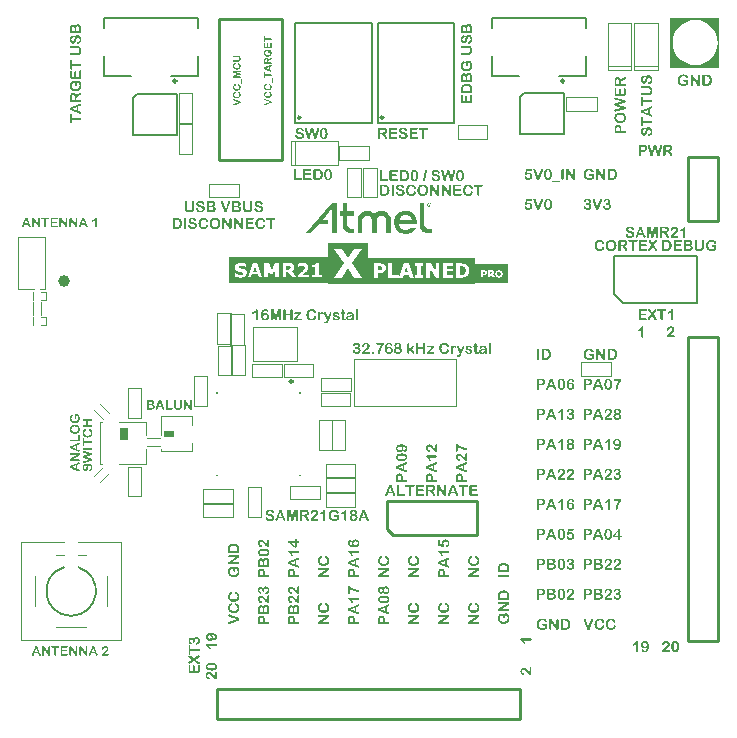
<source format=gto>
%FSLAX43Y43*%
%MOMM*%
G71*
G01*
G75*
G04 Layer_Color=65535*
%ADD10R,0.600X1.000*%
%ADD11R,0.400X1.400*%
%ADD12R,2.300X1.900*%
%ADD13R,1.775X1.900*%
%ADD14R,0.650X0.500*%
%ADD15R,1.000X2.250*%
%ADD16R,1.400X1.150*%
%ADD17R,1.600X1.000*%
%ADD18R,2.500X3.000*%
%ADD19O,0.800X0.400*%
%ADD20O,0.250X0.700*%
%ADD21O,0.700X0.250*%
%ADD22R,4.500X4.500*%
%ADD23R,1.200X1.200*%
%ADD24R,1.100X0.600*%
%ADD25R,1.100X1.000*%
%ADD26R,0.350X0.700*%
%ADD27R,0.700X0.700*%
%ADD28R,0.282X0.205*%
%ADD29R,0.550X0.600*%
%ADD30R,0.650X0.800*%
%ADD31R,0.500X0.650*%
%ADD32R,0.762X0.762*%
%ADD33R,0.205X0.282*%
%ADD34R,0.600X0.900*%
%ADD35R,0.800X0.650*%
%ADD36R,0.600X0.550*%
G04:AMPARAMS|DCode=37|XSize=0.205mm|YSize=0.282mm|CornerRadius=0mm|HoleSize=0mm|Usage=FLASHONLY|Rotation=135.000|XOffset=0mm|YOffset=0mm|HoleType=Round|Shape=Rectangle|*
%AMROTATEDRECTD37*
4,1,4,0.172,0.027,-0.027,-0.172,-0.172,-0.027,0.027,0.172,0.172,0.027,0.0*
%
%ADD37ROTATEDRECTD37*%

G04:AMPARAMS|DCode=38|XSize=0.205mm|YSize=0.282mm|CornerRadius=0mm|HoleSize=0mm|Usage=FLASHONLY|Rotation=225.000|XOffset=0mm|YOffset=0mm|HoleType=Round|Shape=Rectangle|*
%AMROTATEDRECTD38*
4,1,4,-0.027,0.172,0.172,-0.027,0.027,-0.172,-0.172,0.027,-0.027,0.172,0.0*
%
%ADD38ROTATEDRECTD38*%

%ADD39R,0.900X0.600*%
%ADD40R,1.200X1.200*%
%ADD41R,0.700X0.700*%
%ADD42C,0.254*%
%ADD43C,0.203*%
%ADD44C,0.180*%
%ADD45C,0.150*%
%ADD46C,0.300*%
%ADD47C,0.125*%
%ADD48C,0.200*%
%ADD49C,0.114*%
%ADD50C,0.250*%
%ADD51C,0.205*%
%ADD52R,0.450X2.959*%
%ADD53R,2.025X0.450*%
%ADD54R,1.650X0.550*%
%ADD55R,0.601X0.571*%
%ADD56R,0.763X0.125*%
%ADD57R,0.600X0.670*%
%ADD58R,0.598X0.716*%
%ADD59R,2.386X0.197*%
%ADD60R,0.350X3.200*%
%ADD61R,1.700X1.700*%
%ADD62C,1.700*%
%ADD63R,1.700X1.700*%
%ADD64C,2.400*%
%ADD65C,1.050*%
%ADD66C,3.600*%
%ADD67C,0.762*%
%ADD68C,0.500*%
%ADD69C,0.450*%
%ADD70C,0.400*%
%ADD71C,0.550*%
%ADD72C,0.500*%
%ADD73C,1.600*%
G04:AMPARAMS|DCode=74|XSize=2.524mm|YSize=2.524mm|CornerRadius=0mm|HoleSize=0mm|Usage=FLASHONLY|Rotation=0.000|XOffset=0mm|YOffset=0mm|HoleType=Round|Shape=Relief|Width=0.254mm|Gap=0.254mm|Entries=4|*
%AMTHD74*
7,0,0,2.524,2.016,0.254,45*
%
%ADD74THD74*%
%ADD75C,2.100*%
G04:AMPARAMS|DCode=76|XSize=3.124mm|YSize=3.124mm|CornerRadius=0mm|HoleSize=0mm|Usage=FLASHONLY|Rotation=0.000|XOffset=0mm|YOffset=0mm|HoleType=Round|Shape=Relief|Width=0.254mm|Gap=0.254mm|Entries=4|*
%AMTHD76*
7,0,0,3.124,2.616,0.254,45*
%
%ADD76THD76*%
G04:AMPARAMS|DCode=77|XSize=1.45mm|YSize=1.45mm|CornerRadius=0mm|HoleSize=0mm|Usage=FLASHONLY|Rotation=0.000|XOffset=0mm|YOffset=0mm|HoleType=Round|Shape=Relief|Width=0.2mm|Gap=0.2mm|Entries=4|*
%AMTHD77*
7,0,0,1.450,1.050,0.200,45*
%
%ADD77THD77*%
%ADD78C,1.250*%
G04:AMPARAMS|DCode=79|XSize=4.224mm|YSize=4.224mm|CornerRadius=0mm|HoleSize=0mm|Usage=FLASHONLY|Rotation=0.000|XOffset=0mm|YOffset=0mm|HoleType=Round|Shape=Relief|Width=0.254mm|Gap=0.254mm|Entries=4|*
%AMTHD79*
7,0,0,4.224,3.716,0.254,45*
%
%ADD79THD79*%
%ADD80C,0.800*%
%ADD81C,0.850*%
%ADD82C,0.400*%
%ADD83C,2.200*%
%ADD84C,3.300*%
%ADD85C,0.930*%
%ADD86C,1.270*%
%ADD87R,1.300X1.600*%
%ADD88R,0.600X0.250*%
%ADD89R,1.600X1.500*%
%ADD90C,0.280*%
%ADD91R,1.700X0.350*%
%ADD92R,1.300X0.600*%
%ADD93R,0.350X0.850*%
%ADD94R,0.950X1.750*%
%ADD95C,0.300*%
%ADD96C,0.800*%
%ADD97C,1.000*%
%ADD98C,0.100*%
%ADD99C,0.050*%
%ADD100C,0.102*%
%ADD101R,0.800X1.000*%
%ADD102R,0.875X0.550*%
G36*
X-10421Y-51111D02*
X-10411D01*
X-10400Y-51113D01*
X-10387Y-51114D01*
X-10372Y-51115D01*
X-10341Y-51121D01*
X-10307Y-51129D01*
X-10274Y-51140D01*
X-10240Y-51155D01*
X-10239D01*
X-10236Y-51158D01*
X-10231Y-51160D01*
X-10225Y-51163D01*
X-10217Y-51168D01*
X-10210Y-51173D01*
X-10190Y-51186D01*
X-10167Y-51203D01*
X-10145Y-51221D01*
X-10124Y-51243D01*
X-10105Y-51266D01*
Y-51268D01*
X-10102Y-51269D01*
X-10100Y-51273D01*
X-10097Y-51278D01*
X-10090Y-51290D01*
X-10081Y-51306D01*
X-10072Y-51326D01*
X-10065Y-51348D01*
X-10060Y-51369D01*
X-10057Y-51391D01*
Y-51393D01*
Y-51396D01*
X-10059Y-51403D01*
X-10060Y-51410D01*
X-10064Y-51420D01*
X-10067Y-51429D01*
X-10074Y-51439D01*
X-10081Y-51449D01*
X-10082Y-51450D01*
X-10085Y-51453D01*
X-10090Y-51456D01*
X-10096Y-51461D01*
X-10104Y-51466D01*
X-10114Y-51470D01*
X-10124Y-51473D01*
X-10135Y-51474D01*
X-10141D01*
X-10147Y-51473D01*
X-10155Y-51471D01*
X-10174Y-51466D01*
X-10182Y-51463D01*
X-10190Y-51456D01*
X-10191Y-51455D01*
X-10192Y-51453D01*
X-10196Y-51449D01*
X-10201Y-51443D01*
X-10207Y-51434D01*
X-10214Y-51424D01*
X-10221Y-51411D01*
X-10230Y-51398D01*
Y-51396D01*
X-10231Y-51395D01*
X-10234Y-51391D01*
X-10236Y-51386D01*
X-10244Y-51374D01*
X-10254Y-51359D01*
X-10267Y-51341D01*
X-10281Y-51324D01*
X-10299Y-51308D01*
X-10316Y-51294D01*
X-10319Y-51293D01*
X-10325Y-51289D01*
X-10336Y-51283D01*
X-10350Y-51276D01*
X-10367Y-51270D01*
X-10389Y-51264D01*
X-10412Y-51260D01*
X-10439Y-51259D01*
X-10450D01*
X-10457Y-51260D01*
X-10467Y-51261D01*
X-10479Y-51264D01*
X-10491Y-51266D01*
X-10505Y-51270D01*
X-10520Y-51275D01*
X-10535Y-51280D01*
X-10550Y-51288D01*
X-10566Y-51296D01*
X-10581Y-51306D01*
X-10596Y-51319D01*
X-10610Y-51331D01*
X-10624Y-51348D01*
X-10625Y-51349D01*
X-10626Y-51351D01*
X-10630Y-51356D01*
X-10634Y-51364D01*
X-10639Y-51373D01*
X-10645Y-51384D01*
X-10651Y-51398D01*
X-10657Y-51413D01*
X-10664Y-51429D01*
X-10670Y-51448D01*
X-10675Y-51469D01*
X-10681Y-51491D01*
X-10685Y-51515D01*
X-10689Y-51541D01*
X-10690Y-51569D01*
X-10691Y-51599D01*
Y-51600D01*
Y-51604D01*
Y-51609D01*
Y-51616D01*
X-10690Y-51626D01*
Y-51636D01*
X-10689Y-51649D01*
X-10687Y-51661D01*
X-10684Y-51690D01*
X-10679Y-51720D01*
X-10671Y-51750D01*
X-10661Y-51779D01*
Y-51780D01*
X-10660Y-51782D01*
X-10657Y-51786D01*
X-10656Y-51790D01*
X-10649Y-51804D01*
X-10639Y-51819D01*
X-10627Y-51836D01*
X-10612Y-51855D01*
X-10596Y-51871D01*
X-10576Y-51886D01*
X-10575D01*
X-10574Y-51887D01*
X-10566Y-51891D01*
X-10555Y-51897D01*
X-10539Y-51904D01*
X-10520Y-51910D01*
X-10497Y-51916D01*
X-10472Y-51920D01*
X-10445Y-51921D01*
X-10437D01*
X-10431Y-51920D01*
X-10425D01*
X-10416Y-51919D01*
X-10397Y-51916D01*
X-10376Y-51911D01*
X-10354Y-51904D01*
X-10330Y-51895D01*
X-10309Y-51881D01*
X-10307D01*
X-10306Y-51879D01*
X-10300Y-51874D01*
X-10290Y-51865D01*
X-10277Y-51851D01*
X-10264Y-51835D01*
X-10249Y-51815D01*
X-10235Y-51791D01*
X-10224Y-51764D01*
Y-51762D01*
X-10221Y-51757D01*
X-10219Y-51751D01*
X-10215Y-51742D01*
X-10206Y-51722D01*
X-10200Y-51712D01*
X-10194Y-51704D01*
X-10192Y-51702D01*
X-10190Y-51700D01*
X-10186Y-51696D01*
X-10180Y-51691D01*
X-10172Y-51687D01*
X-10162Y-51684D01*
X-10150Y-51681D01*
X-10136Y-51680D01*
X-10131D01*
X-10125Y-51681D01*
X-10117Y-51682D01*
X-10109Y-51686D01*
X-10099Y-51690D01*
X-10089Y-51696D01*
X-10080Y-51704D01*
X-10079Y-51705D01*
X-10076Y-51707D01*
X-10072Y-51712D01*
X-10067Y-51720D01*
X-10062Y-51729D01*
X-10059Y-51739D01*
X-10056Y-51750D01*
X-10055Y-51762D01*
Y-51765D01*
Y-51770D01*
X-10056Y-51779D01*
X-10057Y-51791D01*
X-10060Y-51805D01*
X-10065Y-51821D01*
X-10070Y-51839D01*
X-10077Y-51857D01*
X-10079Y-51860D01*
X-10081Y-51866D01*
X-10086Y-51876D01*
X-10094Y-51889D01*
X-10104Y-51905D01*
X-10115Y-51921D01*
X-10130Y-51940D01*
X-10146Y-51959D01*
X-10149Y-51961D01*
X-10155Y-51967D01*
X-10165Y-51976D01*
X-10179Y-51987D01*
X-10195Y-52000D01*
X-10216Y-52014D01*
X-10239Y-52027D01*
X-10265Y-52040D01*
X-10266D01*
X-10269Y-52041D01*
X-10272Y-52042D01*
X-10277Y-52045D01*
X-10285Y-52047D01*
X-10292Y-52050D01*
X-10302Y-52052D01*
X-10314Y-52055D01*
X-10339Y-52060D01*
X-10367Y-52065D01*
X-10400Y-52069D01*
X-10435Y-52070D01*
X-10447D01*
X-10461Y-52069D01*
X-10479D01*
X-10500Y-52066D01*
X-10522Y-52064D01*
X-10546Y-52061D01*
X-10569Y-52056D01*
X-10570D01*
X-10571Y-52055D01*
X-10579Y-52054D01*
X-10590Y-52050D01*
X-10605Y-52046D01*
X-10621Y-52040D01*
X-10640Y-52032D01*
X-10659Y-52024D01*
X-10677Y-52014D01*
X-10680Y-52012D01*
X-10686Y-52009D01*
X-10695Y-52001D01*
X-10707Y-51992D01*
X-10721Y-51981D01*
X-10736Y-51969D01*
X-10751Y-51954D01*
X-10767Y-51936D01*
X-10769Y-51934D01*
X-10774Y-51929D01*
X-10780Y-51920D01*
X-10789Y-51907D01*
X-10799Y-51894D01*
X-10809Y-51876D01*
X-10820Y-51859D01*
X-10830Y-51839D01*
Y-51837D01*
X-10831Y-51836D01*
X-10833Y-51829D01*
X-10838Y-51817D01*
X-10845Y-51804D01*
X-10851Y-51786D01*
X-10857Y-51766D01*
X-10863Y-51745D01*
X-10868Y-51722D01*
Y-51721D01*
Y-51720D01*
X-10870Y-51716D01*
X-10871Y-51711D01*
X-10872Y-51700D01*
X-10875Y-51684D01*
X-10877Y-51664D01*
X-10878Y-51641D01*
X-10881Y-51617D01*
Y-51592D01*
Y-51591D01*
Y-51588D01*
Y-51581D01*
Y-51574D01*
X-10880Y-51564D01*
Y-51553D01*
X-10878Y-51539D01*
X-10877Y-51525D01*
X-10873Y-51494D01*
X-10867Y-51460D01*
X-10860Y-51425D01*
X-10848Y-51391D01*
Y-51390D01*
X-10847Y-51388D01*
X-10845Y-51383D01*
X-10842Y-51376D01*
X-10838Y-51369D01*
X-10835Y-51360D01*
X-10825Y-51339D01*
X-10811Y-51315D01*
X-10796Y-51290D01*
X-10777Y-51265D01*
X-10756Y-51240D01*
X-10755Y-51239D01*
X-10754Y-51238D01*
X-10750Y-51234D01*
X-10745Y-51230D01*
X-10732Y-51218D01*
X-10716Y-51204D01*
X-10695Y-51189D01*
X-10671Y-51173D01*
X-10644Y-51158D01*
X-10615Y-51144D01*
X-10614D01*
X-10611Y-51143D01*
X-10606Y-51140D01*
X-10600Y-51139D01*
X-10592Y-51136D01*
X-10584Y-51133D01*
X-10574Y-51130D01*
X-10562Y-51126D01*
X-10536Y-51121D01*
X-10506Y-51115D01*
X-10474Y-51111D01*
X-10440Y-51110D01*
X-10429D01*
X-10421Y-51111D01*
D02*
G37*
G36*
X-11060D02*
X-11046Y-51115D01*
X-11031Y-51123D01*
X-11030D01*
X-11027Y-51125D01*
X-11023Y-51128D01*
X-11018Y-51131D01*
X-11008Y-51141D01*
X-10998Y-51155D01*
Y-51156D01*
X-10996Y-51159D01*
X-10995Y-51163D01*
X-10992Y-51168D01*
X-10988Y-51180D01*
X-10986Y-51195D01*
Y-51198D01*
Y-51204D01*
X-10988Y-51214D01*
X-10991Y-51225D01*
Y-51226D01*
X-10992Y-51228D01*
X-10993Y-51235D01*
X-10997Y-51245D01*
X-11001Y-51258D01*
Y-51259D01*
X-11002Y-51260D01*
X-11003Y-51268D01*
X-11007Y-51278D01*
X-11011Y-51289D01*
X-11236Y-51895D01*
Y-51896D01*
X-11238Y-51901D01*
X-11240Y-51907D01*
X-11243Y-51916D01*
X-11247Y-51926D01*
X-11251Y-51937D01*
X-11260Y-51961D01*
Y-51962D01*
X-11262Y-51966D01*
X-11265Y-51972D01*
X-11268Y-51980D01*
X-11277Y-51997D01*
X-11288Y-52016D01*
X-11290Y-52017D01*
X-11291Y-52020D01*
X-11295Y-52025D01*
X-11300Y-52030D01*
X-11312Y-52042D01*
X-11330Y-52055D01*
X-11331D01*
X-11335Y-52057D01*
X-11340Y-52060D01*
X-11347Y-52062D01*
X-11357Y-52065D01*
X-11367Y-52067D01*
X-11380Y-52069D01*
X-11393Y-52070D01*
X-11400D01*
X-11407Y-52069D01*
X-11416Y-52067D01*
X-11437Y-52064D01*
X-11448Y-52060D01*
X-11458Y-52055D01*
X-11460Y-52054D01*
X-11462Y-52052D01*
X-11467Y-52049D01*
X-11473Y-52045D01*
X-11487Y-52034D01*
X-11501Y-52017D01*
X-11502Y-52016D01*
X-11503Y-52012D01*
X-11506Y-52007D01*
X-11510Y-52001D01*
X-11515Y-51992D01*
X-11518Y-51984D01*
X-11528Y-51961D01*
Y-51960D01*
X-11531Y-51956D01*
X-11533Y-51950D01*
X-11536Y-51941D01*
X-11540Y-51931D01*
X-11543Y-51920D01*
X-11552Y-51895D01*
X-11773Y-51294D01*
Y-51293D01*
X-11774Y-51291D01*
X-11777Y-51284D01*
X-11780Y-51274D01*
X-11785Y-51261D01*
Y-51260D01*
X-11786Y-51259D01*
X-11788Y-51251D01*
X-11791Y-51240D01*
X-11795Y-51228D01*
Y-51226D01*
Y-51224D01*
X-11796Y-51216D01*
X-11797Y-51206D01*
X-11798Y-51196D01*
Y-51195D01*
Y-51191D01*
X-11797Y-51185D01*
X-11795Y-51176D01*
X-11792Y-51168D01*
X-11788Y-51158D01*
X-11782Y-51148D01*
X-11773Y-51138D01*
X-11772Y-51136D01*
X-11768Y-51134D01*
X-11763Y-51129D01*
X-11756Y-51124D01*
X-11746Y-51119D01*
X-11735Y-51114D01*
X-11722Y-51111D01*
X-11708Y-51110D01*
X-11701D01*
X-11692Y-51111D01*
X-11681Y-51114D01*
X-11670Y-51118D01*
X-11658Y-51123D01*
X-11648Y-51130D01*
X-11640Y-51140D01*
X-11638Y-51141D01*
X-11636Y-51146D01*
X-11632Y-51153D01*
X-11627Y-51163D01*
X-11621Y-51176D01*
X-11615Y-51193D01*
X-11607Y-51211D01*
X-11600Y-51234D01*
X-11390Y-51856D01*
X-11178Y-51230D01*
X-11177Y-51228D01*
X-11176Y-51221D01*
X-11173Y-51214D01*
X-11170Y-51203D01*
X-11161Y-51180D01*
X-11158Y-51170D01*
X-11155Y-51161D01*
Y-51160D01*
X-11153Y-51158D01*
X-11151Y-51154D01*
X-11148Y-51149D01*
X-11140Y-51138D01*
X-11127Y-51126D01*
X-11126Y-51125D01*
X-11123Y-51124D01*
X-11120Y-51121D01*
X-11113Y-51118D01*
X-11106Y-51115D01*
X-11097Y-51113D01*
X-11087Y-51111D01*
X-11075Y-51110D01*
X-11066D01*
X-11060Y-51111D01*
D02*
G37*
G36*
X-8920Y-48578D02*
X-8905Y-48579D01*
X-8889Y-48580D01*
X-8870Y-48584D01*
X-8850Y-48588D01*
X-8832Y-48594D01*
X-8829Y-48595D01*
X-8823Y-48596D01*
X-8813Y-48600D01*
X-8802Y-48606D01*
X-8788Y-48613D01*
X-8773Y-48621D01*
X-8758Y-48631D01*
X-8743Y-48643D01*
X-8742Y-48644D01*
X-8737Y-48648D01*
X-8730Y-48655D01*
X-8722Y-48664D01*
X-8713Y-48674D01*
X-8703Y-48686D01*
X-8694Y-48701D01*
X-8687Y-48716D01*
X-8685Y-48718D01*
X-8684Y-48724D01*
X-8680Y-48731D01*
X-8677Y-48743D01*
X-8674Y-48756D01*
X-8670Y-48771D01*
X-8669Y-48788D01*
X-8668Y-48805D01*
Y-48806D01*
Y-48808D01*
Y-48811D01*
Y-48816D01*
X-8669Y-48828D01*
X-8672Y-48843D01*
X-8674Y-48860D01*
X-8679Y-48879D01*
X-8687Y-48898D01*
X-8695Y-48915D01*
X-8697Y-48918D01*
X-8700Y-48923D01*
X-8707Y-48931D01*
X-8715Y-48943D01*
X-8727Y-48956D01*
X-8740Y-48971D01*
X-8755Y-48986D01*
X-8774Y-49003D01*
X-8772Y-49004D01*
X-8765Y-49008D01*
X-8757Y-49013D01*
X-8745Y-49020D01*
X-8732Y-49029D01*
X-8718Y-49039D01*
X-8704Y-49051D01*
X-8690Y-49064D01*
X-8689Y-49065D01*
X-8685Y-49070D01*
X-8679Y-49076D01*
X-8672Y-49086D01*
X-8663Y-49096D01*
X-8654Y-49110D01*
X-8647Y-49124D01*
X-8639Y-49139D01*
X-8638Y-49140D01*
X-8637Y-49146D01*
X-8634Y-49154D01*
X-8630Y-49165D01*
X-8627Y-49179D01*
X-8624Y-49194D01*
X-8623Y-49211D01*
X-8622Y-49229D01*
Y-49231D01*
Y-49239D01*
X-8623Y-49250D01*
X-8624Y-49264D01*
X-8628Y-49281D01*
X-8632Y-49300D01*
X-8638Y-49320D01*
X-8645Y-49340D01*
X-8647Y-49342D01*
X-8649Y-49349D01*
X-8655Y-49359D01*
X-8663Y-49372D01*
X-8673Y-49387D01*
X-8684Y-49404D01*
X-8698Y-49420D01*
X-8714Y-49436D01*
X-8717Y-49437D01*
X-8722Y-49444D01*
X-8732Y-49451D01*
X-8744Y-49460D01*
X-8760Y-49471D01*
X-8778Y-49482D01*
X-8798Y-49492D01*
X-8820Y-49502D01*
X-8822D01*
X-8823Y-49504D01*
X-8827Y-49505D01*
X-8832Y-49506D01*
X-8844Y-49510D01*
X-8860Y-49514D01*
X-8880Y-49517D01*
X-8904Y-49521D01*
X-8929Y-49524D01*
X-8956Y-49525D01*
X-8969D01*
X-8984Y-49524D01*
X-9001Y-49521D01*
X-9023Y-49519D01*
X-9046Y-49514D01*
X-9070Y-49507D01*
X-9093Y-49499D01*
X-9094D01*
X-9095Y-49497D01*
X-9103Y-49494D01*
X-9114Y-49487D01*
X-9128Y-49480D01*
X-9143Y-49470D01*
X-9160Y-49459D01*
X-9176Y-49445D01*
X-9191Y-49431D01*
X-9193Y-49429D01*
X-9198Y-49424D01*
X-9205Y-49416D01*
X-9213Y-49405D01*
X-9223Y-49392D01*
X-9233Y-49377D01*
X-9241Y-49362D01*
X-9250Y-49346D01*
X-9251Y-49344D01*
X-9253Y-49339D01*
X-9256Y-49331D01*
X-9260Y-49321D01*
X-9264Y-49309D01*
X-9266Y-49297D01*
X-9269Y-49285D01*
X-9270Y-49274D01*
Y-49272D01*
Y-49267D01*
X-9269Y-49261D01*
X-9268Y-49252D01*
X-9264Y-49244D01*
X-9260Y-49234D01*
X-9254Y-49224D01*
X-9246Y-49215D01*
X-9245Y-49214D01*
X-9243Y-49211D01*
X-9236Y-49207D01*
X-9230Y-49204D01*
X-9221Y-49200D01*
X-9211Y-49196D01*
X-9200Y-49194D01*
X-9188Y-49192D01*
X-9185D01*
X-9176Y-49194D01*
X-9166Y-49196D01*
X-9154Y-49202D01*
X-9153D01*
X-9151Y-49204D01*
X-9144Y-49209D01*
X-9136Y-49217D01*
X-9131Y-49227D01*
Y-49229D01*
X-9130Y-49231D01*
X-9128Y-49236D01*
X-9125Y-49241D01*
X-9123Y-49249D01*
X-9119Y-49257D01*
X-9110Y-49276D01*
X-9100Y-49297D01*
X-9088Y-49319D01*
X-9075Y-49340D01*
X-9061Y-49357D01*
X-9060Y-49359D01*
X-9054Y-49364D01*
X-9046Y-49371D01*
X-9034Y-49379D01*
X-9019Y-49386D01*
X-9000Y-49394D01*
X-8979Y-49399D01*
X-8955Y-49400D01*
X-8949D01*
X-8941Y-49399D01*
X-8931Y-49397D01*
X-8920Y-49395D01*
X-8908Y-49392D01*
X-8894Y-49387D01*
X-8880Y-49381D01*
X-8879Y-49380D01*
X-8874Y-49377D01*
X-8866Y-49374D01*
X-8859Y-49367D01*
X-8849Y-49359D01*
X-8839Y-49350D01*
X-8829Y-49339D01*
X-8819Y-49325D01*
X-8818Y-49324D01*
X-8815Y-49317D01*
X-8812Y-49310D01*
X-8807Y-49299D01*
X-8803Y-49286D01*
X-8799Y-49271D01*
X-8797Y-49255D01*
X-8795Y-49236D01*
Y-49235D01*
Y-49232D01*
Y-49229D01*
Y-49224D01*
X-8798Y-49211D01*
X-8800Y-49194D01*
X-8805Y-49175D01*
X-8813Y-49156D01*
X-8823Y-49137D01*
X-8837Y-49120D01*
X-8838Y-49119D01*
X-8844Y-49114D01*
X-8853Y-49106D01*
X-8865Y-49099D01*
X-8881Y-49091D01*
X-8900Y-49084D01*
X-8923Y-49079D01*
X-8949Y-49077D01*
X-8959D01*
X-8964Y-49079D01*
X-8971D01*
X-8979Y-49080D01*
X-8989Y-49081D01*
X-8993D01*
X-8998Y-49082D01*
X-9003D01*
X-9014Y-49084D01*
X-9029D01*
X-9035Y-49082D01*
X-9043Y-49081D01*
X-9060Y-49076D01*
X-9069Y-49072D01*
X-9076Y-49066D01*
X-9078Y-49065D01*
X-9079Y-49062D01*
X-9083Y-49059D01*
X-9085Y-49054D01*
X-9089Y-49046D01*
X-9093Y-49039D01*
X-9094Y-49029D01*
X-9095Y-49018D01*
Y-49016D01*
Y-49013D01*
X-9094Y-49006D01*
X-9093Y-49000D01*
X-9090Y-48991D01*
X-9085Y-48984D01*
X-9080Y-48975D01*
X-9073Y-48968D01*
X-9071Y-48966D01*
X-9069Y-48965D01*
X-9063Y-48961D01*
X-9055Y-48958D01*
X-9046Y-48955D01*
X-9035Y-48951D01*
X-9021Y-48950D01*
X-9005Y-48949D01*
X-8969D01*
X-8958Y-48948D01*
X-8944Y-48945D01*
X-8929Y-48940D01*
X-8911Y-48935D01*
X-8895Y-48926D01*
X-8879Y-48915D01*
X-8878Y-48914D01*
X-8873Y-48909D01*
X-8865Y-48901D01*
X-8858Y-48890D01*
X-8850Y-48876D01*
X-8843Y-48860D01*
X-8838Y-48840D01*
X-8837Y-48818D01*
Y-48815D01*
Y-48809D01*
X-8838Y-48800D01*
X-8840Y-48789D01*
X-8845Y-48775D01*
X-8850Y-48761D01*
X-8859Y-48748D01*
X-8870Y-48734D01*
X-8872Y-48733D01*
X-8876Y-48728D01*
X-8884Y-48723D01*
X-8894Y-48715D01*
X-8906Y-48709D01*
X-8923Y-48703D01*
X-8940Y-48699D01*
X-8960Y-48698D01*
X-8974D01*
X-8983Y-48699D01*
X-9004Y-48703D01*
X-9014Y-48705D01*
X-9024Y-48709D01*
X-9025D01*
X-9028Y-48711D01*
X-9033Y-48714D01*
X-9038Y-48716D01*
X-9051Y-48725D01*
X-9064Y-48738D01*
Y-48739D01*
X-9066Y-48741D01*
X-9069Y-48745D01*
X-9073Y-48750D01*
X-9076Y-48756D01*
X-9081Y-48764D01*
X-9091Y-48784D01*
Y-48785D01*
X-9094Y-48789D01*
X-9096Y-48794D01*
X-9099Y-48800D01*
X-9106Y-48818D01*
X-9115Y-48835D01*
X-9116Y-48838D01*
X-9120Y-48843D01*
X-9128Y-48850D01*
X-9138Y-48856D01*
X-9139D01*
X-9140Y-48858D01*
X-9144Y-48859D01*
X-9149Y-48860D01*
X-9160Y-48863D01*
X-9175Y-48864D01*
X-9180D01*
X-9185Y-48863D01*
X-9191Y-48861D01*
X-9198Y-48859D01*
X-9206Y-48855D01*
X-9214Y-48850D01*
X-9223Y-48844D01*
X-9224Y-48843D01*
X-9225Y-48840D01*
X-9229Y-48835D01*
X-9233Y-48829D01*
X-9236Y-48821D01*
X-9239Y-48811D01*
X-9241Y-48801D01*
X-9243Y-48789D01*
Y-48788D01*
Y-48783D01*
X-9241Y-48776D01*
X-9240Y-48768D01*
X-9238Y-48756D01*
X-9235Y-48745D01*
X-9230Y-48733D01*
X-9224Y-48719D01*
X-9223Y-48718D01*
X-9220Y-48713D01*
X-9215Y-48705D01*
X-9209Y-48696D01*
X-9200Y-48686D01*
X-9190Y-48675D01*
X-9179Y-48663D01*
X-9165Y-48650D01*
X-9164Y-48649D01*
X-9158Y-48644D01*
X-9150Y-48639D01*
X-9139Y-48630D01*
X-9125Y-48623D01*
X-9109Y-48613D01*
X-9090Y-48604D01*
X-9070Y-48596D01*
X-9069D01*
X-9068Y-48595D01*
X-9060Y-48593D01*
X-9048Y-48590D01*
X-9033Y-48586D01*
X-9014Y-48583D01*
X-8993Y-48579D01*
X-8968Y-48578D01*
X-8943Y-48576D01*
X-8933D01*
X-8920Y-48578D01*
D02*
G37*
G36*
X-9461Y-51111D02*
X-9451D01*
X-9440Y-51113D01*
X-9428Y-51114D01*
X-9413Y-51115D01*
X-9381Y-51121D01*
X-9348Y-51129D01*
X-9314Y-51140D01*
X-9280Y-51155D01*
X-9279D01*
X-9276Y-51158D01*
X-9271Y-51160D01*
X-9265Y-51163D01*
X-9258Y-51168D01*
X-9250Y-51173D01*
X-9230Y-51186D01*
X-9208Y-51203D01*
X-9185Y-51221D01*
X-9164Y-51243D01*
X-9145Y-51266D01*
Y-51268D01*
X-9143Y-51269D01*
X-9140Y-51273D01*
X-9138Y-51278D01*
X-9130Y-51290D01*
X-9121Y-51306D01*
X-9113Y-51326D01*
X-9105Y-51348D01*
X-9100Y-51369D01*
X-9098Y-51391D01*
Y-51393D01*
Y-51396D01*
X-9099Y-51403D01*
X-9100Y-51410D01*
X-9104Y-51420D01*
X-9108Y-51429D01*
X-9114Y-51439D01*
X-9121Y-51449D01*
X-9123Y-51450D01*
X-9125Y-51453D01*
X-9130Y-51456D01*
X-9136Y-51461D01*
X-9144Y-51466D01*
X-9154Y-51470D01*
X-9164Y-51473D01*
X-9175Y-51474D01*
X-9181D01*
X-9188Y-51473D01*
X-9195Y-51471D01*
X-9214Y-51466D01*
X-9223Y-51463D01*
X-9230Y-51456D01*
X-9231Y-51455D01*
X-9233Y-51453D01*
X-9236Y-51449D01*
X-9241Y-51443D01*
X-9248Y-51434D01*
X-9254Y-51424D01*
X-9261Y-51411D01*
X-9270Y-51398D01*
Y-51396D01*
X-9271Y-51395D01*
X-9274Y-51391D01*
X-9276Y-51386D01*
X-9284Y-51374D01*
X-9294Y-51359D01*
X-9308Y-51341D01*
X-9321Y-51324D01*
X-9339Y-51308D01*
X-9356Y-51294D01*
X-9359Y-51293D01*
X-9365Y-51289D01*
X-9376Y-51283D01*
X-9390Y-51276D01*
X-9408Y-51270D01*
X-9429Y-51264D01*
X-9453Y-51260D01*
X-9479Y-51259D01*
X-9490D01*
X-9498Y-51260D01*
X-9508Y-51261D01*
X-9519Y-51264D01*
X-9531Y-51266D01*
X-9545Y-51270D01*
X-9560Y-51275D01*
X-9575Y-51280D01*
X-9590Y-51288D01*
X-9606Y-51296D01*
X-9621Y-51306D01*
X-9636Y-51319D01*
X-9650Y-51331D01*
X-9664Y-51348D01*
X-9665Y-51349D01*
X-9666Y-51351D01*
X-9670Y-51356D01*
X-9674Y-51364D01*
X-9679Y-51373D01*
X-9685Y-51384D01*
X-9691Y-51398D01*
X-9698Y-51413D01*
X-9704Y-51429D01*
X-9710Y-51448D01*
X-9715Y-51469D01*
X-9721Y-51491D01*
X-9725Y-51515D01*
X-9729Y-51541D01*
X-9730Y-51569D01*
X-9731Y-51599D01*
Y-51600D01*
Y-51604D01*
Y-51609D01*
Y-51616D01*
X-9730Y-51626D01*
Y-51636D01*
X-9729Y-51649D01*
X-9728Y-51661D01*
X-9724Y-51690D01*
X-9719Y-51720D01*
X-9711Y-51750D01*
X-9701Y-51779D01*
Y-51780D01*
X-9700Y-51782D01*
X-9698Y-51786D01*
X-9696Y-51790D01*
X-9689Y-51804D01*
X-9679Y-51819D01*
X-9668Y-51836D01*
X-9653Y-51855D01*
X-9636Y-51871D01*
X-9616Y-51886D01*
X-9615D01*
X-9614Y-51887D01*
X-9606Y-51891D01*
X-9595Y-51897D01*
X-9579Y-51904D01*
X-9560Y-51910D01*
X-9538Y-51916D01*
X-9513Y-51920D01*
X-9485Y-51921D01*
X-9478D01*
X-9471Y-51920D01*
X-9465D01*
X-9456Y-51919D01*
X-9438Y-51916D01*
X-9416Y-51911D01*
X-9394Y-51904D01*
X-9370Y-51895D01*
X-9349Y-51881D01*
X-9348D01*
X-9346Y-51879D01*
X-9340Y-51874D01*
X-9330Y-51865D01*
X-9318Y-51851D01*
X-9304Y-51835D01*
X-9289Y-51815D01*
X-9275Y-51791D01*
X-9264Y-51764D01*
Y-51762D01*
X-9261Y-51757D01*
X-9259Y-51751D01*
X-9255Y-51742D01*
X-9246Y-51722D01*
X-9240Y-51712D01*
X-9234Y-51704D01*
X-9233Y-51702D01*
X-9230Y-51700D01*
X-9226Y-51696D01*
X-9220Y-51691D01*
X-9213Y-51687D01*
X-9203Y-51684D01*
X-9190Y-51681D01*
X-9176Y-51680D01*
X-9171D01*
X-9165Y-51681D01*
X-9158Y-51682D01*
X-9149Y-51686D01*
X-9139Y-51690D01*
X-9129Y-51696D01*
X-9120Y-51704D01*
X-9119Y-51705D01*
X-9116Y-51707D01*
X-9113Y-51712D01*
X-9108Y-51720D01*
X-9103Y-51729D01*
X-9099Y-51739D01*
X-9096Y-51750D01*
X-9095Y-51762D01*
Y-51765D01*
Y-51770D01*
X-9096Y-51779D01*
X-9098Y-51791D01*
X-9100Y-51805D01*
X-9105Y-51821D01*
X-9110Y-51839D01*
X-9118Y-51857D01*
X-9119Y-51860D01*
X-9121Y-51866D01*
X-9126Y-51876D01*
X-9134Y-51889D01*
X-9144Y-51905D01*
X-9155Y-51921D01*
X-9170Y-51940D01*
X-9186Y-51959D01*
X-9189Y-51961D01*
X-9195Y-51967D01*
X-9205Y-51976D01*
X-9219Y-51987D01*
X-9235Y-52000D01*
X-9256Y-52014D01*
X-9279Y-52027D01*
X-9305Y-52040D01*
X-9306D01*
X-9309Y-52041D01*
X-9313Y-52042D01*
X-9318Y-52045D01*
X-9325Y-52047D01*
X-9333Y-52050D01*
X-9343Y-52052D01*
X-9354Y-52055D01*
X-9379Y-52060D01*
X-9408Y-52065D01*
X-9440Y-52069D01*
X-9475Y-52070D01*
X-9488D01*
X-9501Y-52069D01*
X-9519D01*
X-9540Y-52066D01*
X-9563Y-52064D01*
X-9586Y-52061D01*
X-9609Y-52056D01*
X-9610D01*
X-9611Y-52055D01*
X-9619Y-52054D01*
X-9630Y-52050D01*
X-9645Y-52046D01*
X-9661Y-52040D01*
X-9680Y-52032D01*
X-9699Y-52024D01*
X-9718Y-52014D01*
X-9720Y-52012D01*
X-9726Y-52009D01*
X-9735Y-52001D01*
X-9748Y-51992D01*
X-9761Y-51981D01*
X-9776Y-51969D01*
X-9791Y-51954D01*
X-9808Y-51936D01*
X-9809Y-51934D01*
X-9814Y-51929D01*
X-9820Y-51920D01*
X-9829Y-51907D01*
X-9839Y-51894D01*
X-9849Y-51876D01*
X-9860Y-51859D01*
X-9870Y-51839D01*
Y-51837D01*
X-9871Y-51836D01*
X-9874Y-51829D01*
X-9879Y-51817D01*
X-9885Y-51804D01*
X-9891Y-51786D01*
X-9897Y-51766D01*
X-9904Y-51745D01*
X-9909Y-51722D01*
Y-51721D01*
Y-51720D01*
X-9910Y-51716D01*
X-9911Y-51711D01*
X-9912Y-51700D01*
X-9915Y-51684D01*
X-9917Y-51664D01*
X-9919Y-51641D01*
X-9921Y-51617D01*
Y-51592D01*
Y-51591D01*
Y-51588D01*
Y-51581D01*
Y-51574D01*
X-9920Y-51564D01*
Y-51553D01*
X-9919Y-51539D01*
X-9917Y-51525D01*
X-9914Y-51494D01*
X-9907Y-51460D01*
X-9900Y-51425D01*
X-9889Y-51391D01*
Y-51390D01*
X-9887Y-51388D01*
X-9885Y-51383D01*
X-9882Y-51376D01*
X-9879Y-51369D01*
X-9875Y-51360D01*
X-9865Y-51339D01*
X-9851Y-51315D01*
X-9836Y-51290D01*
X-9818Y-51265D01*
X-9796Y-51240D01*
X-9795Y-51239D01*
X-9794Y-51238D01*
X-9790Y-51234D01*
X-9785Y-51230D01*
X-9773Y-51218D01*
X-9756Y-51204D01*
X-9735Y-51189D01*
X-9711Y-51173D01*
X-9684Y-51158D01*
X-9655Y-51144D01*
X-9654D01*
X-9651Y-51143D01*
X-9646Y-51140D01*
X-9640Y-51139D01*
X-9633Y-51136D01*
X-9624Y-51133D01*
X-9614Y-51130D01*
X-9603Y-51126D01*
X-9576Y-51121D01*
X-9546Y-51115D01*
X-9514Y-51111D01*
X-9480Y-51110D01*
X-9469D01*
X-9461Y-51111D01*
D02*
G37*
G36*
X-15259D02*
X-15249D01*
X-15227Y-51113D01*
X-15202Y-51116D01*
X-15174Y-51120D01*
X-15145Y-51126D01*
X-15118Y-51135D01*
X-15117D01*
X-15114Y-51136D01*
X-15110Y-51138D01*
X-15105Y-51140D01*
X-15093Y-51145D01*
X-15075Y-51153D01*
X-15058Y-51161D01*
X-15038Y-51173D01*
X-15018Y-51185D01*
X-15000Y-51199D01*
X-14998Y-51200D01*
X-14993Y-51205D01*
X-14985Y-51213D01*
X-14975Y-51223D01*
X-14964Y-51235D01*
X-14953Y-51249D01*
X-14942Y-51263D01*
X-14933Y-51279D01*
X-14932Y-51280D01*
X-14929Y-51286D01*
X-14925Y-51294D01*
X-14920Y-51304D01*
X-14917Y-51316D01*
X-14913Y-51329D01*
X-14910Y-51341D01*
X-14909Y-51354D01*
Y-51355D01*
Y-51360D01*
X-14910Y-51366D01*
X-14913Y-51375D01*
X-14915Y-51385D01*
X-14920Y-51395D01*
X-14927Y-51405D01*
X-14935Y-51415D01*
X-14937Y-51416D01*
X-14940Y-51419D01*
X-14945Y-51423D01*
X-14953Y-51428D01*
X-14963Y-51433D01*
X-14973Y-51436D01*
X-14985Y-51439D01*
X-14999Y-51440D01*
X-15007D01*
X-15012Y-51439D01*
X-15024Y-51436D01*
X-15038Y-51431D01*
X-15039D01*
X-15040Y-51429D01*
X-15049Y-51424D01*
X-15059Y-51415D01*
X-15069Y-51404D01*
Y-51403D01*
X-15070Y-51401D01*
X-15075Y-51395D01*
X-15082Y-51385D01*
X-15089Y-51373D01*
X-15099Y-51360D01*
X-15109Y-51346D01*
X-15118Y-51333D01*
X-15128Y-51321D01*
X-15129Y-51320D01*
X-15132Y-51316D01*
X-15138Y-51311D01*
X-15145Y-51305D01*
X-15154Y-51298D01*
X-15165Y-51290D01*
X-15178Y-51283D01*
X-15193Y-51275D01*
X-15194Y-51274D01*
X-15200Y-51271D01*
X-15209Y-51269D01*
X-15222Y-51265D01*
X-15237Y-51261D01*
X-15254Y-51258D01*
X-15274Y-51256D01*
X-15297Y-51255D01*
X-15308D01*
X-15320Y-51256D01*
X-15335Y-51258D01*
X-15354Y-51260D01*
X-15373Y-51265D01*
X-15393Y-51270D01*
X-15413Y-51278D01*
X-15415Y-51279D01*
X-15422Y-51281D01*
X-15432Y-51288D01*
X-15443Y-51294D01*
X-15457Y-51304D01*
X-15472Y-51315D01*
X-15487Y-51329D01*
X-15502Y-51344D01*
X-15503Y-51346D01*
X-15508Y-51351D01*
X-15514Y-51360D01*
X-15522Y-51373D01*
X-15530Y-51388D01*
X-15540Y-51406D01*
X-15549Y-51426D01*
X-15557Y-51449D01*
Y-51450D01*
X-15558Y-51451D01*
Y-51455D01*
X-15559Y-51460D01*
X-15563Y-51473D01*
X-15565Y-51489D01*
X-15569Y-51509D01*
X-15573Y-51533D01*
X-15574Y-51559D01*
X-15575Y-51586D01*
Y-51588D01*
Y-51594D01*
Y-51603D01*
X-15574Y-51614D01*
X-15573Y-51626D01*
X-15572Y-51642D01*
X-15569Y-51660D01*
X-15567Y-51679D01*
X-15558Y-51720D01*
X-15552Y-51740D01*
X-15544Y-51761D01*
X-15535Y-51781D01*
X-15525Y-51801D01*
X-15514Y-51820D01*
X-15502Y-51837D01*
X-15500Y-51839D01*
X-15498Y-51841D01*
X-15494Y-51845D01*
X-15488Y-51851D01*
X-15480Y-51857D01*
X-15470Y-51865D01*
X-15460Y-51872D01*
X-15447Y-51881D01*
X-15433Y-51889D01*
X-15418Y-51897D01*
X-15400Y-51905D01*
X-15382Y-51911D01*
X-15362Y-51917D01*
X-15339Y-51921D01*
X-15317Y-51924D01*
X-15292Y-51925D01*
X-15280D01*
X-15268Y-51924D01*
X-15252Y-51922D01*
X-15233Y-51921D01*
X-15213Y-51917D01*
X-15192Y-51914D01*
X-15170Y-51909D01*
X-15169D01*
X-15168Y-51907D01*
X-15160Y-51905D01*
X-15149Y-51901D01*
X-15134Y-51896D01*
X-15117Y-51889D01*
X-15097Y-51881D01*
X-15075Y-51871D01*
X-15053Y-51860D01*
Y-51707D01*
X-15208D01*
X-15217Y-51706D01*
X-15229Y-51705D01*
X-15242Y-51704D01*
X-15255Y-51701D01*
X-15268Y-51697D01*
X-15279Y-51692D01*
X-15280Y-51691D01*
X-15283Y-51689D01*
X-15288Y-51685D01*
X-15292Y-51680D01*
X-15297Y-51672D01*
X-15302Y-51662D01*
X-15304Y-51651D01*
X-15305Y-51639D01*
Y-51637D01*
Y-51634D01*
X-15304Y-51627D01*
X-15303Y-51620D01*
X-15300Y-51612D01*
X-15295Y-51604D01*
X-15290Y-51595D01*
X-15283Y-51588D01*
X-15282Y-51586D01*
X-15279Y-51584D01*
X-15274Y-51581D01*
X-15267Y-51576D01*
X-15258Y-51573D01*
X-15248Y-51570D01*
X-15235Y-51568D01*
X-15222Y-51566D01*
X-14994D01*
X-14985Y-51568D01*
X-14974D01*
X-14964Y-51569D01*
X-14942Y-51574D01*
X-14940D01*
X-14937Y-51575D01*
X-14932Y-51577D01*
X-14925Y-51580D01*
X-14919Y-51585D01*
X-14912Y-51590D01*
X-14904Y-51596D01*
X-14898Y-51605D01*
X-14897Y-51606D01*
X-14895Y-51610D01*
X-14893Y-51615D01*
X-14889Y-51622D01*
X-14885Y-51632D01*
X-14883Y-51645D01*
X-14882Y-51660D01*
X-14880Y-51677D01*
Y-51855D01*
Y-51856D01*
Y-51861D01*
Y-51867D01*
X-14882Y-51876D01*
X-14883Y-51895D01*
X-14885Y-51904D01*
X-14888Y-51912D01*
Y-51914D01*
X-14889Y-51916D01*
X-14892Y-51920D01*
X-14894Y-51925D01*
X-14902Y-51937D01*
X-14914Y-51951D01*
X-14915Y-51952D01*
X-14918Y-51954D01*
X-14922Y-51957D01*
X-14927Y-51961D01*
X-14934Y-51966D01*
X-14942Y-51971D01*
X-14962Y-51984D01*
X-14963D01*
X-14965Y-51986D01*
X-14970Y-51987D01*
X-14975Y-51991D01*
X-14983Y-51995D01*
X-14992Y-51999D01*
X-15013Y-52009D01*
X-15038Y-52020D01*
X-15065Y-52031D01*
X-15094Y-52041D01*
X-15124Y-52050D01*
X-15125D01*
X-15128Y-52051D01*
X-15132D01*
X-15138Y-52052D01*
X-15145Y-52055D01*
X-15153Y-52056D01*
X-15163Y-52057D01*
X-15174Y-52060D01*
X-15199Y-52064D01*
X-15228Y-52066D01*
X-15259Y-52069D01*
X-15293Y-52070D01*
X-15310D01*
X-15320Y-52069D01*
X-15332D01*
X-15344Y-52067D01*
X-15358Y-52066D01*
X-15388Y-52062D01*
X-15420Y-52056D01*
X-15454Y-52049D01*
X-15488Y-52037D01*
X-15489D01*
X-15492Y-52036D01*
X-15497Y-52034D01*
X-15503Y-52031D01*
X-15510Y-52027D01*
X-15519Y-52024D01*
X-15539Y-52014D01*
X-15563Y-52000D01*
X-15588Y-51984D01*
X-15613Y-51965D01*
X-15638Y-51942D01*
X-15639Y-51941D01*
X-15640Y-51940D01*
X-15644Y-51936D01*
X-15648Y-51931D01*
X-15653Y-51925D01*
X-15659Y-51917D01*
X-15673Y-51900D01*
X-15688Y-51877D01*
X-15704Y-51852D01*
X-15719Y-51824D01*
X-15733Y-51791D01*
Y-51790D01*
X-15734Y-51787D01*
X-15735Y-51782D01*
X-15738Y-51775D01*
X-15740Y-51767D01*
X-15743Y-51756D01*
X-15747Y-51745D01*
X-15749Y-51732D01*
X-15752Y-51717D01*
X-15755Y-51702D01*
X-15760Y-51669D01*
X-15764Y-51630D01*
X-15765Y-51590D01*
Y-51589D01*
Y-51585D01*
Y-51580D01*
Y-51571D01*
X-15764Y-51563D01*
Y-51551D01*
X-15763Y-51539D01*
X-15762Y-51525D01*
X-15758Y-51495D01*
X-15752Y-51461D01*
X-15744Y-51426D01*
X-15734Y-51393D01*
Y-51391D01*
X-15733Y-51389D01*
X-15730Y-51384D01*
X-15728Y-51378D01*
X-15724Y-51370D01*
X-15720Y-51361D01*
X-15710Y-51340D01*
X-15697Y-51316D01*
X-15680Y-51290D01*
X-15662Y-51265D01*
X-15639Y-51240D01*
X-15638Y-51239D01*
X-15637Y-51238D01*
X-15633Y-51234D01*
X-15628Y-51230D01*
X-15622Y-51225D01*
X-15614Y-51219D01*
X-15597Y-51205D01*
X-15574Y-51189D01*
X-15548Y-51173D01*
X-15519Y-51158D01*
X-15487Y-51144D01*
X-15485D01*
X-15483Y-51143D01*
X-15478Y-51140D01*
X-15470Y-51139D01*
X-15462Y-51136D01*
X-15452Y-51133D01*
X-15440Y-51130D01*
X-15428Y-51126D01*
X-15413Y-51124D01*
X-15398Y-51121D01*
X-15363Y-51115D01*
X-15324Y-51111D01*
X-15283Y-51110D01*
X-15267D01*
X-15259Y-51111D01*
D02*
G37*
G36*
X-13997D02*
X-13988Y-51114D01*
X-13977Y-51116D01*
X-13967Y-51121D01*
X-13957Y-51129D01*
X-13947Y-51138D01*
X-13946Y-51139D01*
X-13943Y-51143D01*
X-13939Y-51149D01*
X-13934Y-51158D01*
X-13931Y-51170D01*
X-13927Y-51184D01*
X-13924Y-51200D01*
X-13923Y-51219D01*
Y-51949D01*
Y-51950D01*
Y-51954D01*
X-13924Y-51960D01*
Y-51967D01*
X-13926Y-51976D01*
X-13928Y-51987D01*
X-13936Y-52009D01*
X-13941Y-52021D01*
X-13948Y-52031D01*
X-13956Y-52041D01*
X-13966Y-52051D01*
X-13977Y-52059D01*
X-13991Y-52065D01*
X-14007Y-52069D01*
X-14024Y-52070D01*
X-14033D01*
X-14039Y-52069D01*
X-14054Y-52066D01*
X-14071Y-52062D01*
X-14072D01*
X-14074Y-52061D01*
X-14078Y-52059D01*
X-14083Y-52056D01*
X-14094Y-52050D01*
X-14108Y-52040D01*
X-14109Y-52039D01*
X-14111Y-52037D01*
X-14119Y-52030D01*
X-14129Y-52019D01*
X-14142Y-52004D01*
X-14143Y-52002D01*
X-14144Y-52000D01*
X-14147Y-51996D01*
X-14151Y-51990D01*
X-14161Y-51976D01*
X-14172Y-51960D01*
X-14523Y-51419D01*
Y-51962D01*
Y-51965D01*
Y-51971D01*
X-14524Y-51981D01*
X-14526Y-51992D01*
X-14529Y-52006D01*
X-14533Y-52020D01*
X-14539Y-52032D01*
X-14548Y-52044D01*
X-14549Y-52045D01*
X-14553Y-52047D01*
X-14558Y-52052D01*
X-14566Y-52056D01*
X-14574Y-52061D01*
X-14586Y-52066D01*
X-14598Y-52069D01*
X-14612Y-52070D01*
X-14618D01*
X-14626Y-52069D01*
X-14634Y-52066D01*
X-14644Y-52064D01*
X-14656Y-52059D01*
X-14666Y-52051D01*
X-14676Y-52042D01*
X-14677Y-52041D01*
X-14679Y-52037D01*
X-14683Y-52031D01*
X-14687Y-52022D01*
X-14692Y-52011D01*
X-14696Y-51997D01*
X-14698Y-51981D01*
X-14699Y-51962D01*
Y-51246D01*
Y-51244D01*
Y-51239D01*
Y-51230D01*
X-14698Y-51220D01*
X-14696Y-51198D01*
X-14693Y-51185D01*
X-14689Y-51175D01*
Y-51174D01*
X-14687Y-51170D01*
X-14684Y-51165D01*
X-14681Y-51159D01*
X-14674Y-51151D01*
X-14668Y-51144D01*
X-14661Y-51136D01*
X-14651Y-51129D01*
X-14649Y-51128D01*
X-14646Y-51126D01*
X-14639Y-51123D01*
X-14632Y-51119D01*
X-14623Y-51116D01*
X-14613Y-51113D01*
X-14602Y-51111D01*
X-14589Y-51110D01*
X-14581D01*
X-14574Y-51111D01*
X-14561Y-51114D01*
X-14547Y-51119D01*
X-14546D01*
X-14543Y-51120D01*
X-14536Y-51125D01*
X-14526Y-51133D01*
X-14514Y-51141D01*
X-14513D01*
X-14512Y-51144D01*
X-14506Y-51151D01*
X-14497Y-51163D01*
X-14487Y-51178D01*
X-14486Y-51179D01*
X-14484Y-51181D01*
X-14482Y-51185D01*
X-14478Y-51191D01*
X-14468Y-51206D01*
X-14457Y-51224D01*
X-14096Y-51770D01*
Y-51219D01*
Y-51218D01*
Y-51216D01*
Y-51210D01*
X-14094Y-51200D01*
X-14093Y-51189D01*
X-14091Y-51175D01*
X-14086Y-51161D01*
X-14081Y-51149D01*
X-14073Y-51138D01*
X-14072Y-51136D01*
X-14069Y-51134D01*
X-14064Y-51129D01*
X-14057Y-51124D01*
X-14048Y-51119D01*
X-14037Y-51114D01*
X-14024Y-51111D01*
X-14011Y-51110D01*
X-14004D01*
X-13997Y-51111D01*
D02*
G37*
G36*
X-13323Y-51128D02*
X-13301Y-51129D01*
X-13275Y-51131D01*
X-13247Y-51134D01*
X-13220Y-51139D01*
X-13193Y-51145D01*
X-13192D01*
X-13191Y-51146D01*
X-13187Y-51148D01*
X-13182Y-51149D01*
X-13168Y-51153D01*
X-13152Y-51160D01*
X-13132Y-51169D01*
X-13112Y-51180D01*
X-13090Y-51194D01*
X-13068Y-51211D01*
X-13067Y-51213D01*
X-13062Y-51218D01*
X-13055Y-51224D01*
X-13046Y-51235D01*
X-13035Y-51248D01*
X-13022Y-51264D01*
X-13010Y-51283D01*
X-12996Y-51305D01*
X-12982Y-51330D01*
X-12970Y-51358D01*
X-12957Y-51389D01*
X-12946Y-51423D01*
X-12937Y-51460D01*
X-12930Y-51500D01*
X-12925Y-51543D01*
X-12923Y-51589D01*
Y-51590D01*
Y-51592D01*
Y-51596D01*
Y-51603D01*
Y-51610D01*
X-12925Y-51619D01*
Y-51639D01*
X-12927Y-51662D01*
X-12930Y-51687D01*
X-12933Y-51715D01*
X-12938Y-51741D01*
Y-51742D01*
X-12940Y-51744D01*
Y-51747D01*
X-12941Y-51752D01*
X-12945Y-51766D01*
X-12950Y-51782D01*
X-12956Y-51801D01*
X-12963Y-51822D01*
X-12973Y-51844D01*
X-12983Y-51865D01*
X-12985Y-51867D01*
X-12988Y-51874D01*
X-12996Y-51885D01*
X-13005Y-51897D01*
X-13016Y-51914D01*
X-13028Y-51930D01*
X-13043Y-51947D01*
X-13061Y-51964D01*
X-13062Y-51965D01*
X-13067Y-51969D01*
X-13075Y-51975D01*
X-13085Y-51982D01*
X-13097Y-51991D01*
X-13111Y-52000D01*
X-13127Y-52010D01*
X-13143Y-52017D01*
X-13146Y-52019D01*
X-13151Y-52021D01*
X-13160Y-52024D01*
X-13172Y-52029D01*
X-13186Y-52034D01*
X-13202Y-52037D01*
X-13220Y-52042D01*
X-13238Y-52046D01*
X-13241D01*
X-13247Y-52047D01*
X-13257Y-52049D01*
X-13271Y-52050D01*
X-13288Y-52051D01*
X-13307Y-52052D01*
X-13328Y-52054D01*
X-13606D01*
X-13615Y-52052D01*
X-13626Y-52051D01*
X-13651Y-52047D01*
X-13663Y-52044D01*
X-13675Y-52039D01*
X-13676Y-52037D01*
X-13678Y-52036D01*
X-13683Y-52032D01*
X-13688Y-52027D01*
X-13695Y-52021D01*
X-13700Y-52015D01*
X-13705Y-52006D01*
X-13708Y-51996D01*
Y-51995D01*
X-13710Y-51991D01*
X-13711Y-51985D01*
X-13712Y-51976D01*
X-13713Y-51965D01*
X-13715Y-51952D01*
X-13716Y-51939D01*
Y-51922D01*
Y-51243D01*
Y-51241D01*
Y-51240D01*
Y-51233D01*
X-13715Y-51221D01*
X-13712Y-51209D01*
X-13710Y-51194D01*
X-13705Y-51179D01*
X-13698Y-51165D01*
X-13690Y-51154D01*
X-13688Y-51153D01*
X-13685Y-51150D01*
X-13677Y-51145D01*
X-13668Y-51140D01*
X-13656Y-51135D01*
X-13641Y-51130D01*
X-13623Y-51128D01*
X-13602Y-51126D01*
X-13332D01*
X-13323Y-51128D01*
D02*
G37*
G36*
X-9688Y-46036D02*
X-9678D01*
X-9655Y-46039D01*
X-9629Y-46043D01*
X-9601Y-46049D01*
X-9574Y-46056D01*
X-9548Y-46066D01*
X-9545Y-46068D01*
X-9540Y-46070D01*
X-9531Y-46075D01*
X-9521Y-46081D01*
X-9509Y-46089D01*
X-9495Y-46099D01*
X-9481Y-46110D01*
X-9469Y-46123D01*
X-9468Y-46124D01*
X-9464Y-46129D01*
X-9458Y-46136D01*
X-9450Y-46146D01*
X-9441Y-46158D01*
X-9433Y-46171D01*
X-9424Y-46188D01*
X-9416Y-46204D01*
X-9415Y-46206D01*
X-9414Y-46211D01*
X-9410Y-46221D01*
X-9406Y-46233D01*
X-9404Y-46248D01*
X-9400Y-46264D01*
X-9399Y-46281D01*
X-9398Y-46300D01*
Y-46301D01*
Y-46304D01*
Y-46308D01*
Y-46314D01*
X-9399Y-46320D01*
X-9400Y-46329D01*
X-9403Y-46348D01*
X-9408Y-46370D01*
X-9414Y-46394D01*
X-9424Y-46419D01*
X-9438Y-46444D01*
Y-46445D01*
X-9439Y-46446D01*
X-9444Y-46454D01*
X-9453Y-46466D01*
X-9463Y-46480D01*
X-9474Y-46496D01*
X-9488Y-46513D01*
X-9503Y-46529D01*
X-9518Y-46544D01*
X-9519Y-46545D01*
X-9525Y-46550D01*
X-9535Y-46559D01*
X-9549Y-46571D01*
X-9568Y-46587D01*
X-9591Y-46607D01*
X-9620Y-46631D01*
X-9635Y-46645D01*
X-9653Y-46659D01*
X-9654Y-46660D01*
X-9656Y-46662D01*
X-9661Y-46666D01*
X-9668Y-46671D01*
X-9675Y-46677D01*
X-9684Y-46685D01*
X-9704Y-46702D01*
X-9726Y-46722D01*
X-9748Y-46742D01*
X-9766Y-46762D01*
X-9775Y-46771D01*
X-9783Y-46780D01*
X-9784Y-46781D01*
X-9785Y-46782D01*
X-9789Y-46786D01*
X-9793Y-46791D01*
X-9803Y-46804D01*
X-9814Y-46820D01*
X-9475D01*
X-9466Y-46821D01*
X-9455Y-46822D01*
X-9444Y-46825D01*
X-9431Y-46829D01*
X-9419Y-46834D01*
X-9409Y-46841D01*
X-9408Y-46842D01*
X-9405Y-46845D01*
X-9400Y-46849D01*
X-9395Y-46855D01*
X-9391Y-46862D01*
X-9386Y-46872D01*
X-9384Y-46882D01*
X-9383Y-46895D01*
Y-46896D01*
Y-46900D01*
X-9384Y-46906D01*
X-9385Y-46914D01*
X-9388Y-46921D01*
X-9391Y-46930D01*
X-9396Y-46939D01*
X-9404Y-46947D01*
X-9405Y-46949D01*
X-9408Y-46951D01*
X-9413Y-46954D01*
X-9419Y-46957D01*
X-9428Y-46962D01*
X-9438Y-46965D01*
X-9450Y-46967D01*
X-9465Y-46969D01*
X-9939D01*
X-9947Y-46967D01*
X-9959Y-46965D01*
X-9970Y-46962D01*
X-9982Y-46959D01*
X-9995Y-46952D01*
X-10006Y-46944D01*
X-10007Y-46942D01*
X-10010Y-46939D01*
X-10015Y-46934D01*
X-10019Y-46926D01*
X-10024Y-46917D01*
X-10029Y-46906D01*
X-10031Y-46894D01*
X-10032Y-46881D01*
Y-46880D01*
Y-46877D01*
X-10031Y-46872D01*
X-10030Y-46865D01*
X-10029Y-46856D01*
X-10025Y-46846D01*
X-10021Y-46835D01*
X-10015Y-46821D01*
X-10014Y-46820D01*
X-10012Y-46815D01*
X-10009Y-46809D01*
X-10004Y-46800D01*
X-9991Y-46780D01*
X-9985Y-46771D01*
X-9977Y-46762D01*
X-9976Y-46761D01*
X-9974Y-46759D01*
X-9969Y-46754D01*
X-9964Y-46747D01*
X-9956Y-46740D01*
X-9947Y-46731D01*
X-9927Y-46711D01*
X-9904Y-46687D01*
X-9879Y-46662D01*
X-9852Y-46636D01*
X-9826Y-46612D01*
X-9825Y-46611D01*
X-9824Y-46610D01*
X-9820Y-46606D01*
X-9815Y-46602D01*
X-9803Y-46591D01*
X-9789Y-46579D01*
X-9773Y-46565D01*
X-9756Y-46551D01*
X-9741Y-46539D01*
X-9729Y-46530D01*
X-9726Y-46529D01*
X-9720Y-46524D01*
X-9711Y-46516D01*
X-9699Y-46507D01*
X-9685Y-46496D01*
X-9671Y-46484D01*
X-9656Y-46471D01*
X-9643Y-46458D01*
X-9641Y-46456D01*
X-9636Y-46451D01*
X-9630Y-46444D01*
X-9623Y-46434D01*
X-9614Y-46423D01*
X-9605Y-46410D01*
X-9598Y-46395D01*
X-9590Y-46381D01*
X-9589Y-46380D01*
X-9588Y-46374D01*
X-9584Y-46366D01*
X-9580Y-46356D01*
X-9578Y-46345D01*
X-9574Y-46331D01*
X-9573Y-46318D01*
X-9571Y-46304D01*
Y-46303D01*
Y-46298D01*
X-9573Y-46290D01*
X-9574Y-46280D01*
X-9576Y-46269D01*
X-9580Y-46256D01*
X-9585Y-46245D01*
X-9591Y-46233D01*
X-9593Y-46231D01*
X-9595Y-46228D01*
X-9599Y-46221D01*
X-9605Y-46214D01*
X-9613Y-46206D01*
X-9621Y-46198D01*
X-9631Y-46190D01*
X-9644Y-46183D01*
X-9645Y-46181D01*
X-9650Y-46180D01*
X-9656Y-46176D01*
X-9665Y-46173D01*
X-9676Y-46170D01*
X-9689Y-46166D01*
X-9703Y-46165D01*
X-9716Y-46164D01*
X-9724D01*
X-9730Y-46165D01*
X-9745Y-46168D01*
X-9764Y-46173D01*
X-9784Y-46181D01*
X-9795Y-46188D01*
X-9806Y-46195D01*
X-9816Y-46204D01*
X-9828Y-46213D01*
X-9837Y-46225D01*
X-9846Y-46238D01*
X-9847Y-46240D01*
X-9849Y-46243D01*
X-9851Y-46248D01*
X-9854Y-46254D01*
X-9857Y-46263D01*
X-9862Y-46274D01*
X-9867Y-46289D01*
X-9869Y-46290D01*
X-9870Y-46296D01*
X-9874Y-46304D01*
X-9877Y-46313D01*
X-9887Y-46335D01*
X-9895Y-46345D01*
X-9901Y-46355D01*
X-9902Y-46356D01*
X-9905Y-46359D01*
X-9909Y-46363D01*
X-9915Y-46366D01*
X-9922Y-46370D01*
X-9932Y-46374D01*
X-9944Y-46376D01*
X-9956Y-46378D01*
X-9961D01*
X-9967Y-46376D01*
X-9975Y-46375D01*
X-9982Y-46373D01*
X-9991Y-46369D01*
X-10000Y-46364D01*
X-10009Y-46356D01*
X-10010Y-46355D01*
X-10012Y-46353D01*
X-10015Y-46348D01*
X-10019Y-46341D01*
X-10024Y-46333D01*
X-10026Y-46323D01*
X-10029Y-46311D01*
X-10030Y-46299D01*
Y-46296D01*
Y-46291D01*
X-10029Y-46283D01*
X-10027Y-46271D01*
X-10025Y-46258D01*
X-10021Y-46241D01*
X-10016Y-46225D01*
X-10010Y-46208D01*
X-10009Y-46205D01*
X-10006Y-46200D01*
X-10001Y-46190D01*
X-9995Y-46179D01*
X-9986Y-46166D01*
X-9976Y-46151D01*
X-9965Y-46138D01*
X-9951Y-46123D01*
X-9950Y-46121D01*
X-9944Y-46116D01*
X-9936Y-46109D01*
X-9924Y-46100D01*
X-9910Y-46090D01*
X-9894Y-46080D01*
X-9874Y-46070D01*
X-9852Y-46060D01*
X-9851D01*
X-9850Y-46059D01*
X-9846Y-46058D01*
X-9841Y-46056D01*
X-9829Y-46053D01*
X-9813Y-46048D01*
X-9793Y-46043D01*
X-9768Y-46039D01*
X-9741Y-46036D01*
X-9713Y-46035D01*
X-9696D01*
X-9688Y-46036D01*
D02*
G37*
G36*
X-10481Y-46043D02*
X-10462Y-46044D01*
X-10444Y-46045D01*
X-10424Y-46048D01*
X-10405Y-46050D01*
X-10402D01*
X-10396Y-46051D01*
X-10387Y-46054D01*
X-10376Y-46058D01*
X-10362Y-46061D01*
X-10347Y-46066D01*
X-10332Y-46074D01*
X-10317Y-46081D01*
X-10316Y-46083D01*
X-10312Y-46085D01*
X-10306Y-46089D01*
X-10297Y-46095D01*
X-10289Y-46103D01*
X-10280Y-46111D01*
X-10260Y-46131D01*
X-10259Y-46133D01*
X-10256Y-46136D01*
X-10251Y-46143D01*
X-10246Y-46151D01*
X-10240Y-46160D01*
X-10232Y-46171D01*
X-10221Y-46198D01*
X-10220Y-46199D01*
X-10219Y-46204D01*
X-10216Y-46211D01*
X-10214Y-46220D01*
X-10211Y-46233D01*
X-10210Y-46245D01*
X-10207Y-46259D01*
Y-46274D01*
Y-46275D01*
Y-46280D01*
X-10209Y-46288D01*
X-10210Y-46296D01*
X-10211Y-46309D01*
X-10215Y-46321D01*
X-10219Y-46336D01*
X-10225Y-46351D01*
X-10232Y-46368D01*
X-10241Y-46385D01*
X-10252Y-46403D01*
X-10266Y-46419D01*
X-10282Y-46435D01*
X-10300Y-46450D01*
X-10321Y-46465D01*
X-10346Y-46478D01*
X-10344Y-46479D01*
X-10339Y-46480D01*
X-10329Y-46484D01*
X-10317Y-46489D01*
X-10304Y-46496D01*
X-10289Y-46505D01*
X-10272Y-46515D01*
X-10255Y-46528D01*
X-10237Y-46542D01*
X-10221Y-46559D01*
X-10206Y-46577D01*
X-10192Y-46599D01*
X-10180Y-46621D01*
X-10171Y-46646D01*
X-10166Y-46675D01*
X-10164Y-46705D01*
Y-46706D01*
Y-46709D01*
Y-46712D01*
Y-46717D01*
X-10165Y-46725D01*
X-10166Y-46732D01*
X-10169Y-46751D01*
X-10174Y-46774D01*
X-10180Y-46796D01*
X-10190Y-46821D01*
X-10204Y-46845D01*
Y-46846D01*
X-10205Y-46847D01*
X-10211Y-46855D01*
X-10220Y-46866D01*
X-10232Y-46880D01*
X-10247Y-46895D01*
X-10266Y-46910D01*
X-10287Y-46925D01*
X-10311Y-46937D01*
X-10314Y-46939D01*
X-10319Y-46940D01*
X-10327Y-46944D01*
X-10339Y-46947D01*
X-10354Y-46951D01*
X-10370Y-46955D01*
X-10389Y-46959D01*
X-10409Y-46962D01*
X-10411D01*
X-10419Y-46964D01*
X-10430Y-46965D01*
X-10445D01*
X-10464Y-46966D01*
X-10486Y-46967D01*
X-10511Y-46969D01*
X-10831D01*
X-10842Y-46967D01*
X-10855Y-46965D01*
X-10870Y-46962D01*
X-10883Y-46957D01*
X-10897Y-46950D01*
X-10908Y-46941D01*
X-10910Y-46940D01*
X-10912Y-46936D01*
X-10917Y-46929D01*
X-10921Y-46920D01*
X-10926Y-46907D01*
X-10931Y-46892D01*
X-10933Y-46875D01*
X-10935Y-46854D01*
Y-46158D01*
Y-46156D01*
Y-46155D01*
Y-46148D01*
X-10933Y-46136D01*
X-10931Y-46124D01*
X-10928Y-46109D01*
X-10923Y-46094D01*
X-10917Y-46080D01*
X-10908Y-46069D01*
X-10907Y-46068D01*
X-10903Y-46065D01*
X-10896Y-46060D01*
X-10887Y-46055D01*
X-10875Y-46050D01*
X-10860Y-46045D01*
X-10842Y-46043D01*
X-10821Y-46041D01*
X-10496D01*
X-10481Y-46043D01*
D02*
G37*
G36*
X-11402D02*
X-11378Y-46044D01*
X-11351Y-46045D01*
X-11323Y-46049D01*
X-11297Y-46053D01*
X-11273Y-46059D01*
X-11272D01*
X-11271Y-46060D01*
X-11263Y-46061D01*
X-11253Y-46065D01*
X-11240Y-46071D01*
X-11225Y-46078D01*
X-11208Y-46088D01*
X-11192Y-46099D01*
X-11176Y-46111D01*
X-11175Y-46113D01*
X-11170Y-46118D01*
X-11162Y-46125D01*
X-11152Y-46136D01*
X-11142Y-46149D01*
X-11132Y-46165D01*
X-11122Y-46183D01*
X-11113Y-46201D01*
X-11112Y-46204D01*
X-11110Y-46210D01*
X-11106Y-46221D01*
X-11102Y-46236D01*
X-11098Y-46254D01*
X-11095Y-46274D01*
X-11092Y-46296D01*
X-11091Y-46320D01*
Y-46321D01*
Y-46326D01*
Y-46334D01*
X-11092Y-46344D01*
X-11093Y-46355D01*
X-11096Y-46369D01*
X-11098Y-46384D01*
X-11102Y-46400D01*
X-11106Y-46418D01*
X-11112Y-46435D01*
X-11120Y-46453D01*
X-11127Y-46471D01*
X-11138Y-46489D01*
X-11150Y-46505D01*
X-11163Y-46520D01*
X-11178Y-46535D01*
X-11180Y-46536D01*
X-11182Y-46537D01*
X-11187Y-46541D01*
X-11195Y-46546D01*
X-11203Y-46551D01*
X-11215Y-46557D01*
X-11228Y-46565D01*
X-11243Y-46571D01*
X-11261Y-46577D01*
X-11281Y-46585D01*
X-11302Y-46591D01*
X-11325Y-46596D01*
X-11351Y-46601D01*
X-11377Y-46604D01*
X-11407Y-46606D01*
X-11438Y-46607D01*
X-11611D01*
Y-46871D01*
Y-46874D01*
Y-46880D01*
X-11612Y-46890D01*
X-11615Y-46902D01*
X-11617Y-46916D01*
X-11622Y-46931D01*
X-11630Y-46944D01*
X-11638Y-46956D01*
X-11640Y-46957D01*
X-11643Y-46961D01*
X-11648Y-46965D01*
X-11656Y-46970D01*
X-11666Y-46976D01*
X-11677Y-46980D01*
X-11691Y-46984D01*
X-11705Y-46985D01*
X-11712D01*
X-11720Y-46984D01*
X-11730Y-46981D01*
X-11740Y-46977D01*
X-11752Y-46972D01*
X-11763Y-46966D01*
X-11773Y-46956D01*
X-11774Y-46955D01*
X-11777Y-46951D01*
X-11781Y-46944D01*
X-11786Y-46935D01*
X-11791Y-46924D01*
X-11795Y-46909D01*
X-11797Y-46891D01*
X-11798Y-46872D01*
Y-46158D01*
Y-46156D01*
Y-46155D01*
Y-46148D01*
X-11797Y-46136D01*
X-11795Y-46123D01*
X-11792Y-46109D01*
X-11787Y-46094D01*
X-11780Y-46080D01*
X-11771Y-46069D01*
X-11769Y-46068D01*
X-11766Y-46065D01*
X-11758Y-46060D01*
X-11748Y-46055D01*
X-11736Y-46050D01*
X-11720Y-46045D01*
X-11701Y-46043D01*
X-11680Y-46041D01*
X-11412D01*
X-11402Y-46043D01*
D02*
G37*
G36*
X-8918Y-46036D02*
X-8908D01*
X-8885Y-46039D01*
X-8859Y-46043D01*
X-8832Y-46049D01*
X-8804Y-46056D01*
X-8778Y-46066D01*
X-8775Y-46068D01*
X-8770Y-46070D01*
X-8762Y-46075D01*
X-8752Y-46081D01*
X-8739Y-46089D01*
X-8725Y-46099D01*
X-8712Y-46110D01*
X-8699Y-46123D01*
X-8698Y-46124D01*
X-8694Y-46129D01*
X-8688Y-46136D01*
X-8680Y-46146D01*
X-8672Y-46158D01*
X-8663Y-46171D01*
X-8654Y-46188D01*
X-8647Y-46204D01*
X-8645Y-46206D01*
X-8644Y-46211D01*
X-8640Y-46221D01*
X-8637Y-46233D01*
X-8634Y-46248D01*
X-8630Y-46264D01*
X-8629Y-46281D01*
X-8628Y-46300D01*
Y-46301D01*
Y-46304D01*
Y-46308D01*
Y-46314D01*
X-8629Y-46320D01*
X-8630Y-46329D01*
X-8633Y-46348D01*
X-8638Y-46370D01*
X-8644Y-46394D01*
X-8654Y-46419D01*
X-8668Y-46444D01*
Y-46445D01*
X-8669Y-46446D01*
X-8674Y-46454D01*
X-8683Y-46466D01*
X-8693Y-46480D01*
X-8704Y-46496D01*
X-8718Y-46513D01*
X-8733Y-46529D01*
X-8748Y-46544D01*
X-8749Y-46545D01*
X-8755Y-46550D01*
X-8765Y-46559D01*
X-8779Y-46571D01*
X-8798Y-46587D01*
X-8822Y-46607D01*
X-8850Y-46631D01*
X-8865Y-46645D01*
X-8883Y-46659D01*
X-8884Y-46660D01*
X-8886Y-46662D01*
X-8891Y-46666D01*
X-8898Y-46671D01*
X-8905Y-46677D01*
X-8914Y-46685D01*
X-8934Y-46702D01*
X-8956Y-46722D01*
X-8978Y-46742D01*
X-8996Y-46762D01*
X-9005Y-46771D01*
X-9013Y-46780D01*
X-9014Y-46781D01*
X-9015Y-46782D01*
X-9019Y-46786D01*
X-9023Y-46791D01*
X-9033Y-46804D01*
X-9044Y-46820D01*
X-8705D01*
X-8697Y-46821D01*
X-8685Y-46822D01*
X-8674Y-46825D01*
X-8662Y-46829D01*
X-8649Y-46834D01*
X-8639Y-46841D01*
X-8638Y-46842D01*
X-8635Y-46845D01*
X-8630Y-46849D01*
X-8625Y-46855D01*
X-8622Y-46862D01*
X-8617Y-46872D01*
X-8614Y-46882D01*
X-8613Y-46895D01*
Y-46896D01*
Y-46900D01*
X-8614Y-46906D01*
X-8615Y-46914D01*
X-8618Y-46921D01*
X-8622Y-46930D01*
X-8627Y-46939D01*
X-8634Y-46947D01*
X-8635Y-46949D01*
X-8638Y-46951D01*
X-8643Y-46954D01*
X-8649Y-46957D01*
X-8658Y-46962D01*
X-8668Y-46965D01*
X-8680Y-46967D01*
X-8695Y-46969D01*
X-9169D01*
X-9178Y-46967D01*
X-9189Y-46965D01*
X-9200Y-46962D01*
X-9213Y-46959D01*
X-9225Y-46952D01*
X-9236Y-46944D01*
X-9238Y-46942D01*
X-9240Y-46939D01*
X-9245Y-46934D01*
X-9249Y-46926D01*
X-9254Y-46917D01*
X-9259Y-46906D01*
X-9261Y-46894D01*
X-9263Y-46881D01*
Y-46880D01*
Y-46877D01*
X-9261Y-46872D01*
X-9260Y-46865D01*
X-9259Y-46856D01*
X-9255Y-46846D01*
X-9251Y-46835D01*
X-9245Y-46821D01*
X-9244Y-46820D01*
X-9243Y-46815D01*
X-9239Y-46809D01*
X-9234Y-46800D01*
X-9221Y-46780D01*
X-9215Y-46771D01*
X-9208Y-46762D01*
X-9206Y-46761D01*
X-9204Y-46759D01*
X-9199Y-46754D01*
X-9194Y-46747D01*
X-9186Y-46740D01*
X-9178Y-46731D01*
X-9158Y-46711D01*
X-9134Y-46687D01*
X-9109Y-46662D01*
X-9083Y-46636D01*
X-9056Y-46612D01*
X-9055Y-46611D01*
X-9054Y-46610D01*
X-9050Y-46606D01*
X-9045Y-46602D01*
X-9033Y-46591D01*
X-9019Y-46579D01*
X-9003Y-46565D01*
X-8986Y-46551D01*
X-8971Y-46539D01*
X-8959Y-46530D01*
X-8956Y-46529D01*
X-8950Y-46524D01*
X-8941Y-46516D01*
X-8929Y-46507D01*
X-8915Y-46496D01*
X-8901Y-46484D01*
X-8886Y-46471D01*
X-8873Y-46458D01*
X-8872Y-46456D01*
X-8866Y-46451D01*
X-8860Y-46444D01*
X-8853Y-46434D01*
X-8844Y-46423D01*
X-8835Y-46410D01*
X-8828Y-46395D01*
X-8820Y-46381D01*
X-8819Y-46380D01*
X-8818Y-46374D01*
X-8814Y-46366D01*
X-8810Y-46356D01*
X-8808Y-46345D01*
X-8804Y-46331D01*
X-8803Y-46318D01*
X-8802Y-46304D01*
Y-46303D01*
Y-46298D01*
X-8803Y-46290D01*
X-8804Y-46280D01*
X-8807Y-46269D01*
X-8810Y-46256D01*
X-8815Y-46245D01*
X-8822Y-46233D01*
X-8823Y-46231D01*
X-8825Y-46228D01*
X-8829Y-46221D01*
X-8835Y-46214D01*
X-8843Y-46206D01*
X-8851Y-46198D01*
X-8861Y-46190D01*
X-8874Y-46183D01*
X-8875Y-46181D01*
X-8880Y-46180D01*
X-8886Y-46176D01*
X-8895Y-46173D01*
X-8906Y-46170D01*
X-8919Y-46166D01*
X-8933Y-46165D01*
X-8946Y-46164D01*
X-8954D01*
X-8960Y-46165D01*
X-8975Y-46168D01*
X-8994Y-46173D01*
X-9014Y-46181D01*
X-9025Y-46188D01*
X-9036Y-46195D01*
X-9046Y-46204D01*
X-9058Y-46213D01*
X-9068Y-46225D01*
X-9076Y-46238D01*
X-9078Y-46240D01*
X-9079Y-46243D01*
X-9081Y-46248D01*
X-9084Y-46254D01*
X-9088Y-46263D01*
X-9093Y-46274D01*
X-9098Y-46289D01*
X-9099Y-46290D01*
X-9100Y-46296D01*
X-9104Y-46304D01*
X-9108Y-46313D01*
X-9118Y-46335D01*
X-9125Y-46345D01*
X-9131Y-46355D01*
X-9133Y-46356D01*
X-9135Y-46359D01*
X-9139Y-46363D01*
X-9145Y-46366D01*
X-9153Y-46370D01*
X-9163Y-46374D01*
X-9174Y-46376D01*
X-9186Y-46378D01*
X-9191D01*
X-9198Y-46376D01*
X-9205Y-46375D01*
X-9213Y-46373D01*
X-9221Y-46369D01*
X-9230Y-46364D01*
X-9239Y-46356D01*
X-9240Y-46355D01*
X-9243Y-46353D01*
X-9245Y-46348D01*
X-9249Y-46341D01*
X-9254Y-46333D01*
X-9256Y-46323D01*
X-9259Y-46311D01*
X-9260Y-46299D01*
Y-46296D01*
Y-46291D01*
X-9259Y-46283D01*
X-9258Y-46271D01*
X-9255Y-46258D01*
X-9251Y-46241D01*
X-9246Y-46225D01*
X-9240Y-46208D01*
X-9239Y-46205D01*
X-9236Y-46200D01*
X-9231Y-46190D01*
X-9225Y-46179D01*
X-9216Y-46166D01*
X-9206Y-46151D01*
X-9195Y-46138D01*
X-9181Y-46123D01*
X-9180Y-46121D01*
X-9174Y-46116D01*
X-9166Y-46109D01*
X-9154Y-46100D01*
X-9140Y-46090D01*
X-9124Y-46080D01*
X-9104Y-46070D01*
X-9083Y-46060D01*
X-9081D01*
X-9080Y-46059D01*
X-9076Y-46058D01*
X-9071Y-46056D01*
X-9059Y-46053D01*
X-9043Y-46048D01*
X-9023Y-46043D01*
X-8998Y-46039D01*
X-8971Y-46036D01*
X-8943Y-46035D01*
X-8926D01*
X-8918Y-46036D01*
D02*
G37*
G36*
X-9688Y-48576D02*
X-9678D01*
X-9655Y-48579D01*
X-9629Y-48583D01*
X-9601Y-48589D01*
X-9574Y-48596D01*
X-9548Y-48606D01*
X-9545Y-48608D01*
X-9540Y-48610D01*
X-9531Y-48615D01*
X-9521Y-48621D01*
X-9509Y-48629D01*
X-9495Y-48639D01*
X-9481Y-48650D01*
X-9469Y-48663D01*
X-9468Y-48664D01*
X-9464Y-48669D01*
X-9458Y-48676D01*
X-9450Y-48686D01*
X-9441Y-48698D01*
X-9433Y-48711D01*
X-9424Y-48728D01*
X-9416Y-48744D01*
X-9415Y-48746D01*
X-9414Y-48751D01*
X-9410Y-48761D01*
X-9406Y-48773D01*
X-9404Y-48788D01*
X-9400Y-48804D01*
X-9399Y-48821D01*
X-9398Y-48840D01*
Y-48841D01*
Y-48844D01*
Y-48848D01*
Y-48854D01*
X-9399Y-48860D01*
X-9400Y-48869D01*
X-9403Y-48888D01*
X-9408Y-48910D01*
X-9414Y-48934D01*
X-9424Y-48959D01*
X-9438Y-48984D01*
Y-48985D01*
X-9439Y-48986D01*
X-9444Y-48994D01*
X-9453Y-49006D01*
X-9463Y-49020D01*
X-9474Y-49036D01*
X-9488Y-49053D01*
X-9503Y-49069D01*
X-9518Y-49084D01*
X-9519Y-49085D01*
X-9525Y-49090D01*
X-9535Y-49099D01*
X-9549Y-49111D01*
X-9568Y-49127D01*
X-9591Y-49147D01*
X-9620Y-49171D01*
X-9635Y-49185D01*
X-9653Y-49199D01*
X-9654Y-49200D01*
X-9656Y-49202D01*
X-9661Y-49206D01*
X-9668Y-49211D01*
X-9675Y-49217D01*
X-9684Y-49225D01*
X-9704Y-49242D01*
X-9726Y-49262D01*
X-9748Y-49282D01*
X-9766Y-49302D01*
X-9775Y-49311D01*
X-9783Y-49320D01*
X-9784Y-49321D01*
X-9785Y-49322D01*
X-9789Y-49326D01*
X-9793Y-49331D01*
X-9803Y-49344D01*
X-9814Y-49360D01*
X-9475D01*
X-9466Y-49361D01*
X-9455Y-49362D01*
X-9444Y-49365D01*
X-9431Y-49369D01*
X-9419Y-49374D01*
X-9409Y-49381D01*
X-9408Y-49382D01*
X-9405Y-49385D01*
X-9400Y-49389D01*
X-9395Y-49395D01*
X-9391Y-49402D01*
X-9386Y-49412D01*
X-9384Y-49422D01*
X-9383Y-49435D01*
Y-49436D01*
Y-49440D01*
X-9384Y-49446D01*
X-9385Y-49454D01*
X-9388Y-49461D01*
X-9391Y-49470D01*
X-9396Y-49479D01*
X-9404Y-49487D01*
X-9405Y-49489D01*
X-9408Y-49491D01*
X-9413Y-49494D01*
X-9419Y-49497D01*
X-9428Y-49502D01*
X-9438Y-49505D01*
X-9450Y-49507D01*
X-9465Y-49509D01*
X-9939D01*
X-9947Y-49507D01*
X-9959Y-49505D01*
X-9970Y-49502D01*
X-9982Y-49499D01*
X-9995Y-49492D01*
X-10006Y-49484D01*
X-10007Y-49482D01*
X-10010Y-49479D01*
X-10015Y-49474D01*
X-10019Y-49466D01*
X-10024Y-49457D01*
X-10029Y-49446D01*
X-10031Y-49434D01*
X-10032Y-49421D01*
Y-49420D01*
Y-49417D01*
X-10031Y-49412D01*
X-10030Y-49405D01*
X-10029Y-49396D01*
X-10025Y-49386D01*
X-10021Y-49375D01*
X-10015Y-49361D01*
X-10014Y-49360D01*
X-10012Y-49355D01*
X-10009Y-49349D01*
X-10004Y-49340D01*
X-9991Y-49320D01*
X-9985Y-49311D01*
X-9977Y-49302D01*
X-9976Y-49301D01*
X-9974Y-49299D01*
X-9969Y-49294D01*
X-9964Y-49287D01*
X-9956Y-49280D01*
X-9947Y-49271D01*
X-9927Y-49251D01*
X-9904Y-49227D01*
X-9879Y-49202D01*
X-9852Y-49176D01*
X-9826Y-49152D01*
X-9825Y-49151D01*
X-9824Y-49150D01*
X-9820Y-49146D01*
X-9815Y-49142D01*
X-9803Y-49131D01*
X-9789Y-49119D01*
X-9773Y-49105D01*
X-9756Y-49091D01*
X-9741Y-49079D01*
X-9729Y-49070D01*
X-9726Y-49069D01*
X-9720Y-49064D01*
X-9711Y-49056D01*
X-9699Y-49048D01*
X-9685Y-49036D01*
X-9671Y-49024D01*
X-9656Y-49011D01*
X-9643Y-48998D01*
X-9641Y-48996D01*
X-9636Y-48991D01*
X-9630Y-48984D01*
X-9623Y-48974D01*
X-9614Y-48963D01*
X-9605Y-48950D01*
X-9598Y-48935D01*
X-9590Y-48921D01*
X-9589Y-48920D01*
X-9588Y-48914D01*
X-9584Y-48906D01*
X-9580Y-48896D01*
X-9578Y-48885D01*
X-9574Y-48871D01*
X-9573Y-48858D01*
X-9571Y-48844D01*
Y-48843D01*
Y-48838D01*
X-9573Y-48830D01*
X-9574Y-48820D01*
X-9576Y-48809D01*
X-9580Y-48796D01*
X-9585Y-48785D01*
X-9591Y-48773D01*
X-9593Y-48771D01*
X-9595Y-48768D01*
X-9599Y-48761D01*
X-9605Y-48754D01*
X-9613Y-48746D01*
X-9621Y-48738D01*
X-9631Y-48730D01*
X-9644Y-48723D01*
X-9645Y-48721D01*
X-9650Y-48720D01*
X-9656Y-48716D01*
X-9665Y-48713D01*
X-9676Y-48710D01*
X-9689Y-48706D01*
X-9703Y-48705D01*
X-9716Y-48704D01*
X-9724D01*
X-9730Y-48705D01*
X-9745Y-48708D01*
X-9764Y-48713D01*
X-9784Y-48721D01*
X-9795Y-48728D01*
X-9806Y-48735D01*
X-9816Y-48744D01*
X-9828Y-48753D01*
X-9837Y-48765D01*
X-9846Y-48778D01*
X-9847Y-48780D01*
X-9849Y-48783D01*
X-9851Y-48788D01*
X-9854Y-48794D01*
X-9857Y-48803D01*
X-9862Y-48814D01*
X-9867Y-48829D01*
X-9869Y-48830D01*
X-9870Y-48836D01*
X-9874Y-48844D01*
X-9877Y-48853D01*
X-9887Y-48875D01*
X-9895Y-48885D01*
X-9901Y-48895D01*
X-9902Y-48896D01*
X-9905Y-48899D01*
X-9909Y-48903D01*
X-9915Y-48906D01*
X-9922Y-48910D01*
X-9932Y-48914D01*
X-9944Y-48916D01*
X-9956Y-48918D01*
X-9961D01*
X-9967Y-48916D01*
X-9975Y-48915D01*
X-9982Y-48913D01*
X-9991Y-48909D01*
X-10000Y-48904D01*
X-10009Y-48896D01*
X-10010Y-48895D01*
X-10012Y-48893D01*
X-10015Y-48888D01*
X-10019Y-48881D01*
X-10024Y-48873D01*
X-10026Y-48863D01*
X-10029Y-48851D01*
X-10030Y-48839D01*
Y-48836D01*
Y-48831D01*
X-10029Y-48823D01*
X-10027Y-48811D01*
X-10025Y-48798D01*
X-10021Y-48781D01*
X-10016Y-48765D01*
X-10010Y-48748D01*
X-10009Y-48745D01*
X-10006Y-48740D01*
X-10001Y-48730D01*
X-9995Y-48719D01*
X-9986Y-48706D01*
X-9976Y-48691D01*
X-9965Y-48678D01*
X-9951Y-48663D01*
X-9950Y-48661D01*
X-9944Y-48656D01*
X-9936Y-48649D01*
X-9924Y-48640D01*
X-9910Y-48630D01*
X-9894Y-48620D01*
X-9874Y-48610D01*
X-9852Y-48600D01*
X-9851D01*
X-9850Y-48599D01*
X-9846Y-48598D01*
X-9841Y-48596D01*
X-9829Y-48593D01*
X-9813Y-48588D01*
X-9793Y-48583D01*
X-9768Y-48579D01*
X-9741Y-48576D01*
X-9713Y-48575D01*
X-9696D01*
X-9688Y-48576D01*
D02*
G37*
G36*
X-10481Y-48583D02*
X-10462Y-48584D01*
X-10444Y-48585D01*
X-10424Y-48588D01*
X-10405Y-48590D01*
X-10402D01*
X-10396Y-48591D01*
X-10387Y-48594D01*
X-10376Y-48598D01*
X-10362Y-48601D01*
X-10347Y-48606D01*
X-10332Y-48614D01*
X-10317Y-48621D01*
X-10316Y-48623D01*
X-10312Y-48625D01*
X-10306Y-48629D01*
X-10297Y-48635D01*
X-10289Y-48643D01*
X-10280Y-48651D01*
X-10260Y-48671D01*
X-10259Y-48673D01*
X-10256Y-48676D01*
X-10251Y-48683D01*
X-10246Y-48691D01*
X-10240Y-48700D01*
X-10232Y-48711D01*
X-10221Y-48738D01*
X-10220Y-48739D01*
X-10219Y-48744D01*
X-10216Y-48751D01*
X-10214Y-48760D01*
X-10211Y-48773D01*
X-10210Y-48785D01*
X-10207Y-48799D01*
Y-48814D01*
Y-48815D01*
Y-48820D01*
X-10209Y-48828D01*
X-10210Y-48836D01*
X-10211Y-48849D01*
X-10215Y-48861D01*
X-10219Y-48876D01*
X-10225Y-48891D01*
X-10232Y-48908D01*
X-10241Y-48925D01*
X-10252Y-48943D01*
X-10266Y-48959D01*
X-10282Y-48975D01*
X-10300Y-48990D01*
X-10321Y-49005D01*
X-10346Y-49018D01*
X-10344Y-49019D01*
X-10339Y-49020D01*
X-10329Y-49024D01*
X-10317Y-49029D01*
X-10304Y-49036D01*
X-10289Y-49045D01*
X-10272Y-49055D01*
X-10255Y-49068D01*
X-10237Y-49082D01*
X-10221Y-49099D01*
X-10206Y-49117D01*
X-10192Y-49139D01*
X-10180Y-49161D01*
X-10171Y-49186D01*
X-10166Y-49215D01*
X-10164Y-49245D01*
Y-49246D01*
Y-49249D01*
Y-49252D01*
Y-49257D01*
X-10165Y-49265D01*
X-10166Y-49272D01*
X-10169Y-49291D01*
X-10174Y-49314D01*
X-10180Y-49336D01*
X-10190Y-49361D01*
X-10204Y-49385D01*
Y-49386D01*
X-10205Y-49387D01*
X-10211Y-49395D01*
X-10220Y-49406D01*
X-10232Y-49420D01*
X-10247Y-49435D01*
X-10266Y-49450D01*
X-10287Y-49465D01*
X-10311Y-49477D01*
X-10314Y-49479D01*
X-10319Y-49480D01*
X-10327Y-49484D01*
X-10339Y-49487D01*
X-10354Y-49491D01*
X-10370Y-49495D01*
X-10389Y-49499D01*
X-10409Y-49502D01*
X-10411D01*
X-10419Y-49504D01*
X-10430Y-49505D01*
X-10445D01*
X-10464Y-49506D01*
X-10486Y-49507D01*
X-10511Y-49509D01*
X-10831D01*
X-10842Y-49507D01*
X-10855Y-49505D01*
X-10870Y-49502D01*
X-10883Y-49497D01*
X-10897Y-49490D01*
X-10908Y-49481D01*
X-10910Y-49480D01*
X-10912Y-49476D01*
X-10917Y-49469D01*
X-10921Y-49460D01*
X-10926Y-49447D01*
X-10931Y-49432D01*
X-10933Y-49415D01*
X-10935Y-49394D01*
Y-48698D01*
Y-48696D01*
Y-48695D01*
Y-48688D01*
X-10933Y-48676D01*
X-10931Y-48664D01*
X-10928Y-48649D01*
X-10923Y-48634D01*
X-10917Y-48620D01*
X-10908Y-48609D01*
X-10907Y-48608D01*
X-10903Y-48605D01*
X-10896Y-48600D01*
X-10887Y-48595D01*
X-10875Y-48590D01*
X-10860Y-48585D01*
X-10842Y-48583D01*
X-10821Y-48581D01*
X-10496D01*
X-10481Y-48583D01*
D02*
G37*
G36*
X-11402D02*
X-11378Y-48584D01*
X-11351Y-48585D01*
X-11323Y-48589D01*
X-11297Y-48593D01*
X-11273Y-48599D01*
X-11272D01*
X-11271Y-48600D01*
X-11263Y-48601D01*
X-11253Y-48605D01*
X-11240Y-48611D01*
X-11225Y-48618D01*
X-11208Y-48628D01*
X-11192Y-48639D01*
X-11176Y-48651D01*
X-11175Y-48653D01*
X-11170Y-48658D01*
X-11162Y-48665D01*
X-11152Y-48676D01*
X-11142Y-48689D01*
X-11132Y-48705D01*
X-11122Y-48723D01*
X-11113Y-48741D01*
X-11112Y-48744D01*
X-11110Y-48750D01*
X-11106Y-48761D01*
X-11102Y-48776D01*
X-11098Y-48794D01*
X-11095Y-48814D01*
X-11092Y-48836D01*
X-11091Y-48860D01*
Y-48861D01*
Y-48866D01*
Y-48874D01*
X-11092Y-48884D01*
X-11093Y-48895D01*
X-11096Y-48909D01*
X-11098Y-48924D01*
X-11102Y-48940D01*
X-11106Y-48958D01*
X-11112Y-48975D01*
X-11120Y-48993D01*
X-11127Y-49011D01*
X-11138Y-49029D01*
X-11150Y-49045D01*
X-11163Y-49060D01*
X-11178Y-49075D01*
X-11180Y-49076D01*
X-11182Y-49077D01*
X-11187Y-49081D01*
X-11195Y-49086D01*
X-11203Y-49091D01*
X-11215Y-49097D01*
X-11228Y-49105D01*
X-11243Y-49111D01*
X-11261Y-49117D01*
X-11281Y-49125D01*
X-11302Y-49131D01*
X-11325Y-49136D01*
X-11351Y-49141D01*
X-11377Y-49144D01*
X-11407Y-49146D01*
X-11438Y-49147D01*
X-11611D01*
Y-49411D01*
Y-49414D01*
Y-49420D01*
X-11612Y-49430D01*
X-11615Y-49442D01*
X-11617Y-49456D01*
X-11622Y-49471D01*
X-11630Y-49484D01*
X-11638Y-49496D01*
X-11640Y-49497D01*
X-11643Y-49501D01*
X-11648Y-49505D01*
X-11656Y-49510D01*
X-11666Y-49516D01*
X-11677Y-49520D01*
X-11691Y-49524D01*
X-11705Y-49525D01*
X-11712D01*
X-11720Y-49524D01*
X-11730Y-49521D01*
X-11740Y-49517D01*
X-11752Y-49512D01*
X-11763Y-49506D01*
X-11773Y-49496D01*
X-11774Y-49495D01*
X-11777Y-49491D01*
X-11781Y-49484D01*
X-11786Y-49475D01*
X-11791Y-49464D01*
X-11795Y-49449D01*
X-11797Y-49431D01*
X-11798Y-49412D01*
Y-48698D01*
Y-48696D01*
Y-48695D01*
Y-48688D01*
X-11797Y-48676D01*
X-11795Y-48663D01*
X-11792Y-48649D01*
X-11787Y-48634D01*
X-11780Y-48620D01*
X-11771Y-48609D01*
X-11769Y-48608D01*
X-11766Y-48605D01*
X-11758Y-48600D01*
X-11748Y-48595D01*
X-11736Y-48590D01*
X-11720Y-48585D01*
X-11701Y-48583D01*
X-11680Y-48581D01*
X-11412D01*
X-11402Y-48583D01*
D02*
G37*
G36*
X-14528Y-43491D02*
X-14518D01*
X-14497Y-43496D01*
X-14486Y-43500D01*
X-14476Y-43505D01*
X-14474Y-43506D01*
X-14471Y-43508D01*
X-14467Y-43511D01*
X-14461Y-43515D01*
X-14447Y-43528D01*
X-14433Y-43544D01*
X-14432Y-43545D01*
X-14431Y-43548D01*
X-14427Y-43553D01*
X-14423Y-43559D01*
X-14419Y-43566D01*
X-14416Y-43575D01*
X-14407Y-43595D01*
Y-43596D01*
X-14404Y-43600D01*
X-14402Y-43606D01*
X-14399Y-43614D01*
X-14394Y-43624D01*
X-14389Y-43636D01*
X-14384Y-43650D01*
X-14378Y-43666D01*
X-14136Y-44265D01*
Y-44266D01*
X-14134Y-44267D01*
X-14133Y-44271D01*
X-14131Y-44276D01*
X-14127Y-44289D01*
X-14121Y-44304D01*
X-14116Y-44320D01*
X-14112Y-44336D01*
X-14108Y-44351D01*
X-14107Y-44365D01*
Y-44366D01*
Y-44370D01*
X-14108Y-44376D01*
X-14111Y-44384D01*
X-14113Y-44392D01*
X-14118Y-44402D01*
X-14126Y-44414D01*
X-14134Y-44424D01*
X-14136Y-44425D01*
X-14139Y-44427D01*
X-14144Y-44432D01*
X-14152Y-44436D01*
X-14162Y-44441D01*
X-14173Y-44446D01*
X-14186Y-44449D01*
X-14199Y-44450D01*
X-14207D01*
X-14213Y-44449D01*
X-14226Y-44446D01*
X-14238Y-44441D01*
X-14239D01*
X-14241Y-44440D01*
X-14247Y-44436D01*
X-14256Y-44430D01*
X-14264Y-44421D01*
Y-44420D01*
X-14266Y-44419D01*
X-14268Y-44415D01*
X-14271Y-44411D01*
X-14274Y-44405D01*
X-14278Y-44397D01*
X-14282Y-44390D01*
X-14287Y-44380D01*
Y-44379D01*
X-14289Y-44375D01*
X-14292Y-44370D01*
X-14294Y-44362D01*
X-14301Y-44346D01*
X-14308Y-44330D01*
X-14352Y-44212D01*
X-14729D01*
X-14773Y-44332D01*
Y-44334D01*
X-14774Y-44335D01*
X-14776Y-44339D01*
X-14777Y-44344D01*
X-14782Y-44355D01*
X-14788Y-44370D01*
X-14795Y-44385D01*
X-14803Y-44401D01*
X-14810Y-44415D01*
X-14818Y-44426D01*
X-14819Y-44427D01*
X-14822Y-44430D01*
X-14825Y-44434D01*
X-14832Y-44437D01*
X-14840Y-44442D01*
X-14850Y-44446D01*
X-14863Y-44449D01*
X-14878Y-44450D01*
X-14884D01*
X-14890Y-44449D01*
X-14899Y-44446D01*
X-14908Y-44444D01*
X-14919Y-44440D01*
X-14930Y-44434D01*
X-14940Y-44425D01*
X-14942Y-44424D01*
X-14944Y-44420D01*
X-14949Y-44415D01*
X-14953Y-44407D01*
X-14958Y-44399D01*
X-14963Y-44389D01*
X-14965Y-44377D01*
X-14967Y-44366D01*
Y-44365D01*
Y-44362D01*
Y-44359D01*
X-14965Y-44354D01*
X-14964Y-44341D01*
X-14960Y-44326D01*
Y-44325D01*
X-14959Y-44322D01*
X-14958Y-44317D01*
X-14955Y-44311D01*
X-14953Y-44304D01*
X-14949Y-44294D01*
X-14945Y-44282D01*
X-14940Y-44270D01*
X-14703Y-43668D01*
Y-43666D01*
X-14702Y-43663D01*
X-14699Y-43658D01*
X-14697Y-43650D01*
X-14693Y-43641D01*
X-14689Y-43630D01*
X-14684Y-43618D01*
X-14679Y-43605D01*
X-14678Y-43604D01*
X-14677Y-43599D01*
X-14673Y-43593D01*
X-14669Y-43584D01*
X-14659Y-43564D01*
X-14648Y-43545D01*
X-14647Y-43544D01*
X-14646Y-43541D01*
X-14642Y-43536D01*
X-14637Y-43530D01*
X-14623Y-43518D01*
X-14606Y-43505D01*
X-14604Y-43504D01*
X-14601Y-43503D01*
X-14596Y-43500D01*
X-14588Y-43498D01*
X-14578Y-43495D01*
X-14568Y-43493D01*
X-14556Y-43490D01*
X-14536D01*
X-14528Y-43491D01*
D02*
G37*
G36*
X-15369Y-43508D02*
X-15345Y-43509D01*
X-15318Y-43510D01*
X-15290Y-43514D01*
X-15264Y-43518D01*
X-15240Y-43524D01*
X-15239D01*
X-15238Y-43525D01*
X-15230Y-43526D01*
X-15220Y-43530D01*
X-15207Y-43536D01*
X-15192Y-43543D01*
X-15175Y-43553D01*
X-15159Y-43564D01*
X-15143Y-43576D01*
X-15142Y-43578D01*
X-15137Y-43583D01*
X-15129Y-43590D01*
X-15119Y-43601D01*
X-15109Y-43614D01*
X-15099Y-43630D01*
X-15089Y-43648D01*
X-15080Y-43666D01*
X-15079Y-43669D01*
X-15077Y-43675D01*
X-15073Y-43686D01*
X-15069Y-43701D01*
X-15065Y-43719D01*
X-15062Y-43739D01*
X-15059Y-43761D01*
X-15058Y-43785D01*
Y-43786D01*
Y-43791D01*
Y-43799D01*
X-15059Y-43809D01*
X-15060Y-43820D01*
X-15063Y-43834D01*
X-15065Y-43849D01*
X-15069Y-43865D01*
X-15073Y-43883D01*
X-15079Y-43900D01*
X-15087Y-43918D01*
X-15094Y-43936D01*
X-15105Y-43954D01*
X-15117Y-43970D01*
X-15130Y-43985D01*
X-15145Y-44000D01*
X-15147Y-44001D01*
X-15149Y-44002D01*
X-15154Y-44006D01*
X-15162Y-44011D01*
X-15170Y-44016D01*
X-15182Y-44022D01*
X-15195Y-44030D01*
X-15210Y-44036D01*
X-15228Y-44042D01*
X-15248Y-44050D01*
X-15269Y-44056D01*
X-15292Y-44061D01*
X-15318Y-44066D01*
X-15344Y-44069D01*
X-15374Y-44071D01*
X-15405Y-44072D01*
X-15578D01*
Y-44336D01*
Y-44339D01*
Y-44345D01*
X-15579Y-44355D01*
X-15582Y-44367D01*
X-15584Y-44381D01*
X-15589Y-44396D01*
X-15597Y-44409D01*
X-15605Y-44421D01*
X-15607Y-44422D01*
X-15610Y-44426D01*
X-15615Y-44430D01*
X-15623Y-44435D01*
X-15633Y-44441D01*
X-15644Y-44445D01*
X-15658Y-44449D01*
X-15672Y-44450D01*
X-15679D01*
X-15687Y-44449D01*
X-15697Y-44446D01*
X-15707Y-44442D01*
X-15719Y-44437D01*
X-15730Y-44431D01*
X-15740Y-44421D01*
X-15741Y-44420D01*
X-15744Y-44416D01*
X-15748Y-44409D01*
X-15753Y-44400D01*
X-15758Y-44389D01*
X-15762Y-44374D01*
X-15764Y-44356D01*
X-15765Y-44337D01*
Y-43623D01*
Y-43621D01*
Y-43620D01*
Y-43613D01*
X-15764Y-43601D01*
X-15762Y-43588D01*
X-15759Y-43574D01*
X-15754Y-43559D01*
X-15747Y-43545D01*
X-15738Y-43534D01*
X-15736Y-43533D01*
X-15733Y-43530D01*
X-15725Y-43525D01*
X-15715Y-43520D01*
X-15703Y-43515D01*
X-15687Y-43510D01*
X-15668Y-43508D01*
X-15647Y-43506D01*
X-15379D01*
X-15369Y-43508D01*
D02*
G37*
G36*
X-12887Y-46038D02*
X-12872Y-46040D01*
X-12856Y-46041D01*
X-12837Y-46044D01*
X-12817Y-46048D01*
X-12799Y-46054D01*
X-12796Y-46056D01*
X-12790Y-46057D01*
X-12780Y-46061D01*
X-12769Y-46067D01*
X-12755Y-46073D01*
X-12740Y-46082D01*
X-12725Y-46092D01*
X-12710Y-46103D01*
X-12709Y-46104D01*
X-12704Y-46108D01*
X-12697Y-46116D01*
X-12689Y-46124D01*
X-12680Y-46134D01*
X-12670Y-46147D01*
X-12661Y-46162D01*
X-12654Y-46177D01*
X-12652Y-46178D01*
X-12651Y-46184D01*
X-12647Y-46192D01*
X-12644Y-46203D01*
X-12641Y-46217D01*
X-12637Y-46232D01*
X-12636Y-46248D01*
X-12635Y-46266D01*
Y-46267D01*
Y-46268D01*
Y-46272D01*
Y-46277D01*
X-12636Y-46288D01*
X-12639Y-46303D01*
X-12641Y-46321D01*
X-12646Y-46339D01*
X-12654Y-46358D01*
X-12662Y-46376D01*
X-12664Y-46378D01*
X-12667Y-46383D01*
X-12674Y-46392D01*
X-12682Y-46403D01*
X-12694Y-46417D01*
X-12707Y-46432D01*
X-12722Y-46447D01*
X-12741Y-46463D01*
X-12739Y-46464D01*
X-12732Y-46468D01*
X-12724Y-46473D01*
X-12712Y-46481D01*
X-12699Y-46489D01*
X-12685Y-46499D01*
X-12671Y-46512D01*
X-12657Y-46524D01*
X-12656Y-46526D01*
X-12652Y-46531D01*
X-12646Y-46537D01*
X-12639Y-46547D01*
X-12630Y-46557D01*
X-12621Y-46571D01*
X-12614Y-46584D01*
X-12606Y-46599D01*
X-12605Y-46601D01*
X-12604Y-46607D01*
X-12601Y-46614D01*
X-12597Y-46626D01*
X-12594Y-46639D01*
X-12591Y-46654D01*
X-12590Y-46672D01*
X-12589Y-46689D01*
Y-46692D01*
Y-46699D01*
X-12590Y-46711D01*
X-12591Y-46724D01*
X-12595Y-46742D01*
X-12599Y-46761D01*
X-12605Y-46781D01*
X-12612Y-46801D01*
X-12614Y-46803D01*
X-12616Y-46809D01*
X-12622Y-46819D01*
X-12630Y-46833D01*
X-12640Y-46848D01*
X-12651Y-46864D01*
X-12665Y-46881D01*
X-12681Y-46897D01*
X-12684Y-46898D01*
X-12689Y-46904D01*
X-12699Y-46912D01*
X-12711Y-46921D01*
X-12727Y-46932D01*
X-12745Y-46943D01*
X-12765Y-46953D01*
X-12787Y-46963D01*
X-12789D01*
X-12790Y-46964D01*
X-12794Y-46966D01*
X-12799Y-46967D01*
X-12811Y-46971D01*
X-12827Y-46974D01*
X-12847Y-46978D01*
X-12871Y-46982D01*
X-12896Y-46984D01*
X-12923Y-46986D01*
X-12936D01*
X-12951Y-46984D01*
X-12968Y-46982D01*
X-12990Y-46979D01*
X-13013Y-46974D01*
X-13037Y-46968D01*
X-13060Y-46959D01*
X-13061D01*
X-13062Y-46958D01*
X-13070Y-46954D01*
X-13081Y-46948D01*
X-13095Y-46941D01*
X-13110Y-46931D01*
X-13127Y-46919D01*
X-13143Y-46906D01*
X-13158Y-46892D01*
X-13160Y-46889D01*
X-13165Y-46884D01*
X-13172Y-46877D01*
X-13180Y-46866D01*
X-13190Y-46853D01*
X-13200Y-46838D01*
X-13208Y-46823D01*
X-13217Y-46807D01*
X-13218Y-46804D01*
X-13220Y-46799D01*
X-13223Y-46792D01*
X-13227Y-46782D01*
X-13231Y-46769D01*
X-13233Y-46758D01*
X-13236Y-46746D01*
X-13237Y-46734D01*
Y-46733D01*
Y-46728D01*
X-13236Y-46722D01*
X-13235Y-46713D01*
X-13231Y-46704D01*
X-13227Y-46694D01*
X-13221Y-46684D01*
X-13213Y-46676D01*
X-13212Y-46674D01*
X-13210Y-46672D01*
X-13203Y-46668D01*
X-13197Y-46664D01*
X-13188Y-46661D01*
X-13178Y-46657D01*
X-13167Y-46654D01*
X-13155Y-46653D01*
X-13152D01*
X-13143Y-46654D01*
X-13133Y-46657D01*
X-13121Y-46663D01*
X-13120D01*
X-13118Y-46664D01*
X-13111Y-46669D01*
X-13103Y-46678D01*
X-13098Y-46688D01*
Y-46689D01*
X-13097Y-46692D01*
X-13095Y-46697D01*
X-13092Y-46702D01*
X-13090Y-46709D01*
X-13086Y-46718D01*
X-13077Y-46737D01*
X-13067Y-46758D01*
X-13055Y-46779D01*
X-13042Y-46801D01*
X-13028Y-46818D01*
X-13027Y-46819D01*
X-13021Y-46824D01*
X-13013Y-46832D01*
X-13001Y-46839D01*
X-12986Y-46847D01*
X-12967Y-46854D01*
X-12946Y-46859D01*
X-12922Y-46861D01*
X-12916D01*
X-12908Y-46859D01*
X-12898Y-46858D01*
X-12887Y-46856D01*
X-12875Y-46853D01*
X-12861Y-46848D01*
X-12847Y-46842D01*
X-12846Y-46841D01*
X-12841Y-46838D01*
X-12833Y-46834D01*
X-12826Y-46828D01*
X-12816Y-46819D01*
X-12806Y-46811D01*
X-12796Y-46799D01*
X-12786Y-46786D01*
X-12785Y-46784D01*
X-12782Y-46778D01*
X-12779Y-46771D01*
X-12774Y-46759D01*
X-12770Y-46747D01*
X-12766Y-46732D01*
X-12764Y-46716D01*
X-12762Y-46697D01*
Y-46696D01*
Y-46693D01*
Y-46689D01*
Y-46684D01*
X-12765Y-46672D01*
X-12767Y-46654D01*
X-12772Y-46636D01*
X-12780Y-46617D01*
X-12790Y-46598D01*
X-12804Y-46581D01*
X-12805Y-46579D01*
X-12811Y-46574D01*
X-12820Y-46567D01*
X-12832Y-46559D01*
X-12848Y-46552D01*
X-12867Y-46544D01*
X-12890Y-46539D01*
X-12916Y-46538D01*
X-12926D01*
X-12931Y-46539D01*
X-12938D01*
X-12946Y-46541D01*
X-12956Y-46542D01*
X-12960D01*
X-12965Y-46543D01*
X-12970D01*
X-12981Y-46544D01*
X-12996D01*
X-13002Y-46543D01*
X-13010Y-46542D01*
X-13027Y-46537D01*
X-13036Y-46533D01*
X-13043Y-46527D01*
X-13045Y-46526D01*
X-13046Y-46523D01*
X-13050Y-46519D01*
X-13052Y-46514D01*
X-13056Y-46507D01*
X-13060Y-46499D01*
X-13061Y-46489D01*
X-13062Y-46478D01*
Y-46477D01*
Y-46473D01*
X-13061Y-46467D01*
X-13060Y-46461D01*
X-13057Y-46452D01*
X-13052Y-46444D01*
X-13047Y-46436D01*
X-13040Y-46428D01*
X-13038Y-46427D01*
X-13036Y-46426D01*
X-13030Y-46422D01*
X-13022Y-46418D01*
X-13013Y-46416D01*
X-13002Y-46412D01*
X-12988Y-46411D01*
X-12972Y-46409D01*
X-12936D01*
X-12925Y-46408D01*
X-12911Y-46406D01*
X-12896Y-46401D01*
X-12878Y-46396D01*
X-12862Y-46387D01*
X-12846Y-46376D01*
X-12845Y-46374D01*
X-12840Y-46369D01*
X-12832Y-46362D01*
X-12825Y-46351D01*
X-12817Y-46337D01*
X-12810Y-46321D01*
X-12805Y-46301D01*
X-12804Y-46278D01*
Y-46276D01*
Y-46269D01*
X-12805Y-46261D01*
X-12807Y-46249D01*
X-12812Y-46236D01*
X-12817Y-46222D01*
X-12826Y-46208D01*
X-12837Y-46194D01*
X-12838Y-46193D01*
X-12843Y-46188D01*
X-12851Y-46183D01*
X-12861Y-46176D01*
X-12873Y-46169D01*
X-12890Y-46163D01*
X-12907Y-46159D01*
X-12927Y-46158D01*
X-12941D01*
X-12950Y-46159D01*
X-12971Y-46163D01*
X-12981Y-46166D01*
X-12991Y-46169D01*
X-12992D01*
X-12995Y-46172D01*
X-13000Y-46174D01*
X-13005Y-46177D01*
X-13018Y-46186D01*
X-13031Y-46198D01*
Y-46199D01*
X-13033Y-46202D01*
X-13036Y-46206D01*
X-13040Y-46211D01*
X-13043Y-46217D01*
X-13048Y-46224D01*
X-13058Y-46244D01*
Y-46246D01*
X-13061Y-46249D01*
X-13063Y-46254D01*
X-13066Y-46261D01*
X-13073Y-46278D01*
X-13082Y-46296D01*
X-13083Y-46298D01*
X-13087Y-46303D01*
X-13095Y-46311D01*
X-13105Y-46317D01*
X-13106D01*
X-13107Y-46318D01*
X-13111Y-46319D01*
X-13116Y-46321D01*
X-13127Y-46323D01*
X-13142Y-46324D01*
X-13147D01*
X-13152Y-46323D01*
X-13158Y-46322D01*
X-13165Y-46319D01*
X-13173Y-46316D01*
X-13181Y-46311D01*
X-13190Y-46304D01*
X-13191Y-46303D01*
X-13192Y-46301D01*
X-13196Y-46296D01*
X-13200Y-46289D01*
X-13203Y-46282D01*
X-13206Y-46272D01*
X-13208Y-46262D01*
X-13210Y-46249D01*
Y-46248D01*
Y-46243D01*
X-13208Y-46237D01*
X-13207Y-46228D01*
X-13205Y-46217D01*
X-13202Y-46206D01*
X-13197Y-46193D01*
X-13191Y-46179D01*
X-13190Y-46178D01*
X-13187Y-46173D01*
X-13182Y-46166D01*
X-13176Y-46157D01*
X-13167Y-46147D01*
X-13157Y-46136D01*
X-13146Y-46123D01*
X-13132Y-46111D01*
X-13131Y-46109D01*
X-13125Y-46104D01*
X-13117Y-46099D01*
X-13106Y-46091D01*
X-13092Y-46083D01*
X-13076Y-46073D01*
X-13057Y-46064D01*
X-13037Y-46057D01*
X-13036D01*
X-13035Y-46056D01*
X-13027Y-46053D01*
X-13015Y-46051D01*
X-13000Y-46047D01*
X-12981Y-46043D01*
X-12960Y-46040D01*
X-12935Y-46038D01*
X-12910Y-46037D01*
X-12900D01*
X-12887Y-46038D01*
D02*
G37*
G36*
X-13666Y-43500D02*
X-13650Y-43501D01*
X-13631Y-43504D01*
X-13612Y-43508D01*
X-13591Y-43513D01*
X-13571Y-43520D01*
X-13570D01*
X-13568Y-43521D01*
X-13562Y-43524D01*
X-13552Y-43529D01*
X-13538Y-43536D01*
X-13525Y-43545D01*
X-13508Y-43555D01*
X-13492Y-43568D01*
X-13477Y-43583D01*
X-13476Y-43584D01*
X-13471Y-43590D01*
X-13463Y-43599D01*
X-13453Y-43610D01*
X-13443Y-43625D01*
X-13432Y-43643D01*
X-13421Y-43663D01*
X-13410Y-43684D01*
Y-43685D01*
X-13407Y-43689D01*
X-13405Y-43695D01*
X-13402Y-43703D01*
X-13398Y-43714D01*
X-13395Y-43728D01*
X-13390Y-43743D01*
X-13385Y-43760D01*
X-13381Y-43780D01*
X-13376Y-43803D01*
X-13372Y-43826D01*
X-13368Y-43853D01*
X-13366Y-43881D01*
X-13363Y-43913D01*
X-13361Y-43945D01*
Y-43980D01*
Y-43981D01*
Y-43985D01*
Y-43990D01*
Y-43997D01*
Y-44006D01*
X-13362Y-44016D01*
Y-44029D01*
Y-44041D01*
X-13365Y-44069D01*
X-13367Y-44099D01*
X-13370Y-44130D01*
X-13375Y-44159D01*
Y-44160D01*
Y-44162D01*
X-13376Y-44166D01*
X-13377Y-44171D01*
X-13381Y-44185D01*
X-13385Y-44204D01*
X-13391Y-44224D01*
X-13400Y-44246D01*
X-13410Y-44270D01*
X-13421Y-44294D01*
Y-44295D01*
X-13423Y-44297D01*
X-13426Y-44301D01*
X-13428Y-44306D01*
X-13438Y-44320D01*
X-13451Y-44336D01*
X-13467Y-44355D01*
X-13487Y-44374D01*
X-13508Y-44392D01*
X-13533Y-44409D01*
X-13535D01*
X-13536Y-44410D01*
X-13540Y-44412D01*
X-13545Y-44415D01*
X-13552Y-44417D01*
X-13560Y-44421D01*
X-13577Y-44429D01*
X-13600Y-44436D01*
X-13626Y-44442D01*
X-13655Y-44447D01*
X-13685Y-44449D01*
X-13693D01*
X-13701Y-44447D01*
X-13708D01*
X-13718Y-44446D01*
X-13742Y-44442D01*
X-13768Y-44435D01*
X-13797Y-44426D01*
X-13827Y-44412D01*
X-13841Y-44405D01*
X-13856Y-44395D01*
X-13857Y-44394D01*
X-13859Y-44392D01*
X-13863Y-44389D01*
X-13868Y-44385D01*
X-13882Y-44372D01*
X-13898Y-44355D01*
X-13917Y-44334D01*
X-13937Y-44307D01*
X-13954Y-44277D01*
X-13971Y-44244D01*
X-13972Y-44241D01*
X-13974Y-44235D01*
X-13977Y-44224D01*
X-13982Y-44210D01*
X-13987Y-44192D01*
X-13991Y-44172D01*
X-13996Y-44151D01*
X-13999Y-44127D01*
Y-44126D01*
Y-44125D01*
X-14001Y-44121D01*
Y-44116D01*
X-14002Y-44104D01*
X-14003Y-44086D01*
X-14006Y-44066D01*
X-14007Y-44042D01*
X-14008Y-44017D01*
Y-43990D01*
Y-43989D01*
Y-43986D01*
Y-43981D01*
Y-43974D01*
Y-43965D01*
Y-43956D01*
X-14007Y-43933D01*
X-14006Y-43906D01*
X-14004Y-43878D01*
X-14002Y-43848D01*
X-13998Y-43819D01*
Y-43818D01*
Y-43815D01*
X-13997Y-43811D01*
X-13996Y-43806D01*
X-13994Y-43791D01*
X-13991Y-43773D01*
X-13986Y-43753D01*
X-13981Y-43730D01*
X-13974Y-43708D01*
X-13967Y-43686D01*
Y-43685D01*
X-13966Y-43683D01*
X-13963Y-43678D01*
X-13959Y-43671D01*
X-13956Y-43664D01*
X-13951Y-43655D01*
X-13939Y-43635D01*
X-13924Y-43613D01*
X-13906Y-43589D01*
X-13883Y-43568D01*
X-13858Y-43548D01*
X-13857D01*
X-13854Y-43545D01*
X-13851Y-43543D01*
X-13846Y-43540D01*
X-13838Y-43536D01*
X-13831Y-43533D01*
X-13821Y-43528D01*
X-13811Y-43523D01*
X-13786Y-43514D01*
X-13757Y-43506D01*
X-13725Y-43501D01*
X-13690Y-43499D01*
X-13678D01*
X-13666Y-43500D01*
D02*
G37*
G36*
X-14528Y-40951D02*
X-14518D01*
X-14497Y-40956D01*
X-14486Y-40960D01*
X-14476Y-40965D01*
X-14474Y-40966D01*
X-14471Y-40968D01*
X-14467Y-40971D01*
X-14461Y-40975D01*
X-14447Y-40988D01*
X-14433Y-41004D01*
X-14432Y-41005D01*
X-14431Y-41008D01*
X-14427Y-41013D01*
X-14423Y-41019D01*
X-14419Y-41026D01*
X-14416Y-41035D01*
X-14407Y-41055D01*
Y-41056D01*
X-14404Y-41060D01*
X-14402Y-41066D01*
X-14399Y-41074D01*
X-14394Y-41084D01*
X-14389Y-41096D01*
X-14384Y-41110D01*
X-14378Y-41126D01*
X-14136Y-41725D01*
Y-41726D01*
X-14134Y-41727D01*
X-14133Y-41731D01*
X-14131Y-41736D01*
X-14127Y-41749D01*
X-14121Y-41764D01*
X-14116Y-41780D01*
X-14112Y-41796D01*
X-14108Y-41811D01*
X-14107Y-41825D01*
Y-41826D01*
Y-41830D01*
X-14108Y-41836D01*
X-14111Y-41844D01*
X-14113Y-41852D01*
X-14118Y-41862D01*
X-14126Y-41874D01*
X-14134Y-41884D01*
X-14136Y-41885D01*
X-14139Y-41887D01*
X-14144Y-41892D01*
X-14152Y-41896D01*
X-14162Y-41901D01*
X-14173Y-41906D01*
X-14186Y-41909D01*
X-14199Y-41910D01*
X-14207D01*
X-14213Y-41909D01*
X-14226Y-41906D01*
X-14238Y-41901D01*
X-14239D01*
X-14241Y-41900D01*
X-14247Y-41896D01*
X-14256Y-41890D01*
X-14264Y-41881D01*
Y-41880D01*
X-14266Y-41879D01*
X-14268Y-41875D01*
X-14271Y-41871D01*
X-14274Y-41865D01*
X-14278Y-41857D01*
X-14282Y-41850D01*
X-14287Y-41840D01*
Y-41839D01*
X-14289Y-41835D01*
X-14292Y-41830D01*
X-14294Y-41822D01*
X-14301Y-41806D01*
X-14308Y-41790D01*
X-14352Y-41672D01*
X-14729D01*
X-14773Y-41792D01*
Y-41794D01*
X-14774Y-41795D01*
X-14776Y-41799D01*
X-14777Y-41804D01*
X-14782Y-41815D01*
X-14788Y-41830D01*
X-14795Y-41845D01*
X-14803Y-41861D01*
X-14810Y-41875D01*
X-14818Y-41886D01*
X-14819Y-41887D01*
X-14822Y-41890D01*
X-14825Y-41894D01*
X-14832Y-41897D01*
X-14840Y-41902D01*
X-14850Y-41906D01*
X-14863Y-41909D01*
X-14878Y-41910D01*
X-14884D01*
X-14890Y-41909D01*
X-14899Y-41906D01*
X-14908Y-41904D01*
X-14919Y-41900D01*
X-14930Y-41894D01*
X-14940Y-41885D01*
X-14942Y-41884D01*
X-14944Y-41880D01*
X-14949Y-41875D01*
X-14953Y-41867D01*
X-14958Y-41859D01*
X-14963Y-41849D01*
X-14965Y-41837D01*
X-14967Y-41826D01*
Y-41825D01*
Y-41822D01*
Y-41819D01*
X-14965Y-41814D01*
X-14964Y-41801D01*
X-14960Y-41786D01*
Y-41785D01*
X-14959Y-41782D01*
X-14958Y-41777D01*
X-14955Y-41771D01*
X-14953Y-41764D01*
X-14949Y-41754D01*
X-14945Y-41742D01*
X-14940Y-41730D01*
X-14703Y-41128D01*
Y-41126D01*
X-14702Y-41123D01*
X-14699Y-41118D01*
X-14697Y-41110D01*
X-14693Y-41101D01*
X-14689Y-41090D01*
X-14684Y-41078D01*
X-14679Y-41065D01*
X-14678Y-41064D01*
X-14677Y-41059D01*
X-14673Y-41053D01*
X-14669Y-41044D01*
X-14659Y-41024D01*
X-14648Y-41005D01*
X-14647Y-41004D01*
X-14646Y-41001D01*
X-14642Y-40996D01*
X-14637Y-40990D01*
X-14623Y-40978D01*
X-14606Y-40965D01*
X-14604Y-40964D01*
X-14601Y-40963D01*
X-14596Y-40960D01*
X-14588Y-40958D01*
X-14578Y-40955D01*
X-14568Y-40953D01*
X-14556Y-40950D01*
X-14536D01*
X-14528Y-40951D01*
D02*
G37*
G36*
X-15369Y-40968D02*
X-15345Y-40969D01*
X-15318Y-40970D01*
X-15290Y-40974D01*
X-15264Y-40978D01*
X-15240Y-40984D01*
X-15239D01*
X-15238Y-40985D01*
X-15230Y-40986D01*
X-15220Y-40990D01*
X-15207Y-40996D01*
X-15192Y-41003D01*
X-15175Y-41013D01*
X-15159Y-41024D01*
X-15143Y-41036D01*
X-15142Y-41038D01*
X-15137Y-41043D01*
X-15129Y-41050D01*
X-15119Y-41061D01*
X-15109Y-41074D01*
X-15099Y-41090D01*
X-15089Y-41108D01*
X-15080Y-41126D01*
X-15079Y-41129D01*
X-15077Y-41135D01*
X-15073Y-41146D01*
X-15069Y-41161D01*
X-15065Y-41179D01*
X-15062Y-41199D01*
X-15059Y-41221D01*
X-15058Y-41245D01*
Y-41246D01*
Y-41251D01*
Y-41259D01*
X-15059Y-41269D01*
X-15060Y-41280D01*
X-15063Y-41294D01*
X-15065Y-41309D01*
X-15069Y-41325D01*
X-15073Y-41343D01*
X-15079Y-41360D01*
X-15087Y-41378D01*
X-15094Y-41396D01*
X-15105Y-41414D01*
X-15117Y-41430D01*
X-15130Y-41445D01*
X-15145Y-41460D01*
X-15147Y-41461D01*
X-15149Y-41462D01*
X-15154Y-41466D01*
X-15162Y-41471D01*
X-15170Y-41476D01*
X-15182Y-41482D01*
X-15195Y-41490D01*
X-15210Y-41496D01*
X-15228Y-41502D01*
X-15248Y-41510D01*
X-15269Y-41516D01*
X-15292Y-41521D01*
X-15318Y-41526D01*
X-15344Y-41529D01*
X-15374Y-41531D01*
X-15405Y-41532D01*
X-15578D01*
Y-41796D01*
Y-41799D01*
Y-41805D01*
X-15579Y-41815D01*
X-15582Y-41827D01*
X-15584Y-41841D01*
X-15589Y-41856D01*
X-15597Y-41869D01*
X-15605Y-41881D01*
X-15607Y-41882D01*
X-15610Y-41886D01*
X-15615Y-41890D01*
X-15623Y-41895D01*
X-15633Y-41901D01*
X-15644Y-41905D01*
X-15658Y-41909D01*
X-15672Y-41910D01*
X-15679D01*
X-15687Y-41909D01*
X-15697Y-41906D01*
X-15707Y-41902D01*
X-15719Y-41897D01*
X-15730Y-41891D01*
X-15740Y-41881D01*
X-15741Y-41880D01*
X-15744Y-41876D01*
X-15748Y-41869D01*
X-15753Y-41860D01*
X-15758Y-41849D01*
X-15762Y-41834D01*
X-15764Y-41816D01*
X-15765Y-41797D01*
Y-41083D01*
Y-41081D01*
Y-41080D01*
Y-41073D01*
X-15764Y-41061D01*
X-15762Y-41048D01*
X-15759Y-41034D01*
X-15754Y-41019D01*
X-15747Y-41005D01*
X-15738Y-40994D01*
X-15736Y-40993D01*
X-15733Y-40990D01*
X-15725Y-40985D01*
X-15715Y-40980D01*
X-15703Y-40975D01*
X-15687Y-40970D01*
X-15668Y-40968D01*
X-15647Y-40966D01*
X-15379D01*
X-15369Y-40968D01*
D02*
G37*
G36*
X-12689Y-43515D02*
X-12672Y-43518D01*
X-12654Y-43524D01*
X-12636Y-43533D01*
X-12627Y-43539D01*
X-12620Y-43546D01*
X-12614Y-43555D01*
X-12609Y-43565D01*
X-12606Y-43576D01*
X-12605Y-43590D01*
Y-43591D01*
Y-43595D01*
X-12606Y-43601D01*
X-12607Y-43609D01*
X-12611Y-43618D01*
X-12615Y-43626D01*
X-12621Y-43635D01*
X-12630Y-43643D01*
X-12631Y-43644D01*
X-12635Y-43645D01*
X-12640Y-43649D01*
X-12647Y-43653D01*
X-12657Y-43656D01*
X-12670Y-43659D01*
X-12684Y-43661D01*
X-12700Y-43663D01*
X-13001D01*
X-13036Y-43868D01*
X-13035D01*
X-13032Y-43865D01*
X-13027Y-43863D01*
X-13021Y-43860D01*
X-13013Y-43856D01*
X-13003Y-43853D01*
X-12982Y-43843D01*
X-12957Y-43834D01*
X-12928Y-43826D01*
X-12900Y-43821D01*
X-12871Y-43819D01*
X-12861D01*
X-12848Y-43820D01*
X-12833Y-43821D01*
X-12816Y-43825D01*
X-12797Y-43829D01*
X-12777Y-43835D01*
X-12757Y-43843D01*
X-12755Y-43844D01*
X-12749Y-43846D01*
X-12739Y-43851D01*
X-12726Y-43859D01*
X-12711Y-43868D01*
X-12696Y-43879D01*
X-12680Y-43891D01*
X-12665Y-43905D01*
X-12664Y-43906D01*
X-12659Y-43913D01*
X-12651Y-43920D01*
X-12642Y-43933D01*
X-12632Y-43946D01*
X-12621Y-43963D01*
X-12611Y-43981D01*
X-12602Y-44001D01*
X-12601Y-44004D01*
X-12599Y-44011D01*
X-12595Y-44022D01*
X-12590Y-44036D01*
X-12586Y-44054D01*
X-12582Y-44074D01*
X-12580Y-44096D01*
X-12579Y-44119D01*
Y-44120D01*
Y-44122D01*
Y-44127D01*
Y-44134D01*
X-12580Y-44142D01*
X-12581Y-44152D01*
X-12584Y-44175D01*
X-12589Y-44200D01*
X-12596Y-44229D01*
X-12606Y-44259D01*
X-12620Y-44287D01*
Y-44289D01*
X-12622Y-44291D01*
X-12624Y-44295D01*
X-12627Y-44300D01*
X-12637Y-44314D01*
X-12650Y-44330D01*
X-12667Y-44350D01*
X-12687Y-44369D01*
X-12711Y-44389D01*
X-12739Y-44406D01*
X-12740D01*
X-12742Y-44407D01*
X-12746Y-44410D01*
X-12752Y-44412D01*
X-12760Y-44416D01*
X-12769Y-44420D01*
X-12779Y-44424D01*
X-12790Y-44427D01*
X-12816Y-44436D01*
X-12846Y-44442D01*
X-12881Y-44447D01*
X-12917Y-44450D01*
X-12928D01*
X-12936Y-44449D01*
X-12946D01*
X-12957Y-44447D01*
X-12970Y-44446D01*
X-12983Y-44445D01*
X-13012Y-44440D01*
X-13043Y-44432D01*
X-13073Y-44422D01*
X-13102Y-44409D01*
X-13103D01*
X-13105Y-44406D01*
X-13108Y-44405D01*
X-13113Y-44401D01*
X-13126Y-44392D01*
X-13141Y-44381D01*
X-13157Y-44367D01*
X-13173Y-44351D01*
X-13190Y-44334D01*
X-13202Y-44314D01*
Y-44312D01*
X-13203Y-44311D01*
X-13207Y-44305D01*
X-13211Y-44294D01*
X-13216Y-44281D01*
X-13222Y-44266D01*
X-13226Y-44250D01*
X-13230Y-44234D01*
X-13231Y-44217D01*
Y-44216D01*
Y-44214D01*
X-13230Y-44209D01*
X-13228Y-44202D01*
X-13226Y-44196D01*
X-13222Y-44187D01*
X-13217Y-44180D01*
X-13211Y-44171D01*
X-13210Y-44170D01*
X-13207Y-44167D01*
X-13202Y-44164D01*
X-13196Y-44160D01*
X-13188Y-44156D01*
X-13180Y-44152D01*
X-13170Y-44150D01*
X-13158Y-44149D01*
X-13156D01*
X-13150Y-44150D01*
X-13141Y-44152D01*
X-13128Y-44156D01*
X-13116Y-44164D01*
X-13103Y-44175D01*
X-13097Y-44181D01*
X-13091Y-44190D01*
X-13085Y-44199D01*
X-13080Y-44210D01*
X-13078Y-44212D01*
X-13075Y-44219D01*
X-13070Y-44230D01*
X-13062Y-44242D01*
X-13052Y-44256D01*
X-13041Y-44270D01*
X-13027Y-44285D01*
X-13012Y-44297D01*
X-13010Y-44299D01*
X-13005Y-44302D01*
X-12996Y-44307D01*
X-12983Y-44312D01*
X-12970Y-44319D01*
X-12952Y-44324D01*
X-12935Y-44327D01*
X-12915Y-44329D01*
X-12906D01*
X-12897Y-44327D01*
X-12886Y-44325D01*
X-12872Y-44322D01*
X-12858Y-44319D01*
X-12843Y-44312D01*
X-12830Y-44304D01*
X-12828Y-44302D01*
X-12823Y-44299D01*
X-12817Y-44294D01*
X-12809Y-44286D01*
X-12800Y-44276D01*
X-12790Y-44264D01*
X-12781Y-44250D01*
X-12772Y-44235D01*
X-12771Y-44232D01*
X-12769Y-44227D01*
X-12766Y-44217D01*
X-12762Y-44205D01*
X-12759Y-44190D01*
X-12755Y-44174D01*
X-12754Y-44154D01*
X-12752Y-44134D01*
Y-44132D01*
Y-44131D01*
Y-44124D01*
X-12754Y-44112D01*
X-12755Y-44097D01*
X-12757Y-44081D01*
X-12762Y-44064D01*
X-12767Y-44046D01*
X-12775Y-44030D01*
X-12776Y-44027D01*
X-12779Y-44022D01*
X-12784Y-44015D01*
X-12790Y-44005D01*
X-12799Y-43995D01*
X-12809Y-43984D01*
X-12820Y-43974D01*
X-12832Y-43965D01*
X-12833Y-43964D01*
X-12838Y-43961D01*
X-12846Y-43959D01*
X-12856Y-43954D01*
X-12867Y-43950D01*
X-12881Y-43948D01*
X-12896Y-43945D01*
X-12912Y-43944D01*
X-12921D01*
X-12931Y-43945D01*
X-12942D01*
X-12968Y-43950D01*
X-12981Y-43953D01*
X-12991Y-43958D01*
X-12992D01*
X-12995Y-43960D01*
X-13001Y-43964D01*
X-13007Y-43969D01*
X-13017Y-43975D01*
X-13028Y-43984D01*
X-13042Y-43994D01*
X-13057Y-44005D01*
X-13060Y-44006D01*
X-13065Y-44010D01*
X-13072Y-44015D01*
X-13082Y-44021D01*
X-13095Y-44027D01*
X-13106Y-44032D01*
X-13118Y-44036D01*
X-13130Y-44037D01*
X-13135D01*
X-13141Y-44036D01*
X-13148Y-44035D01*
X-13157Y-44032D01*
X-13166Y-44027D01*
X-13176Y-44022D01*
X-13186Y-44015D01*
X-13187Y-44014D01*
X-13190Y-44011D01*
X-13193Y-44006D01*
X-13197Y-44000D01*
X-13202Y-43993D01*
X-13206Y-43984D01*
X-13208Y-43974D01*
X-13210Y-43964D01*
Y-43963D01*
Y-43961D01*
X-13208Y-43958D01*
Y-43953D01*
X-13206Y-43945D01*
X-13205Y-43935D01*
X-13202Y-43921D01*
X-13148Y-43619D01*
Y-43618D01*
Y-43616D01*
X-13147Y-43610D01*
X-13145Y-43600D01*
X-13141Y-43588D01*
X-13137Y-43575D01*
X-13131Y-43561D01*
X-13125Y-43549D01*
X-13116Y-43539D01*
X-13115Y-43538D01*
X-13111Y-43535D01*
X-13106Y-43531D01*
X-13097Y-43526D01*
X-13086Y-43521D01*
X-13072Y-43518D01*
X-13056Y-43515D01*
X-13037Y-43514D01*
X-12695D01*
X-12689Y-43515D01*
D02*
G37*
G36*
X-14448Y-48583D02*
X-14429Y-48584D01*
X-14411Y-48586D01*
X-14391Y-48588D01*
X-14372Y-48591D01*
X-14369D01*
X-14363Y-48592D01*
X-14354Y-48594D01*
X-14343Y-48598D01*
X-14329Y-48602D01*
X-14314Y-48607D01*
X-14299Y-48614D01*
X-14284Y-48622D01*
X-14283Y-48623D01*
X-14279Y-48626D01*
X-14273Y-48629D01*
X-14264Y-48636D01*
X-14256Y-48643D01*
X-14247Y-48652D01*
X-14227Y-48672D01*
X-14226Y-48673D01*
X-14223Y-48677D01*
X-14218Y-48683D01*
X-14213Y-48692D01*
X-14207Y-48701D01*
X-14199Y-48712D01*
X-14188Y-48738D01*
X-14187Y-48739D01*
X-14186Y-48744D01*
X-14183Y-48752D01*
X-14181Y-48761D01*
X-14178Y-48773D01*
X-14177Y-48786D01*
X-14174Y-48799D01*
Y-48814D01*
Y-48816D01*
Y-48821D01*
X-14176Y-48828D01*
X-14177Y-48837D01*
X-14178Y-48849D01*
X-14182Y-48862D01*
X-14186Y-48877D01*
X-14192Y-48892D01*
X-14199Y-48908D01*
X-14208Y-48926D01*
X-14219Y-48943D01*
X-14233Y-48959D01*
X-14249Y-48976D01*
X-14267Y-48991D01*
X-14288Y-49006D01*
X-14313Y-49018D01*
X-14311Y-49019D01*
X-14306Y-49021D01*
X-14296Y-49024D01*
X-14284Y-49029D01*
X-14271Y-49037D01*
X-14256Y-49046D01*
X-14239Y-49056D01*
X-14222Y-49068D01*
X-14204Y-49083D01*
X-14188Y-49099D01*
X-14173Y-49118D01*
X-14159Y-49139D01*
X-14147Y-49162D01*
X-14138Y-49187D01*
X-14133Y-49216D01*
X-14131Y-49246D01*
Y-49247D01*
Y-49249D01*
Y-49253D01*
Y-49258D01*
X-14132Y-49266D01*
X-14133Y-49273D01*
X-14136Y-49292D01*
X-14141Y-49314D01*
X-14147Y-49337D01*
X-14157Y-49362D01*
X-14171Y-49386D01*
Y-49387D01*
X-14172Y-49388D01*
X-14178Y-49396D01*
X-14187Y-49407D01*
X-14199Y-49421D01*
X-14214Y-49436D01*
X-14233Y-49451D01*
X-14254Y-49466D01*
X-14278Y-49478D01*
X-14281Y-49479D01*
X-14286Y-49481D01*
X-14294Y-49484D01*
X-14306Y-49488D01*
X-14321Y-49492D01*
X-14337Y-49496D01*
X-14356Y-49499D01*
X-14376Y-49503D01*
X-14378D01*
X-14386Y-49504D01*
X-14397Y-49506D01*
X-14412D01*
X-14431Y-49507D01*
X-14453Y-49508D01*
X-14478Y-49509D01*
X-14798D01*
X-14809Y-49508D01*
X-14822Y-49506D01*
X-14837Y-49503D01*
X-14850Y-49498D01*
X-14864Y-49491D01*
X-14875Y-49482D01*
X-14877Y-49481D01*
X-14879Y-49477D01*
X-14884Y-49469D01*
X-14888Y-49461D01*
X-14893Y-49448D01*
X-14898Y-49433D01*
X-14900Y-49416D01*
X-14902Y-49394D01*
Y-48698D01*
Y-48697D01*
Y-48696D01*
Y-48688D01*
X-14900Y-48677D01*
X-14898Y-48664D01*
X-14895Y-48649D01*
X-14890Y-48634D01*
X-14884Y-48621D01*
X-14875Y-48609D01*
X-14874Y-48608D01*
X-14870Y-48606D01*
X-14863Y-48601D01*
X-14854Y-48596D01*
X-14842Y-48591D01*
X-14827Y-48586D01*
X-14809Y-48583D01*
X-14788Y-48582D01*
X-14463D01*
X-14448Y-48583D01*
D02*
G37*
G36*
X-13666Y-48576D02*
X-13650Y-48577D01*
X-13631Y-48579D01*
X-13612Y-48583D01*
X-13591Y-48588D01*
X-13571Y-48596D01*
X-13570D01*
X-13568Y-48597D01*
X-13562Y-48599D01*
X-13552Y-48604D01*
X-13538Y-48612D01*
X-13525Y-48621D01*
X-13508Y-48631D01*
X-13492Y-48643D01*
X-13477Y-48658D01*
X-13476Y-48659D01*
X-13471Y-48666D01*
X-13463Y-48674D01*
X-13453Y-48686D01*
X-13443Y-48701D01*
X-13432Y-48718D01*
X-13421Y-48738D01*
X-13410Y-48759D01*
Y-48761D01*
X-13407Y-48764D01*
X-13405Y-48771D01*
X-13402Y-48778D01*
X-13398Y-48789D01*
X-13395Y-48803D01*
X-13390Y-48818D01*
X-13385Y-48836D01*
X-13381Y-48856D01*
X-13376Y-48878D01*
X-13372Y-48902D01*
X-13368Y-48928D01*
X-13366Y-48957D01*
X-13363Y-48988D01*
X-13361Y-49021D01*
Y-49056D01*
Y-49057D01*
Y-49061D01*
Y-49066D01*
Y-49073D01*
Y-49082D01*
X-13362Y-49092D01*
Y-49104D01*
Y-49117D01*
X-13365Y-49144D01*
X-13367Y-49174D01*
X-13370Y-49206D01*
X-13375Y-49234D01*
Y-49236D01*
Y-49238D01*
X-13376Y-49242D01*
X-13377Y-49247D01*
X-13381Y-49261D01*
X-13385Y-49279D01*
X-13391Y-49299D01*
X-13400Y-49322D01*
X-13410Y-49346D01*
X-13421Y-49369D01*
Y-49371D01*
X-13423Y-49373D01*
X-13426Y-49377D01*
X-13428Y-49382D01*
X-13438Y-49396D01*
X-13451Y-49412D01*
X-13467Y-49431D01*
X-13487Y-49449D01*
X-13508Y-49468D01*
X-13533Y-49484D01*
X-13535D01*
X-13536Y-49486D01*
X-13540Y-49488D01*
X-13545Y-49491D01*
X-13552Y-49493D01*
X-13560Y-49497D01*
X-13577Y-49504D01*
X-13600Y-49512D01*
X-13626Y-49518D01*
X-13655Y-49523D01*
X-13685Y-49524D01*
X-13693D01*
X-13701Y-49523D01*
X-13708D01*
X-13718Y-49522D01*
X-13742Y-49518D01*
X-13768Y-49511D01*
X-13797Y-49502D01*
X-13827Y-49488D01*
X-13841Y-49481D01*
X-13856Y-49471D01*
X-13857Y-49469D01*
X-13859Y-49468D01*
X-13863Y-49464D01*
X-13868Y-49461D01*
X-13882Y-49448D01*
X-13898Y-49431D01*
X-13917Y-49409D01*
X-13937Y-49383D01*
X-13954Y-49353D01*
X-13971Y-49319D01*
X-13972Y-49317D01*
X-13974Y-49311D01*
X-13977Y-49299D01*
X-13982Y-49286D01*
X-13987Y-49268D01*
X-13991Y-49248D01*
X-13996Y-49227D01*
X-13999Y-49203D01*
Y-49202D01*
Y-49201D01*
X-14001Y-49197D01*
Y-49192D01*
X-14002Y-49179D01*
X-14003Y-49162D01*
X-14006Y-49142D01*
X-14007Y-49118D01*
X-14008Y-49093D01*
Y-49066D01*
Y-49064D01*
Y-49062D01*
Y-49057D01*
Y-49049D01*
Y-49041D01*
Y-49032D01*
X-14007Y-49008D01*
X-14006Y-48982D01*
X-14004Y-48953D01*
X-14002Y-48923D01*
X-13998Y-48894D01*
Y-48893D01*
Y-48891D01*
X-13997Y-48887D01*
X-13996Y-48882D01*
X-13994Y-48867D01*
X-13991Y-48848D01*
X-13986Y-48828D01*
X-13981Y-48806D01*
X-13974Y-48783D01*
X-13967Y-48762D01*
Y-48761D01*
X-13966Y-48758D01*
X-13963Y-48753D01*
X-13959Y-48747D01*
X-13956Y-48739D01*
X-13951Y-48731D01*
X-13939Y-48711D01*
X-13924Y-48688D01*
X-13906Y-48664D01*
X-13883Y-48643D01*
X-13858Y-48623D01*
X-13857D01*
X-13854Y-48621D01*
X-13851Y-48618D01*
X-13846Y-48616D01*
X-13838Y-48612D01*
X-13831Y-48608D01*
X-13821Y-48603D01*
X-13811Y-48598D01*
X-13786Y-48589D01*
X-13757Y-48582D01*
X-13725Y-48577D01*
X-13690Y-48575D01*
X-13678D01*
X-13666Y-48576D01*
D02*
G37*
G36*
X-15369Y-48583D02*
X-15345Y-48584D01*
X-15318Y-48586D01*
X-15290Y-48589D01*
X-15264Y-48593D01*
X-15240Y-48599D01*
X-15239D01*
X-15238Y-48601D01*
X-15230Y-48602D01*
X-15220Y-48606D01*
X-15207Y-48612D01*
X-15192Y-48618D01*
X-15175Y-48628D01*
X-15159Y-48639D01*
X-15143Y-48652D01*
X-15142Y-48653D01*
X-15137Y-48658D01*
X-15129Y-48666D01*
X-15119Y-48677D01*
X-15109Y-48689D01*
X-15099Y-48706D01*
X-15089Y-48723D01*
X-15080Y-48742D01*
X-15079Y-48744D01*
X-15077Y-48751D01*
X-15073Y-48762D01*
X-15069Y-48777D01*
X-15065Y-48794D01*
X-15062Y-48814D01*
X-15059Y-48837D01*
X-15058Y-48861D01*
Y-48862D01*
Y-48867D01*
Y-48874D01*
X-15059Y-48884D01*
X-15060Y-48896D01*
X-15063Y-48909D01*
X-15065Y-48924D01*
X-15069Y-48941D01*
X-15073Y-48958D01*
X-15079Y-48976D01*
X-15087Y-48993D01*
X-15094Y-49012D01*
X-15105Y-49029D01*
X-15117Y-49046D01*
X-15130Y-49061D01*
X-15145Y-49076D01*
X-15147Y-49077D01*
X-15149Y-49078D01*
X-15154Y-49082D01*
X-15162Y-49087D01*
X-15170Y-49092D01*
X-15182Y-49098D01*
X-15195Y-49106D01*
X-15210Y-49112D01*
X-15228Y-49118D01*
X-15248Y-49126D01*
X-15269Y-49132D01*
X-15292Y-49137D01*
X-15318Y-49142D01*
X-15344Y-49144D01*
X-15374Y-49147D01*
X-15405Y-49148D01*
X-15578D01*
Y-49412D01*
Y-49414D01*
Y-49421D01*
X-15579Y-49431D01*
X-15582Y-49443D01*
X-15584Y-49457D01*
X-15589Y-49472D01*
X-15597Y-49484D01*
X-15605Y-49497D01*
X-15607Y-49498D01*
X-15610Y-49502D01*
X-15615Y-49506D01*
X-15623Y-49511D01*
X-15633Y-49517D01*
X-15644Y-49521D01*
X-15658Y-49524D01*
X-15672Y-49526D01*
X-15679D01*
X-15687Y-49524D01*
X-15697Y-49522D01*
X-15707Y-49518D01*
X-15719Y-49513D01*
X-15730Y-49507D01*
X-15740Y-49497D01*
X-15741Y-49496D01*
X-15744Y-49492D01*
X-15748Y-49484D01*
X-15753Y-49476D01*
X-15758Y-49464D01*
X-15762Y-49449D01*
X-15764Y-49432D01*
X-15765Y-49413D01*
Y-48698D01*
Y-48697D01*
Y-48696D01*
Y-48688D01*
X-15764Y-48677D01*
X-15762Y-48663D01*
X-15759Y-48649D01*
X-15754Y-48634D01*
X-15747Y-48621D01*
X-15738Y-48609D01*
X-15736Y-48608D01*
X-15733Y-48606D01*
X-15725Y-48601D01*
X-15715Y-48596D01*
X-15703Y-48591D01*
X-15687Y-48586D01*
X-15668Y-48583D01*
X-15647Y-48582D01*
X-15379D01*
X-15369Y-48583D01*
D02*
G37*
G36*
X-12885Y-48577D02*
X-12875D01*
X-12852Y-48579D01*
X-12826Y-48583D01*
X-12799Y-48589D01*
X-12771Y-48597D01*
X-12745Y-48607D01*
X-12742Y-48608D01*
X-12737Y-48611D01*
X-12729Y-48616D01*
X-12719Y-48622D01*
X-12706Y-48629D01*
X-12692Y-48639D01*
X-12679Y-48651D01*
X-12666Y-48663D01*
X-12665Y-48664D01*
X-12661Y-48669D01*
X-12655Y-48677D01*
X-12647Y-48687D01*
X-12639Y-48698D01*
X-12630Y-48712D01*
X-12621Y-48728D01*
X-12614Y-48744D01*
X-12612Y-48747D01*
X-12611Y-48752D01*
X-12607Y-48762D01*
X-12604Y-48773D01*
X-12601Y-48788D01*
X-12597Y-48804D01*
X-12596Y-48822D01*
X-12595Y-48841D01*
Y-48842D01*
Y-48844D01*
Y-48848D01*
Y-48854D01*
X-12596Y-48861D01*
X-12597Y-48869D01*
X-12600Y-48888D01*
X-12605Y-48911D01*
X-12611Y-48934D01*
X-12621Y-48959D01*
X-12635Y-48984D01*
Y-48986D01*
X-12636Y-48987D01*
X-12641Y-48994D01*
X-12650Y-49007D01*
X-12660Y-49021D01*
X-12671Y-49037D01*
X-12685Y-49053D01*
X-12700Y-49069D01*
X-12715Y-49084D01*
X-12716Y-49086D01*
X-12722Y-49091D01*
X-12732Y-49099D01*
X-12746Y-49112D01*
X-12765Y-49128D01*
X-12789Y-49148D01*
X-12817Y-49172D01*
X-12832Y-49186D01*
X-12850Y-49199D01*
X-12851Y-49201D01*
X-12853Y-49203D01*
X-12858Y-49207D01*
X-12865Y-49212D01*
X-12872Y-49218D01*
X-12881Y-49226D01*
X-12901Y-49243D01*
X-12923Y-49263D01*
X-12945Y-49283D01*
X-12963Y-49303D01*
X-12972Y-49312D01*
X-12980Y-49321D01*
X-12981Y-49322D01*
X-12982Y-49323D01*
X-12986Y-49327D01*
X-12990Y-49332D01*
X-13000Y-49344D01*
X-13011Y-49361D01*
X-12672D01*
X-12664Y-49362D01*
X-12652Y-49363D01*
X-12641Y-49366D01*
X-12629Y-49369D01*
X-12616Y-49374D01*
X-12606Y-49382D01*
X-12605Y-49383D01*
X-12602Y-49386D01*
X-12597Y-49389D01*
X-12592Y-49396D01*
X-12589Y-49403D01*
X-12584Y-49413D01*
X-12581Y-49423D01*
X-12580Y-49436D01*
Y-49437D01*
Y-49441D01*
X-12581Y-49447D01*
X-12582Y-49454D01*
X-12585Y-49462D01*
X-12589Y-49471D01*
X-12594Y-49479D01*
X-12601Y-49488D01*
X-12602Y-49489D01*
X-12605Y-49492D01*
X-12610Y-49494D01*
X-12616Y-49498D01*
X-12625Y-49503D01*
X-12635Y-49506D01*
X-12647Y-49508D01*
X-12662Y-49509D01*
X-13136D01*
X-13145Y-49508D01*
X-13156Y-49506D01*
X-13167Y-49503D01*
X-13180Y-49499D01*
X-13192Y-49493D01*
X-13203Y-49484D01*
X-13205Y-49483D01*
X-13207Y-49479D01*
X-13212Y-49474D01*
X-13216Y-49467D01*
X-13221Y-49458D01*
X-13226Y-49447D01*
X-13228Y-49434D01*
X-13230Y-49422D01*
Y-49421D01*
Y-49418D01*
X-13228Y-49413D01*
X-13227Y-49406D01*
X-13226Y-49397D01*
X-13222Y-49387D01*
X-13218Y-49376D01*
X-13212Y-49362D01*
X-13211Y-49361D01*
X-13210Y-49356D01*
X-13206Y-49349D01*
X-13201Y-49341D01*
X-13188Y-49321D01*
X-13182Y-49312D01*
X-13175Y-49303D01*
X-13173Y-49302D01*
X-13171Y-49299D01*
X-13166Y-49294D01*
X-13161Y-49288D01*
X-13153Y-49281D01*
X-13145Y-49272D01*
X-13125Y-49252D01*
X-13101Y-49228D01*
X-13076Y-49203D01*
X-13050Y-49177D01*
X-13023Y-49153D01*
X-13022Y-49152D01*
X-13021Y-49151D01*
X-13017Y-49147D01*
X-13012Y-49143D01*
X-13000Y-49132D01*
X-12986Y-49119D01*
X-12970Y-49106D01*
X-12953Y-49092D01*
X-12938Y-49079D01*
X-12926Y-49071D01*
X-12923Y-49069D01*
X-12917Y-49064D01*
X-12908Y-49057D01*
X-12896Y-49048D01*
X-12882Y-49037D01*
X-12868Y-49024D01*
X-12853Y-49012D01*
X-12840Y-48998D01*
X-12838Y-48997D01*
X-12833Y-48992D01*
X-12827Y-48984D01*
X-12820Y-48974D01*
X-12811Y-48963D01*
X-12802Y-48951D01*
X-12795Y-48936D01*
X-12787Y-48922D01*
X-12786Y-48921D01*
X-12785Y-48914D01*
X-12781Y-48907D01*
X-12777Y-48897D01*
X-12775Y-48886D01*
X-12771Y-48872D01*
X-12770Y-48858D01*
X-12769Y-48844D01*
Y-48843D01*
Y-48838D01*
X-12770Y-48831D01*
X-12771Y-48821D01*
X-12774Y-48809D01*
X-12777Y-48797D01*
X-12782Y-48786D01*
X-12789Y-48773D01*
X-12790Y-48772D01*
X-12792Y-48768D01*
X-12796Y-48762D01*
X-12802Y-48754D01*
X-12810Y-48747D01*
X-12818Y-48738D01*
X-12828Y-48731D01*
X-12841Y-48723D01*
X-12842Y-48722D01*
X-12847Y-48721D01*
X-12853Y-48717D01*
X-12862Y-48713D01*
X-12873Y-48711D01*
X-12886Y-48707D01*
X-12900Y-48706D01*
X-12913Y-48704D01*
X-12921D01*
X-12927Y-48706D01*
X-12942Y-48708D01*
X-12961Y-48713D01*
X-12981Y-48722D01*
X-12992Y-48728D01*
X-13003Y-48736D01*
X-13013Y-48744D01*
X-13025Y-48753D01*
X-13035Y-48766D01*
X-13043Y-48778D01*
X-13045Y-48781D01*
X-13046Y-48783D01*
X-13048Y-48788D01*
X-13051Y-48794D01*
X-13055Y-48803D01*
X-13060Y-48814D01*
X-13065Y-48829D01*
X-13066Y-48831D01*
X-13067Y-48837D01*
X-13071Y-48844D01*
X-13075Y-48853D01*
X-13085Y-48876D01*
X-13092Y-48886D01*
X-13098Y-48896D01*
X-13100Y-48897D01*
X-13102Y-48899D01*
X-13106Y-48903D01*
X-13112Y-48907D01*
X-13120Y-48911D01*
X-13130Y-48914D01*
X-13141Y-48917D01*
X-13153Y-48918D01*
X-13158D01*
X-13165Y-48917D01*
X-13172Y-48916D01*
X-13180Y-48913D01*
X-13188Y-48909D01*
X-13197Y-48904D01*
X-13206Y-48897D01*
X-13207Y-48896D01*
X-13210Y-48893D01*
X-13212Y-48888D01*
X-13216Y-48882D01*
X-13221Y-48873D01*
X-13223Y-48863D01*
X-13226Y-48852D01*
X-13227Y-48839D01*
Y-48837D01*
Y-48832D01*
X-13226Y-48823D01*
X-13225Y-48812D01*
X-13222Y-48798D01*
X-13218Y-48782D01*
X-13213Y-48766D01*
X-13207Y-48748D01*
X-13206Y-48746D01*
X-13203Y-48741D01*
X-13198Y-48731D01*
X-13192Y-48719D01*
X-13183Y-48707D01*
X-13173Y-48692D01*
X-13162Y-48678D01*
X-13148Y-48663D01*
X-13147Y-48662D01*
X-13141Y-48657D01*
X-13133Y-48649D01*
X-13121Y-48641D01*
X-13107Y-48631D01*
X-13091Y-48621D01*
X-13071Y-48611D01*
X-13050Y-48601D01*
X-13048D01*
X-13047Y-48599D01*
X-13043Y-48598D01*
X-13038Y-48597D01*
X-13026Y-48593D01*
X-13010Y-48588D01*
X-12990Y-48583D01*
X-12965Y-48579D01*
X-12938Y-48577D01*
X-12910Y-48576D01*
X-12893D01*
X-12885Y-48577D01*
D02*
G37*
G36*
X-14448Y-46043D02*
X-14429Y-46044D01*
X-14411Y-46046D01*
X-14391Y-46048D01*
X-14372Y-46051D01*
X-14369D01*
X-14363Y-46052D01*
X-14354Y-46054D01*
X-14343Y-46058D01*
X-14329Y-46062D01*
X-14314Y-46067D01*
X-14299Y-46074D01*
X-14284Y-46082D01*
X-14283Y-46083D01*
X-14279Y-46086D01*
X-14273Y-46089D01*
X-14264Y-46096D01*
X-14256Y-46103D01*
X-14247Y-46112D01*
X-14227Y-46132D01*
X-14226Y-46133D01*
X-14223Y-46137D01*
X-14218Y-46143D01*
X-14213Y-46152D01*
X-14207Y-46161D01*
X-14199Y-46172D01*
X-14188Y-46198D01*
X-14187Y-46199D01*
X-14186Y-46204D01*
X-14183Y-46212D01*
X-14181Y-46221D01*
X-14178Y-46233D01*
X-14177Y-46246D01*
X-14174Y-46259D01*
Y-46274D01*
Y-46276D01*
Y-46281D01*
X-14176Y-46288D01*
X-14177Y-46297D01*
X-14178Y-46309D01*
X-14182Y-46322D01*
X-14186Y-46337D01*
X-14192Y-46352D01*
X-14199Y-46368D01*
X-14208Y-46386D01*
X-14219Y-46403D01*
X-14233Y-46419D01*
X-14249Y-46436D01*
X-14267Y-46451D01*
X-14288Y-46466D01*
X-14313Y-46478D01*
X-14311Y-46479D01*
X-14306Y-46481D01*
X-14296Y-46484D01*
X-14284Y-46489D01*
X-14271Y-46497D01*
X-14256Y-46506D01*
X-14239Y-46516D01*
X-14222Y-46528D01*
X-14204Y-46543D01*
X-14188Y-46559D01*
X-14173Y-46578D01*
X-14159Y-46599D01*
X-14147Y-46622D01*
X-14138Y-46647D01*
X-14133Y-46676D01*
X-14131Y-46706D01*
Y-46707D01*
Y-46709D01*
Y-46713D01*
Y-46718D01*
X-14132Y-46726D01*
X-14133Y-46733D01*
X-14136Y-46752D01*
X-14141Y-46774D01*
X-14147Y-46797D01*
X-14157Y-46822D01*
X-14171Y-46846D01*
Y-46847D01*
X-14172Y-46848D01*
X-14178Y-46856D01*
X-14187Y-46867D01*
X-14199Y-46881D01*
X-14214Y-46896D01*
X-14233Y-46911D01*
X-14254Y-46926D01*
X-14278Y-46938D01*
X-14281Y-46939D01*
X-14286Y-46941D01*
X-14294Y-46944D01*
X-14306Y-46948D01*
X-14321Y-46952D01*
X-14337Y-46956D01*
X-14356Y-46959D01*
X-14376Y-46963D01*
X-14378D01*
X-14386Y-46964D01*
X-14397Y-46966D01*
X-14412D01*
X-14431Y-46967D01*
X-14453Y-46968D01*
X-14478Y-46969D01*
X-14798D01*
X-14809Y-46968D01*
X-14822Y-46966D01*
X-14837Y-46963D01*
X-14850Y-46958D01*
X-14864Y-46951D01*
X-14875Y-46942D01*
X-14877Y-46941D01*
X-14879Y-46937D01*
X-14884Y-46929D01*
X-14888Y-46921D01*
X-14893Y-46908D01*
X-14898Y-46893D01*
X-14900Y-46876D01*
X-14902Y-46854D01*
Y-46158D01*
Y-46157D01*
Y-46156D01*
Y-46148D01*
X-14900Y-46137D01*
X-14898Y-46124D01*
X-14895Y-46109D01*
X-14890Y-46094D01*
X-14884Y-46081D01*
X-14875Y-46069D01*
X-14874Y-46068D01*
X-14870Y-46066D01*
X-14863Y-46061D01*
X-14854Y-46056D01*
X-14842Y-46051D01*
X-14827Y-46046D01*
X-14809Y-46043D01*
X-14788Y-46042D01*
X-14463D01*
X-14448Y-46043D01*
D02*
G37*
G36*
X-13666Y-46036D02*
X-13650Y-46037D01*
X-13631Y-46040D01*
X-13612Y-46043D01*
X-13591Y-46048D01*
X-13571Y-46056D01*
X-13570D01*
X-13568Y-46057D01*
X-13562Y-46059D01*
X-13552Y-46064D01*
X-13538Y-46072D01*
X-13525Y-46081D01*
X-13508Y-46091D01*
X-13492Y-46103D01*
X-13477Y-46118D01*
X-13476Y-46119D01*
X-13471Y-46126D01*
X-13463Y-46134D01*
X-13453Y-46146D01*
X-13443Y-46161D01*
X-13432Y-46178D01*
X-13421Y-46198D01*
X-13410Y-46219D01*
Y-46221D01*
X-13407Y-46224D01*
X-13405Y-46231D01*
X-13402Y-46238D01*
X-13398Y-46249D01*
X-13395Y-46263D01*
X-13390Y-46278D01*
X-13385Y-46296D01*
X-13381Y-46316D01*
X-13376Y-46338D01*
X-13372Y-46362D01*
X-13368Y-46388D01*
X-13366Y-46417D01*
X-13363Y-46448D01*
X-13361Y-46481D01*
Y-46516D01*
Y-46517D01*
Y-46521D01*
Y-46526D01*
Y-46533D01*
Y-46542D01*
X-13362Y-46552D01*
Y-46564D01*
Y-46577D01*
X-13365Y-46604D01*
X-13367Y-46634D01*
X-13370Y-46666D01*
X-13375Y-46694D01*
Y-46696D01*
Y-46698D01*
X-13376Y-46702D01*
X-13377Y-46707D01*
X-13381Y-46721D01*
X-13385Y-46739D01*
X-13391Y-46759D01*
X-13400Y-46782D01*
X-13410Y-46806D01*
X-13421Y-46829D01*
Y-46831D01*
X-13423Y-46833D01*
X-13426Y-46837D01*
X-13428Y-46842D01*
X-13438Y-46856D01*
X-13451Y-46872D01*
X-13467Y-46891D01*
X-13487Y-46909D01*
X-13508Y-46928D01*
X-13533Y-46944D01*
X-13535D01*
X-13536Y-46946D01*
X-13540Y-46948D01*
X-13545Y-46951D01*
X-13552Y-46953D01*
X-13560Y-46957D01*
X-13577Y-46964D01*
X-13600Y-46972D01*
X-13626Y-46978D01*
X-13655Y-46983D01*
X-13685Y-46984D01*
X-13693D01*
X-13701Y-46983D01*
X-13708D01*
X-13718Y-46982D01*
X-13742Y-46978D01*
X-13768Y-46971D01*
X-13797Y-46962D01*
X-13827Y-46948D01*
X-13841Y-46941D01*
X-13856Y-46931D01*
X-13857Y-46929D01*
X-13859Y-46928D01*
X-13863Y-46924D01*
X-13868Y-46921D01*
X-13882Y-46908D01*
X-13898Y-46891D01*
X-13917Y-46869D01*
X-13937Y-46843D01*
X-13954Y-46813D01*
X-13971Y-46779D01*
X-13972Y-46777D01*
X-13974Y-46771D01*
X-13977Y-46759D01*
X-13982Y-46746D01*
X-13987Y-46728D01*
X-13991Y-46708D01*
X-13996Y-46687D01*
X-13999Y-46663D01*
Y-46662D01*
Y-46661D01*
X-14001Y-46657D01*
Y-46652D01*
X-14002Y-46639D01*
X-14003Y-46622D01*
X-14006Y-46602D01*
X-14007Y-46578D01*
X-14008Y-46553D01*
Y-46526D01*
Y-46524D01*
Y-46522D01*
Y-46517D01*
Y-46509D01*
Y-46501D01*
Y-46492D01*
X-14007Y-46468D01*
X-14006Y-46442D01*
X-14004Y-46413D01*
X-14002Y-46383D01*
X-13998Y-46354D01*
Y-46353D01*
Y-46351D01*
X-13997Y-46347D01*
X-13996Y-46342D01*
X-13994Y-46327D01*
X-13991Y-46308D01*
X-13986Y-46288D01*
X-13981Y-46266D01*
X-13974Y-46243D01*
X-13967Y-46222D01*
Y-46221D01*
X-13966Y-46218D01*
X-13963Y-46213D01*
X-13959Y-46207D01*
X-13956Y-46199D01*
X-13951Y-46191D01*
X-13939Y-46171D01*
X-13924Y-46148D01*
X-13906Y-46124D01*
X-13883Y-46103D01*
X-13858Y-46083D01*
X-13857D01*
X-13854Y-46081D01*
X-13851Y-46078D01*
X-13846Y-46076D01*
X-13838Y-46072D01*
X-13831Y-46068D01*
X-13821Y-46063D01*
X-13811Y-46058D01*
X-13786Y-46049D01*
X-13757Y-46042D01*
X-13725Y-46037D01*
X-13690Y-46035D01*
X-13678D01*
X-13666Y-46036D01*
D02*
G37*
G36*
X-15369Y-46043D02*
X-15345Y-46044D01*
X-15318Y-46046D01*
X-15290Y-46049D01*
X-15264Y-46053D01*
X-15240Y-46059D01*
X-15239D01*
X-15238Y-46061D01*
X-15230Y-46062D01*
X-15220Y-46066D01*
X-15207Y-46072D01*
X-15192Y-46078D01*
X-15175Y-46088D01*
X-15159Y-46099D01*
X-15143Y-46112D01*
X-15142Y-46113D01*
X-15137Y-46118D01*
X-15129Y-46126D01*
X-15119Y-46137D01*
X-15109Y-46149D01*
X-15099Y-46166D01*
X-15089Y-46183D01*
X-15080Y-46202D01*
X-15079Y-46204D01*
X-15077Y-46211D01*
X-15073Y-46222D01*
X-15069Y-46237D01*
X-15065Y-46254D01*
X-15062Y-46274D01*
X-15059Y-46297D01*
X-15058Y-46321D01*
Y-46322D01*
Y-46327D01*
Y-46334D01*
X-15059Y-46344D01*
X-15060Y-46356D01*
X-15063Y-46369D01*
X-15065Y-46384D01*
X-15069Y-46401D01*
X-15073Y-46418D01*
X-15079Y-46436D01*
X-15087Y-46453D01*
X-15094Y-46472D01*
X-15105Y-46489D01*
X-15117Y-46506D01*
X-15130Y-46521D01*
X-15145Y-46536D01*
X-15147Y-46537D01*
X-15149Y-46538D01*
X-15154Y-46542D01*
X-15162Y-46547D01*
X-15170Y-46552D01*
X-15182Y-46558D01*
X-15195Y-46566D01*
X-15210Y-46572D01*
X-15228Y-46578D01*
X-15248Y-46586D01*
X-15269Y-46592D01*
X-15292Y-46597D01*
X-15318Y-46602D01*
X-15344Y-46604D01*
X-15374Y-46607D01*
X-15405Y-46608D01*
X-15578D01*
Y-46872D01*
Y-46874D01*
Y-46881D01*
X-15579Y-46891D01*
X-15582Y-46903D01*
X-15584Y-46917D01*
X-15589Y-46932D01*
X-15597Y-46944D01*
X-15605Y-46957D01*
X-15607Y-46958D01*
X-15610Y-46962D01*
X-15615Y-46966D01*
X-15623Y-46971D01*
X-15633Y-46977D01*
X-15644Y-46981D01*
X-15658Y-46984D01*
X-15672Y-46986D01*
X-15679D01*
X-15687Y-46984D01*
X-15697Y-46982D01*
X-15707Y-46978D01*
X-15719Y-46973D01*
X-15730Y-46967D01*
X-15740Y-46957D01*
X-15741Y-46956D01*
X-15744Y-46952D01*
X-15748Y-46944D01*
X-15753Y-46936D01*
X-15758Y-46924D01*
X-15762Y-46909D01*
X-15764Y-46892D01*
X-15765Y-46873D01*
Y-46158D01*
Y-46157D01*
Y-46156D01*
Y-46148D01*
X-15764Y-46137D01*
X-15762Y-46123D01*
X-15759Y-46109D01*
X-15754Y-46094D01*
X-15747Y-46081D01*
X-15738Y-46069D01*
X-15736Y-46068D01*
X-15733Y-46066D01*
X-15725Y-46061D01*
X-15715Y-46056D01*
X-15703Y-46051D01*
X-15687Y-46046D01*
X-15668Y-46043D01*
X-15647Y-46042D01*
X-15379D01*
X-15369Y-46043D01*
D02*
G37*
G36*
X-9699Y-43500D02*
X-9683Y-43501D01*
X-9664Y-43504D01*
X-9645Y-43508D01*
X-9624Y-43513D01*
X-9604Y-43520D01*
X-9603D01*
X-9601Y-43521D01*
X-9595Y-43524D01*
X-9585Y-43529D01*
X-9571Y-43536D01*
X-9558Y-43545D01*
X-9541Y-43555D01*
X-9525Y-43568D01*
X-9510Y-43583D01*
X-9509Y-43584D01*
X-9504Y-43590D01*
X-9496Y-43599D01*
X-9486Y-43610D01*
X-9476Y-43625D01*
X-9465Y-43643D01*
X-9454Y-43663D01*
X-9443Y-43684D01*
Y-43685D01*
X-9440Y-43689D01*
X-9438Y-43695D01*
X-9435Y-43703D01*
X-9431Y-43714D01*
X-9428Y-43728D01*
X-9423Y-43743D01*
X-9418Y-43760D01*
X-9414Y-43780D01*
X-9409Y-43803D01*
X-9405Y-43826D01*
X-9401Y-43853D01*
X-9399Y-43881D01*
X-9396Y-43913D01*
X-9394Y-43945D01*
Y-43980D01*
Y-43981D01*
Y-43985D01*
Y-43990D01*
Y-43997D01*
Y-44006D01*
X-9395Y-44016D01*
Y-44029D01*
Y-44041D01*
X-9398Y-44069D01*
X-9400Y-44099D01*
X-9403Y-44130D01*
X-9408Y-44159D01*
Y-44160D01*
Y-44162D01*
X-9409Y-44166D01*
X-9410Y-44171D01*
X-9414Y-44185D01*
X-9418Y-44204D01*
X-9424Y-44224D01*
X-9433Y-44246D01*
X-9443Y-44270D01*
X-9454Y-44294D01*
Y-44295D01*
X-9456Y-44297D01*
X-9459Y-44301D01*
X-9461Y-44306D01*
X-9471Y-44320D01*
X-9484Y-44336D01*
X-9500Y-44355D01*
X-9520Y-44374D01*
X-9541Y-44392D01*
X-9566Y-44409D01*
X-9568D01*
X-9569Y-44410D01*
X-9573Y-44412D01*
X-9578Y-44415D01*
X-9585Y-44417D01*
X-9593Y-44421D01*
X-9610Y-44429D01*
X-9633Y-44436D01*
X-9659Y-44442D01*
X-9688Y-44447D01*
X-9718Y-44449D01*
X-9726D01*
X-9734Y-44447D01*
X-9741D01*
X-9751Y-44446D01*
X-9775Y-44442D01*
X-9801Y-44435D01*
X-9830Y-44426D01*
X-9860Y-44412D01*
X-9874Y-44405D01*
X-9889Y-44395D01*
X-9890Y-44394D01*
X-9892Y-44392D01*
X-9896Y-44389D01*
X-9901Y-44385D01*
X-9915Y-44372D01*
X-9931Y-44355D01*
X-9950Y-44334D01*
X-9970Y-44307D01*
X-9987Y-44277D01*
X-10004Y-44244D01*
X-10005Y-44241D01*
X-10007Y-44235D01*
X-10010Y-44224D01*
X-10015Y-44210D01*
X-10020Y-44192D01*
X-10024Y-44172D01*
X-10029Y-44151D01*
X-10032Y-44127D01*
Y-44126D01*
Y-44125D01*
X-10034Y-44121D01*
Y-44116D01*
X-10035Y-44104D01*
X-10036Y-44086D01*
X-10039Y-44066D01*
X-10040Y-44042D01*
X-10041Y-44017D01*
Y-43990D01*
Y-43989D01*
Y-43986D01*
Y-43981D01*
Y-43974D01*
Y-43965D01*
Y-43956D01*
X-10040Y-43933D01*
X-10039Y-43906D01*
X-10037Y-43878D01*
X-10035Y-43848D01*
X-10031Y-43819D01*
Y-43818D01*
Y-43815D01*
X-10030Y-43811D01*
X-10029Y-43806D01*
X-10027Y-43791D01*
X-10024Y-43773D01*
X-10019Y-43753D01*
X-10014Y-43730D01*
X-10007Y-43708D01*
X-10000Y-43686D01*
Y-43685D01*
X-9999Y-43683D01*
X-9996Y-43678D01*
X-9992Y-43671D01*
X-9989Y-43664D01*
X-9984Y-43655D01*
X-9972Y-43635D01*
X-9957Y-43613D01*
X-9939Y-43589D01*
X-9916Y-43568D01*
X-9891Y-43548D01*
X-9890D01*
X-9887Y-43545D01*
X-9884Y-43543D01*
X-9879Y-43540D01*
X-9871Y-43536D01*
X-9864Y-43533D01*
X-9854Y-43528D01*
X-9844Y-43523D01*
X-9819Y-43514D01*
X-9790Y-43506D01*
X-9758Y-43501D01*
X-9723Y-43499D01*
X-9711D01*
X-9699Y-43500D01*
D02*
G37*
G36*
X-11402Y-33348D02*
X-11378Y-33349D01*
X-11351Y-33350D01*
X-11323Y-33354D01*
X-11297Y-33358D01*
X-11273Y-33364D01*
X-11272D01*
X-11271Y-33365D01*
X-11263Y-33366D01*
X-11253Y-33370D01*
X-11240Y-33376D01*
X-11225Y-33383D01*
X-11208Y-33393D01*
X-11192Y-33404D01*
X-11176Y-33416D01*
X-11175Y-33418D01*
X-11170Y-33423D01*
X-11162Y-33430D01*
X-11152Y-33441D01*
X-11142Y-33454D01*
X-11132Y-33470D01*
X-11122Y-33488D01*
X-11113Y-33506D01*
X-11112Y-33509D01*
X-11110Y-33515D01*
X-11106Y-33526D01*
X-11102Y-33541D01*
X-11098Y-33559D01*
X-11095Y-33579D01*
X-11092Y-33601D01*
X-11091Y-33625D01*
Y-33626D01*
Y-33631D01*
Y-33639D01*
X-11092Y-33649D01*
X-11093Y-33660D01*
X-11096Y-33674D01*
X-11098Y-33689D01*
X-11102Y-33705D01*
X-11106Y-33723D01*
X-11112Y-33740D01*
X-11120Y-33758D01*
X-11127Y-33776D01*
X-11138Y-33794D01*
X-11150Y-33810D01*
X-11163Y-33825D01*
X-11178Y-33840D01*
X-11180Y-33841D01*
X-11182Y-33842D01*
X-11187Y-33846D01*
X-11195Y-33851D01*
X-11203Y-33856D01*
X-11215Y-33862D01*
X-11228Y-33870D01*
X-11243Y-33876D01*
X-11261Y-33882D01*
X-11281Y-33890D01*
X-11302Y-33896D01*
X-11325Y-33901D01*
X-11351Y-33906D01*
X-11377Y-33909D01*
X-11407Y-33911D01*
X-11438Y-33912D01*
X-11611D01*
Y-34176D01*
Y-34179D01*
Y-34185D01*
X-11612Y-34195D01*
X-11615Y-34207D01*
X-11617Y-34221D01*
X-11622Y-34236D01*
X-11630Y-34249D01*
X-11638Y-34261D01*
X-11640Y-34262D01*
X-11643Y-34266D01*
X-11648Y-34270D01*
X-11656Y-34275D01*
X-11666Y-34281D01*
X-11677Y-34285D01*
X-11691Y-34289D01*
X-11705Y-34290D01*
X-11712D01*
X-11720Y-34289D01*
X-11730Y-34286D01*
X-11740Y-34282D01*
X-11752Y-34277D01*
X-11763Y-34271D01*
X-11773Y-34261D01*
X-11774Y-34260D01*
X-11777Y-34256D01*
X-11781Y-34249D01*
X-11786Y-34240D01*
X-11791Y-34229D01*
X-11795Y-34214D01*
X-11797Y-34196D01*
X-11798Y-34177D01*
Y-33463D01*
Y-33461D01*
Y-33460D01*
Y-33453D01*
X-11797Y-33441D01*
X-11795Y-33428D01*
X-11792Y-33414D01*
X-11787Y-33399D01*
X-11780Y-33385D01*
X-11771Y-33374D01*
X-11769Y-33373D01*
X-11766Y-33370D01*
X-11758Y-33365D01*
X-11748Y-33360D01*
X-11736Y-33355D01*
X-11720Y-33350D01*
X-11701Y-33348D01*
X-11680Y-33346D01*
X-11412D01*
X-11402Y-33348D01*
D02*
G37*
G36*
X-9699Y-30800D02*
X-9683Y-30801D01*
X-9664Y-30804D01*
X-9645Y-30808D01*
X-9624Y-30813D01*
X-9604Y-30820D01*
X-9603D01*
X-9601Y-30821D01*
X-9595Y-30824D01*
X-9585Y-30829D01*
X-9571Y-30836D01*
X-9558Y-30845D01*
X-9541Y-30855D01*
X-9525Y-30868D01*
X-9510Y-30883D01*
X-9509Y-30884D01*
X-9504Y-30890D01*
X-9496Y-30899D01*
X-9486Y-30910D01*
X-9476Y-30925D01*
X-9465Y-30943D01*
X-9454Y-30963D01*
X-9443Y-30984D01*
Y-30985D01*
X-9440Y-30989D01*
X-9438Y-30995D01*
X-9435Y-31003D01*
X-9431Y-31014D01*
X-9428Y-31028D01*
X-9423Y-31043D01*
X-9418Y-31060D01*
X-9414Y-31080D01*
X-9409Y-31103D01*
X-9405Y-31126D01*
X-9401Y-31153D01*
X-9399Y-31181D01*
X-9396Y-31213D01*
X-9394Y-31245D01*
Y-31280D01*
Y-31281D01*
Y-31285D01*
Y-31290D01*
Y-31297D01*
Y-31306D01*
X-9395Y-31316D01*
Y-31329D01*
Y-31341D01*
X-9398Y-31369D01*
X-9400Y-31399D01*
X-9403Y-31430D01*
X-9408Y-31459D01*
Y-31460D01*
Y-31462D01*
X-9409Y-31466D01*
X-9410Y-31471D01*
X-9414Y-31485D01*
X-9418Y-31504D01*
X-9424Y-31524D01*
X-9433Y-31546D01*
X-9443Y-31570D01*
X-9454Y-31594D01*
Y-31595D01*
X-9456Y-31597D01*
X-9459Y-31601D01*
X-9461Y-31606D01*
X-9471Y-31620D01*
X-9484Y-31636D01*
X-9500Y-31655D01*
X-9520Y-31674D01*
X-9541Y-31692D01*
X-9566Y-31709D01*
X-9568D01*
X-9569Y-31710D01*
X-9573Y-31712D01*
X-9578Y-31715D01*
X-9585Y-31717D01*
X-9593Y-31721D01*
X-9610Y-31729D01*
X-9633Y-31736D01*
X-9659Y-31742D01*
X-9688Y-31747D01*
X-9718Y-31749D01*
X-9726D01*
X-9734Y-31747D01*
X-9741D01*
X-9751Y-31746D01*
X-9775Y-31742D01*
X-9801Y-31735D01*
X-9830Y-31726D01*
X-9860Y-31712D01*
X-9874Y-31705D01*
X-9889Y-31695D01*
X-9890Y-31694D01*
X-9892Y-31692D01*
X-9896Y-31689D01*
X-9901Y-31685D01*
X-9915Y-31672D01*
X-9931Y-31655D01*
X-9950Y-31634D01*
X-9970Y-31607D01*
X-9987Y-31577D01*
X-10004Y-31544D01*
X-10005Y-31541D01*
X-10007Y-31535D01*
X-10010Y-31524D01*
X-10015Y-31510D01*
X-10020Y-31492D01*
X-10024Y-31472D01*
X-10029Y-31451D01*
X-10032Y-31427D01*
Y-31426D01*
Y-31425D01*
X-10034Y-31421D01*
Y-31416D01*
X-10035Y-31404D01*
X-10036Y-31386D01*
X-10039Y-31366D01*
X-10040Y-31342D01*
X-10041Y-31317D01*
Y-31290D01*
Y-31289D01*
Y-31286D01*
Y-31281D01*
Y-31274D01*
Y-31265D01*
Y-31256D01*
X-10040Y-31233D01*
X-10039Y-31206D01*
X-10037Y-31178D01*
X-10035Y-31148D01*
X-10031Y-31119D01*
Y-31118D01*
Y-31115D01*
X-10030Y-31111D01*
X-10029Y-31106D01*
X-10027Y-31091D01*
X-10024Y-31073D01*
X-10019Y-31053D01*
X-10014Y-31030D01*
X-10007Y-31008D01*
X-10000Y-30986D01*
Y-30985D01*
X-9999Y-30983D01*
X-9996Y-30978D01*
X-9992Y-30971D01*
X-9989Y-30964D01*
X-9984Y-30955D01*
X-9972Y-30935D01*
X-9957Y-30913D01*
X-9939Y-30889D01*
X-9916Y-30868D01*
X-9891Y-30848D01*
X-9890D01*
X-9887Y-30845D01*
X-9884Y-30843D01*
X-9879Y-30840D01*
X-9871Y-30836D01*
X-9864Y-30833D01*
X-9854Y-30828D01*
X-9844Y-30823D01*
X-9819Y-30814D01*
X-9790Y-30806D01*
X-9758Y-30801D01*
X-9723Y-30799D01*
X-9711D01*
X-9699Y-30800D01*
D02*
G37*
G36*
X-8689Y-30816D02*
X-8677Y-30818D01*
X-8662Y-30820D01*
X-8647Y-30824D01*
X-8633Y-30829D01*
X-8622Y-30835D01*
X-8620Y-30836D01*
X-8618Y-30839D01*
X-8613Y-30844D01*
X-8608Y-30850D01*
X-8603Y-30859D01*
X-8598Y-30869D01*
X-8595Y-30883D01*
X-8594Y-30898D01*
Y-30899D01*
Y-30903D01*
X-8595Y-30908D01*
X-8598Y-30916D01*
X-8602Y-30926D01*
X-8608Y-30938D01*
X-8615Y-30953D01*
X-8627Y-30968D01*
X-8628Y-30970D01*
X-8633Y-30975D01*
X-8639Y-30984D01*
X-8648Y-30996D01*
X-8659Y-31010D01*
X-8672Y-31028D01*
X-8685Y-31045D01*
X-8700Y-31065D01*
X-8702Y-31068D01*
X-8708Y-31075D01*
X-8715Y-31086D01*
X-8725Y-31101D01*
X-8738Y-31120D01*
X-8753Y-31143D01*
X-8768Y-31168D01*
X-8784Y-31196D01*
Y-31198D01*
X-8785Y-31200D01*
X-8788Y-31204D01*
X-8792Y-31210D01*
X-8795Y-31218D01*
X-8799Y-31226D01*
X-8804Y-31238D01*
X-8810Y-31249D01*
X-8815Y-31263D01*
X-8822Y-31278D01*
X-8835Y-31310D01*
X-8849Y-31346D01*
X-8863Y-31387D01*
Y-31390D01*
X-8865Y-31396D01*
X-8868Y-31405D01*
X-8872Y-31416D01*
X-8874Y-31430D01*
X-8878Y-31444D01*
X-8881Y-31457D01*
X-8884Y-31470D01*
Y-31471D01*
X-8885Y-31476D01*
X-8886Y-31482D01*
X-8888Y-31492D01*
X-8890Y-31505D01*
X-8893Y-31520D01*
X-8895Y-31537D01*
X-8899Y-31556D01*
Y-31559D01*
X-8900Y-31565D01*
X-8901Y-31574D01*
X-8903Y-31586D01*
X-8905Y-31599D01*
X-8908Y-31612D01*
X-8909Y-31625D01*
X-8911Y-31636D01*
Y-31637D01*
Y-31639D01*
X-8914Y-31646D01*
X-8918Y-31657D01*
X-8921Y-31671D01*
X-8934Y-31700D01*
X-8941Y-31714D01*
X-8950Y-31725D01*
X-8951Y-31726D01*
X-8954Y-31729D01*
X-8960Y-31732D01*
X-8966Y-31737D01*
X-8976Y-31742D01*
X-8986Y-31746D01*
X-9000Y-31749D01*
X-9014Y-31750D01*
X-9020D01*
X-9028Y-31749D01*
X-9036Y-31746D01*
X-9046Y-31744D01*
X-9056Y-31739D01*
X-9066Y-31732D01*
X-9076Y-31724D01*
X-9078Y-31722D01*
X-9080Y-31719D01*
X-9084Y-31712D01*
X-9088Y-31704D01*
X-9093Y-31692D01*
X-9096Y-31679D01*
X-9099Y-31662D01*
X-9100Y-31644D01*
Y-31641D01*
Y-31636D01*
X-9099Y-31627D01*
X-9098Y-31615D01*
X-9096Y-31600D01*
X-9093Y-31581D01*
X-9089Y-31559D01*
X-9083Y-31535D01*
Y-31534D01*
X-9081Y-31531D01*
X-9080Y-31527D01*
X-9079Y-31522D01*
X-9078Y-31516D01*
X-9075Y-31507D01*
X-9073Y-31499D01*
X-9069Y-31487D01*
X-9061Y-31464D01*
X-9051Y-31435D01*
X-9040Y-31402D01*
X-9026Y-31367D01*
Y-31366D01*
X-9025Y-31362D01*
X-9023Y-31357D01*
X-9019Y-31351D01*
X-9015Y-31341D01*
X-9011Y-31331D01*
X-9006Y-31319D01*
X-9000Y-31306D01*
X-8986Y-31276D01*
X-8969Y-31243D01*
X-8950Y-31206D01*
X-8930Y-31169D01*
X-8929Y-31168D01*
X-8928Y-31164D01*
X-8924Y-31159D01*
X-8920Y-31151D01*
X-8914Y-31141D01*
X-8908Y-31131D01*
X-8900Y-31119D01*
X-8891Y-31105D01*
X-8872Y-31074D01*
X-8848Y-31039D01*
X-8822Y-31003D01*
X-8793Y-30964D01*
X-9140D01*
X-9149Y-30963D01*
X-9161Y-30961D01*
X-9174Y-30959D01*
X-9186Y-30956D01*
X-9199Y-30951D01*
X-9210Y-30945D01*
X-9211Y-30944D01*
X-9214Y-30941D01*
X-9219Y-30936D01*
X-9223Y-30930D01*
X-9228Y-30923D01*
X-9233Y-30911D01*
X-9235Y-30900D01*
X-9236Y-30885D01*
Y-30883D01*
Y-30878D01*
X-9235Y-30870D01*
X-9233Y-30861D01*
X-9230Y-30853D01*
X-9225Y-30843D01*
X-9218Y-30835D01*
X-9209Y-30829D01*
X-9208Y-30828D01*
X-9204Y-30826D01*
X-9198Y-30824D01*
X-9189Y-30821D01*
X-9178Y-30819D01*
X-9165Y-30818D01*
X-9149Y-30815D01*
X-8700D01*
X-8689Y-30816D01*
D02*
G37*
G36*
X-10561Y-33331D02*
X-10551D01*
X-10530Y-33336D01*
X-10519Y-33340D01*
X-10509Y-33345D01*
X-10507Y-33346D01*
X-10504Y-33348D01*
X-10500Y-33351D01*
X-10494Y-33355D01*
X-10480Y-33368D01*
X-10466Y-33384D01*
X-10465Y-33385D01*
X-10464Y-33388D01*
X-10460Y-33393D01*
X-10456Y-33399D01*
X-10452Y-33406D01*
X-10449Y-33415D01*
X-10440Y-33435D01*
Y-33436D01*
X-10437Y-33440D01*
X-10435Y-33446D01*
X-10432Y-33454D01*
X-10427Y-33464D01*
X-10422Y-33476D01*
X-10417Y-33490D01*
X-10411Y-33506D01*
X-10169Y-34105D01*
Y-34106D01*
X-10167Y-34107D01*
X-10166Y-34111D01*
X-10164Y-34116D01*
X-10160Y-34129D01*
X-10154Y-34144D01*
X-10149Y-34160D01*
X-10145Y-34176D01*
X-10141Y-34191D01*
X-10140Y-34205D01*
Y-34206D01*
Y-34210D01*
X-10141Y-34216D01*
X-10144Y-34224D01*
X-10146Y-34232D01*
X-10151Y-34242D01*
X-10159Y-34254D01*
X-10167Y-34264D01*
X-10169Y-34265D01*
X-10172Y-34267D01*
X-10177Y-34272D01*
X-10185Y-34276D01*
X-10195Y-34281D01*
X-10206Y-34286D01*
X-10219Y-34289D01*
X-10232Y-34290D01*
X-10240D01*
X-10246Y-34289D01*
X-10259Y-34286D01*
X-10271Y-34281D01*
X-10272D01*
X-10274Y-34280D01*
X-10280Y-34276D01*
X-10289Y-34270D01*
X-10297Y-34261D01*
Y-34260D01*
X-10299Y-34259D01*
X-10301Y-34255D01*
X-10304Y-34251D01*
X-10307Y-34245D01*
X-10311Y-34237D01*
X-10315Y-34230D01*
X-10320Y-34220D01*
Y-34219D01*
X-10322Y-34215D01*
X-10325Y-34210D01*
X-10327Y-34202D01*
X-10334Y-34186D01*
X-10341Y-34170D01*
X-10385Y-34052D01*
X-10762D01*
X-10806Y-34172D01*
Y-34174D01*
X-10807Y-34175D01*
X-10809Y-34179D01*
X-10810Y-34184D01*
X-10815Y-34195D01*
X-10821Y-34210D01*
X-10828Y-34225D01*
X-10836Y-34241D01*
X-10843Y-34255D01*
X-10851Y-34266D01*
X-10852Y-34267D01*
X-10855Y-34270D01*
X-10858Y-34274D01*
X-10865Y-34277D01*
X-10873Y-34282D01*
X-10883Y-34286D01*
X-10896Y-34289D01*
X-10911Y-34290D01*
X-10917D01*
X-10923Y-34289D01*
X-10932Y-34286D01*
X-10941Y-34284D01*
X-10952Y-34280D01*
X-10963Y-34274D01*
X-10973Y-34265D01*
X-10975Y-34264D01*
X-10977Y-34260D01*
X-10982Y-34255D01*
X-10986Y-34247D01*
X-10991Y-34239D01*
X-10996Y-34229D01*
X-10998Y-34217D01*
X-11000Y-34206D01*
Y-34205D01*
Y-34202D01*
Y-34199D01*
X-10998Y-34194D01*
X-10997Y-34181D01*
X-10993Y-34166D01*
Y-34165D01*
X-10992Y-34162D01*
X-10991Y-34157D01*
X-10988Y-34151D01*
X-10986Y-34144D01*
X-10982Y-34134D01*
X-10978Y-34122D01*
X-10973Y-34110D01*
X-10736Y-33508D01*
Y-33506D01*
X-10735Y-33503D01*
X-10732Y-33498D01*
X-10730Y-33490D01*
X-10726Y-33481D01*
X-10722Y-33470D01*
X-10717Y-33458D01*
X-10712Y-33445D01*
X-10711Y-33444D01*
X-10710Y-33439D01*
X-10706Y-33433D01*
X-10702Y-33424D01*
X-10692Y-33404D01*
X-10681Y-33385D01*
X-10680Y-33384D01*
X-10679Y-33381D01*
X-10675Y-33376D01*
X-10670Y-33370D01*
X-10656Y-33358D01*
X-10639Y-33345D01*
X-10637Y-33344D01*
X-10634Y-33343D01*
X-10629Y-33340D01*
X-10621Y-33338D01*
X-10611Y-33335D01*
X-10601Y-33333D01*
X-10589Y-33330D01*
X-10569D01*
X-10561Y-33331D01*
D02*
G37*
G36*
X-11402Y-35888D02*
X-11378Y-35889D01*
X-11351Y-35890D01*
X-11323Y-35894D01*
X-11297Y-35898D01*
X-11273Y-35904D01*
X-11272D01*
X-11271Y-35905D01*
X-11263Y-35906D01*
X-11253Y-35910D01*
X-11240Y-35916D01*
X-11225Y-35923D01*
X-11208Y-35933D01*
X-11192Y-35944D01*
X-11176Y-35956D01*
X-11175Y-35958D01*
X-11170Y-35963D01*
X-11162Y-35970D01*
X-11152Y-35981D01*
X-11142Y-35994D01*
X-11132Y-36010D01*
X-11122Y-36028D01*
X-11113Y-36046D01*
X-11112Y-36049D01*
X-11110Y-36055D01*
X-11106Y-36066D01*
X-11102Y-36081D01*
X-11098Y-36099D01*
X-11095Y-36119D01*
X-11092Y-36141D01*
X-11091Y-36165D01*
Y-36166D01*
Y-36171D01*
Y-36179D01*
X-11092Y-36189D01*
X-11093Y-36200D01*
X-11096Y-36214D01*
X-11098Y-36229D01*
X-11102Y-36245D01*
X-11106Y-36263D01*
X-11112Y-36280D01*
X-11120Y-36298D01*
X-11127Y-36316D01*
X-11138Y-36334D01*
X-11150Y-36350D01*
X-11163Y-36365D01*
X-11178Y-36380D01*
X-11180Y-36381D01*
X-11182Y-36382D01*
X-11187Y-36386D01*
X-11195Y-36391D01*
X-11203Y-36396D01*
X-11215Y-36402D01*
X-11228Y-36410D01*
X-11243Y-36416D01*
X-11261Y-36422D01*
X-11281Y-36430D01*
X-11302Y-36436D01*
X-11325Y-36441D01*
X-11351Y-36446D01*
X-11377Y-36449D01*
X-11407Y-36451D01*
X-11438Y-36452D01*
X-11611D01*
Y-36716D01*
Y-36719D01*
Y-36725D01*
X-11612Y-36735D01*
X-11615Y-36747D01*
X-11617Y-36761D01*
X-11622Y-36776D01*
X-11630Y-36789D01*
X-11638Y-36801D01*
X-11640Y-36802D01*
X-11643Y-36806D01*
X-11648Y-36810D01*
X-11656Y-36815D01*
X-11666Y-36821D01*
X-11677Y-36825D01*
X-11691Y-36829D01*
X-11705Y-36830D01*
X-11712D01*
X-11720Y-36829D01*
X-11730Y-36826D01*
X-11740Y-36822D01*
X-11752Y-36817D01*
X-11763Y-36811D01*
X-11773Y-36801D01*
X-11774Y-36800D01*
X-11777Y-36796D01*
X-11781Y-36789D01*
X-11786Y-36780D01*
X-11791Y-36769D01*
X-11795Y-36754D01*
X-11797Y-36736D01*
X-11798Y-36717D01*
Y-36003D01*
Y-36001D01*
Y-36000D01*
Y-35993D01*
X-11797Y-35981D01*
X-11795Y-35968D01*
X-11792Y-35954D01*
X-11787Y-35939D01*
X-11780Y-35925D01*
X-11771Y-35914D01*
X-11769Y-35913D01*
X-11766Y-35910D01*
X-11758Y-35905D01*
X-11748Y-35900D01*
X-11736Y-35895D01*
X-11720Y-35890D01*
X-11701Y-35888D01*
X-11680Y-35886D01*
X-11412D01*
X-11402Y-35888D01*
D02*
G37*
G36*
X-9688Y-33341D02*
X-9678D01*
X-9655Y-33344D01*
X-9629Y-33348D01*
X-9601Y-33354D01*
X-9574Y-33361D01*
X-9548Y-33371D01*
X-9545Y-33373D01*
X-9540Y-33375D01*
X-9531Y-33380D01*
X-9521Y-33386D01*
X-9509Y-33394D01*
X-9495Y-33404D01*
X-9481Y-33415D01*
X-9469Y-33428D01*
X-9468Y-33429D01*
X-9464Y-33434D01*
X-9458Y-33441D01*
X-9450Y-33451D01*
X-9441Y-33463D01*
X-9433Y-33476D01*
X-9424Y-33493D01*
X-9416Y-33509D01*
X-9415Y-33511D01*
X-9414Y-33516D01*
X-9410Y-33526D01*
X-9406Y-33538D01*
X-9404Y-33553D01*
X-9400Y-33569D01*
X-9399Y-33586D01*
X-9398Y-33605D01*
Y-33606D01*
Y-33609D01*
Y-33613D01*
Y-33619D01*
X-9399Y-33625D01*
X-9400Y-33634D01*
X-9403Y-33653D01*
X-9408Y-33675D01*
X-9414Y-33699D01*
X-9424Y-33724D01*
X-9438Y-33749D01*
Y-33750D01*
X-9439Y-33751D01*
X-9444Y-33759D01*
X-9453Y-33771D01*
X-9463Y-33785D01*
X-9474Y-33801D01*
X-9488Y-33818D01*
X-9503Y-33834D01*
X-9518Y-33849D01*
X-9519Y-33850D01*
X-9525Y-33855D01*
X-9535Y-33864D01*
X-9549Y-33876D01*
X-9568Y-33892D01*
X-9591Y-33912D01*
X-9620Y-33936D01*
X-9635Y-33950D01*
X-9653Y-33964D01*
X-9654Y-33965D01*
X-9656Y-33967D01*
X-9661Y-33971D01*
X-9668Y-33976D01*
X-9675Y-33982D01*
X-9684Y-33990D01*
X-9704Y-34007D01*
X-9726Y-34027D01*
X-9748Y-34047D01*
X-9766Y-34067D01*
X-9775Y-34076D01*
X-9783Y-34085D01*
X-9784Y-34086D01*
X-9785Y-34087D01*
X-9789Y-34091D01*
X-9793Y-34096D01*
X-9803Y-34109D01*
X-9814Y-34125D01*
X-9475D01*
X-9466Y-34126D01*
X-9455Y-34127D01*
X-9444Y-34130D01*
X-9431Y-34134D01*
X-9419Y-34139D01*
X-9409Y-34146D01*
X-9408Y-34147D01*
X-9405Y-34150D01*
X-9400Y-34154D01*
X-9395Y-34160D01*
X-9391Y-34167D01*
X-9386Y-34177D01*
X-9384Y-34187D01*
X-9383Y-34200D01*
Y-34201D01*
Y-34205D01*
X-9384Y-34211D01*
X-9385Y-34219D01*
X-9388Y-34226D01*
X-9391Y-34235D01*
X-9396Y-34244D01*
X-9404Y-34252D01*
X-9405Y-34254D01*
X-9408Y-34256D01*
X-9413Y-34259D01*
X-9419Y-34262D01*
X-9428Y-34267D01*
X-9438Y-34270D01*
X-9450Y-34272D01*
X-9465Y-34274D01*
X-9939D01*
X-9947Y-34272D01*
X-9959Y-34270D01*
X-9970Y-34267D01*
X-9982Y-34264D01*
X-9995Y-34257D01*
X-10006Y-34249D01*
X-10007Y-34247D01*
X-10010Y-34244D01*
X-10015Y-34239D01*
X-10019Y-34231D01*
X-10024Y-34222D01*
X-10029Y-34211D01*
X-10031Y-34199D01*
X-10032Y-34186D01*
Y-34185D01*
Y-34182D01*
X-10031Y-34177D01*
X-10030Y-34170D01*
X-10029Y-34161D01*
X-10025Y-34151D01*
X-10021Y-34140D01*
X-10015Y-34126D01*
X-10014Y-34125D01*
X-10012Y-34120D01*
X-10009Y-34114D01*
X-10004Y-34105D01*
X-9991Y-34085D01*
X-9985Y-34076D01*
X-9977Y-34067D01*
X-9976Y-34066D01*
X-9974Y-34064D01*
X-9969Y-34059D01*
X-9964Y-34052D01*
X-9956Y-34045D01*
X-9947Y-34036D01*
X-9927Y-34016D01*
X-9904Y-33992D01*
X-9879Y-33967D01*
X-9852Y-33941D01*
X-9826Y-33917D01*
X-9825Y-33916D01*
X-9824Y-33915D01*
X-9820Y-33911D01*
X-9815Y-33907D01*
X-9803Y-33896D01*
X-9789Y-33884D01*
X-9773Y-33870D01*
X-9756Y-33856D01*
X-9741Y-33844D01*
X-9729Y-33835D01*
X-9726Y-33834D01*
X-9720Y-33829D01*
X-9711Y-33821D01*
X-9699Y-33812D01*
X-9685Y-33801D01*
X-9671Y-33789D01*
X-9656Y-33776D01*
X-9643Y-33763D01*
X-9641Y-33761D01*
X-9636Y-33756D01*
X-9630Y-33749D01*
X-9623Y-33739D01*
X-9614Y-33728D01*
X-9605Y-33715D01*
X-9598Y-33700D01*
X-9590Y-33686D01*
X-9589Y-33685D01*
X-9588Y-33679D01*
X-9584Y-33671D01*
X-9580Y-33661D01*
X-9578Y-33650D01*
X-9574Y-33636D01*
X-9573Y-33623D01*
X-9571Y-33609D01*
Y-33608D01*
Y-33603D01*
X-9573Y-33595D01*
X-9574Y-33585D01*
X-9576Y-33574D01*
X-9580Y-33561D01*
X-9585Y-33550D01*
X-9591Y-33538D01*
X-9593Y-33536D01*
X-9595Y-33533D01*
X-9599Y-33526D01*
X-9605Y-33519D01*
X-9613Y-33511D01*
X-9621Y-33503D01*
X-9631Y-33495D01*
X-9644Y-33488D01*
X-9645Y-33486D01*
X-9650Y-33485D01*
X-9656Y-33481D01*
X-9665Y-33478D01*
X-9676Y-33475D01*
X-9689Y-33471D01*
X-9703Y-33470D01*
X-9716Y-33469D01*
X-9724D01*
X-9730Y-33470D01*
X-9745Y-33473D01*
X-9764Y-33478D01*
X-9784Y-33486D01*
X-9795Y-33493D01*
X-9806Y-33500D01*
X-9816Y-33509D01*
X-9828Y-33518D01*
X-9837Y-33530D01*
X-9846Y-33543D01*
X-9847Y-33545D01*
X-9849Y-33548D01*
X-9851Y-33553D01*
X-9854Y-33559D01*
X-9857Y-33568D01*
X-9862Y-33579D01*
X-9867Y-33594D01*
X-9869Y-33595D01*
X-9870Y-33601D01*
X-9874Y-33609D01*
X-9877Y-33618D01*
X-9887Y-33640D01*
X-9895Y-33650D01*
X-9901Y-33660D01*
X-9902Y-33661D01*
X-9905Y-33664D01*
X-9909Y-33668D01*
X-9915Y-33671D01*
X-9922Y-33675D01*
X-9932Y-33679D01*
X-9944Y-33681D01*
X-9956Y-33683D01*
X-9961D01*
X-9967Y-33681D01*
X-9975Y-33680D01*
X-9982Y-33678D01*
X-9991Y-33674D01*
X-10000Y-33669D01*
X-10009Y-33661D01*
X-10010Y-33660D01*
X-10012Y-33658D01*
X-10015Y-33653D01*
X-10019Y-33646D01*
X-10024Y-33638D01*
X-10026Y-33628D01*
X-10029Y-33616D01*
X-10030Y-33604D01*
Y-33601D01*
Y-33596D01*
X-10029Y-33588D01*
X-10027Y-33576D01*
X-10025Y-33563D01*
X-10021Y-33546D01*
X-10016Y-33530D01*
X-10010Y-33513D01*
X-10009Y-33510D01*
X-10006Y-33505D01*
X-10001Y-33495D01*
X-9995Y-33484D01*
X-9986Y-33471D01*
X-9976Y-33456D01*
X-9965Y-33443D01*
X-9951Y-33428D01*
X-9950Y-33426D01*
X-9944Y-33421D01*
X-9936Y-33414D01*
X-9924Y-33405D01*
X-9910Y-33395D01*
X-9894Y-33385D01*
X-9874Y-33375D01*
X-9852Y-33365D01*
X-9851D01*
X-9850Y-33364D01*
X-9846Y-33363D01*
X-9841Y-33361D01*
X-9829Y-33358D01*
X-9813Y-33353D01*
X-9793Y-33348D01*
X-9768Y-33344D01*
X-9741Y-33341D01*
X-9713Y-33340D01*
X-9696D01*
X-9688Y-33341D01*
D02*
G37*
G36*
X-8929Y-33340D02*
X-8910Y-33341D01*
X-8890Y-33344D01*
X-8868Y-33348D01*
X-8845Y-33353D01*
X-8824Y-33359D01*
X-8823D01*
X-8822Y-33360D01*
X-8814Y-33363D01*
X-8804Y-33368D01*
X-8790Y-33373D01*
X-8775Y-33381D01*
X-8759Y-33390D01*
X-8744Y-33401D01*
X-8729Y-33414D01*
X-8728Y-33415D01*
X-8723Y-33420D01*
X-8715Y-33426D01*
X-8708Y-33436D01*
X-8698Y-33448D01*
X-8688Y-33461D01*
X-8679Y-33475D01*
X-8672Y-33491D01*
X-8670Y-33494D01*
X-8669Y-33499D01*
X-8665Y-33508D01*
X-8662Y-33519D01*
X-8659Y-33533D01*
X-8655Y-33549D01*
X-8654Y-33566D01*
X-8653Y-33584D01*
Y-33585D01*
Y-33586D01*
Y-33594D01*
X-8654Y-33606D01*
X-8657Y-33620D01*
X-8660Y-33638D01*
X-8667Y-33656D01*
X-8674Y-33675D01*
X-8685Y-33694D01*
X-8687Y-33696D01*
X-8692Y-33701D01*
X-8699Y-33711D01*
X-8709Y-33723D01*
X-8723Y-33735D01*
X-8739Y-33748D01*
X-8758Y-33761D01*
X-8780Y-33774D01*
X-8779D01*
X-8778Y-33775D01*
X-8772Y-33778D01*
X-8762Y-33783D01*
X-8749Y-33789D01*
X-8735Y-33796D01*
X-8720Y-33806D01*
X-8705Y-33816D01*
X-8692Y-33829D01*
X-8690Y-33830D01*
X-8685Y-33835D01*
X-8679Y-33841D01*
X-8672Y-33851D01*
X-8663Y-33862D01*
X-8654Y-33876D01*
X-8645Y-33891D01*
X-8638Y-33907D01*
X-8637Y-33910D01*
X-8635Y-33915D01*
X-8632Y-33925D01*
X-8628Y-33936D01*
X-8625Y-33951D01*
X-8622Y-33967D01*
X-8620Y-33986D01*
X-8619Y-34006D01*
Y-34007D01*
Y-34010D01*
Y-34014D01*
Y-34020D01*
X-8620Y-34026D01*
X-8622Y-34035D01*
X-8624Y-34054D01*
X-8629Y-34076D01*
X-8635Y-34101D01*
X-8645Y-34126D01*
X-8658Y-34151D01*
Y-34152D01*
X-8659Y-34154D01*
X-8665Y-34162D01*
X-8674Y-34174D01*
X-8687Y-34189D01*
X-8703Y-34205D01*
X-8722Y-34221D01*
X-8745Y-34237D01*
X-8772Y-34252D01*
X-8773D01*
X-8775Y-34254D01*
X-8779Y-34256D01*
X-8785Y-34257D01*
X-8792Y-34261D01*
X-8800Y-34264D01*
X-8810Y-34267D01*
X-8822Y-34270D01*
X-8848Y-34277D01*
X-8878Y-34282D01*
X-8911Y-34287D01*
X-8948Y-34289D01*
X-8965D01*
X-8974Y-34287D01*
X-8985Y-34286D01*
X-8996D01*
X-9009Y-34284D01*
X-9038Y-34280D01*
X-9068Y-34274D01*
X-9099Y-34265D01*
X-9128Y-34252D01*
X-9129D01*
X-9131Y-34251D01*
X-9135Y-34249D01*
X-9140Y-34246D01*
X-9154Y-34237D01*
X-9170Y-34226D01*
X-9188Y-34212D01*
X-9206Y-34195D01*
X-9224Y-34175D01*
X-9240Y-34152D01*
Y-34151D01*
X-9241Y-34150D01*
X-9244Y-34146D01*
X-9246Y-34141D01*
X-9251Y-34127D01*
X-9259Y-34110D01*
X-9265Y-34089D01*
X-9271Y-34064D01*
X-9276Y-34036D01*
X-9278Y-34007D01*
Y-34005D01*
Y-34000D01*
X-9276Y-33991D01*
X-9275Y-33980D01*
X-9273Y-33966D01*
X-9269Y-33950D01*
X-9264Y-33932D01*
X-9258Y-33915D01*
X-9249Y-33895D01*
X-9239Y-33876D01*
X-9225Y-33856D01*
X-9210Y-33837D01*
X-9191Y-33819D01*
X-9170Y-33803D01*
X-9145Y-33786D01*
X-9118Y-33774D01*
X-9119Y-33773D01*
X-9123Y-33771D01*
X-9130Y-33768D01*
X-9138Y-33763D01*
X-9148Y-33755D01*
X-9159Y-33748D01*
X-9170Y-33738D01*
X-9183Y-33726D01*
X-9195Y-33714D01*
X-9206Y-33700D01*
X-9218Y-33684D01*
X-9228Y-33666D01*
X-9235Y-33648D01*
X-9241Y-33628D01*
X-9246Y-33605D01*
X-9248Y-33581D01*
Y-33580D01*
Y-33579D01*
Y-33575D01*
Y-33570D01*
X-9245Y-33559D01*
X-9243Y-33543D01*
X-9239Y-33525D01*
X-9233Y-33505D01*
X-9224Y-33484D01*
X-9213Y-33463D01*
Y-33461D01*
X-9211Y-33460D01*
X-9206Y-33454D01*
X-9198Y-33443D01*
X-9186Y-33430D01*
X-9173Y-33416D01*
X-9155Y-33401D01*
X-9135Y-33386D01*
X-9111Y-33373D01*
X-9110D01*
X-9109Y-33371D01*
X-9105Y-33369D01*
X-9100Y-33368D01*
X-9093Y-33365D01*
X-9085Y-33361D01*
X-9066Y-33355D01*
X-9044Y-33350D01*
X-9018Y-33344D01*
X-8988Y-33340D01*
X-8955Y-33339D01*
X-8943D01*
X-8929Y-33340D01*
D02*
G37*
G36*
X-9356Y-28268D02*
X-9334Y-28269D01*
X-9308Y-28271D01*
X-9280Y-28274D01*
X-9253Y-28279D01*
X-9226Y-28285D01*
X-9225D01*
X-9224Y-28286D01*
X-9220Y-28288D01*
X-9215Y-28289D01*
X-9201Y-28293D01*
X-9185Y-28300D01*
X-9165Y-28309D01*
X-9145Y-28320D01*
X-9123Y-28334D01*
X-9101Y-28351D01*
X-9100Y-28353D01*
X-9095Y-28358D01*
X-9088Y-28364D01*
X-9079Y-28375D01*
X-9068Y-28388D01*
X-9055Y-28404D01*
X-9043Y-28423D01*
X-9029Y-28445D01*
X-9015Y-28470D01*
X-9003Y-28498D01*
X-8990Y-28529D01*
X-8979Y-28563D01*
X-8970Y-28600D01*
X-8963Y-28640D01*
X-8958Y-28683D01*
X-8956Y-28729D01*
Y-28730D01*
Y-28733D01*
Y-28736D01*
Y-28743D01*
Y-28750D01*
X-8958Y-28759D01*
Y-28779D01*
X-8960Y-28802D01*
X-8963Y-28827D01*
X-8966Y-28855D01*
X-8971Y-28881D01*
Y-28882D01*
X-8973Y-28884D01*
Y-28887D01*
X-8974Y-28892D01*
X-8978Y-28906D01*
X-8983Y-28922D01*
X-8989Y-28941D01*
X-8996Y-28962D01*
X-9006Y-28984D01*
X-9016Y-29005D01*
X-9018Y-29007D01*
X-9021Y-29014D01*
X-9029Y-29025D01*
X-9038Y-29037D01*
X-9049Y-29054D01*
X-9061Y-29070D01*
X-9076Y-29087D01*
X-9094Y-29104D01*
X-9095Y-29105D01*
X-9100Y-29109D01*
X-9108Y-29115D01*
X-9118Y-29122D01*
X-9130Y-29131D01*
X-9144Y-29140D01*
X-9160Y-29150D01*
X-9176Y-29157D01*
X-9179Y-29159D01*
X-9184Y-29161D01*
X-9193Y-29164D01*
X-9205Y-29169D01*
X-9219Y-29174D01*
X-9235Y-29177D01*
X-9253Y-29182D01*
X-9271Y-29186D01*
X-9274D01*
X-9280Y-29187D01*
X-9290Y-29189D01*
X-9304Y-29190D01*
X-9321Y-29191D01*
X-9340Y-29192D01*
X-9361Y-29194D01*
X-9639D01*
X-9648Y-29192D01*
X-9659Y-29191D01*
X-9684Y-29187D01*
X-9696Y-29184D01*
X-9708Y-29179D01*
X-9709Y-29177D01*
X-9711Y-29176D01*
X-9716Y-29172D01*
X-9721Y-29167D01*
X-9728Y-29161D01*
X-9733Y-29155D01*
X-9738Y-29146D01*
X-9741Y-29136D01*
Y-29135D01*
X-9743Y-29131D01*
X-9744Y-29125D01*
X-9745Y-29116D01*
X-9746Y-29105D01*
X-9748Y-29092D01*
X-9749Y-29079D01*
Y-29062D01*
Y-28383D01*
Y-28381D01*
Y-28380D01*
Y-28373D01*
X-9748Y-28361D01*
X-9745Y-28349D01*
X-9743Y-28334D01*
X-9738Y-28319D01*
X-9731Y-28305D01*
X-9723Y-28294D01*
X-9721Y-28293D01*
X-9718Y-28290D01*
X-9710Y-28285D01*
X-9701Y-28280D01*
X-9689Y-28275D01*
X-9674Y-28270D01*
X-9656Y-28268D01*
X-9635Y-28266D01*
X-9365D01*
X-9356Y-28268D01*
D02*
G37*
G36*
X-38689Y-48394D02*
X-38676Y-48395D01*
X-38658Y-48399D01*
X-38639Y-48403D01*
X-38619Y-48409D01*
X-38599Y-48417D01*
X-38597Y-48418D01*
X-38591Y-48420D01*
X-38581Y-48427D01*
X-38567Y-48434D01*
X-38552Y-48444D01*
X-38536Y-48455D01*
X-38519Y-48469D01*
X-38503Y-48485D01*
X-38502Y-48488D01*
X-38496Y-48493D01*
X-38488Y-48503D01*
X-38479Y-48515D01*
X-38468Y-48532D01*
X-38457Y-48549D01*
X-38447Y-48569D01*
X-38437Y-48592D01*
Y-48593D01*
X-38436Y-48594D01*
X-38435Y-48598D01*
X-38433Y-48603D01*
X-38430Y-48615D01*
X-38426Y-48632D01*
X-38422Y-48652D01*
X-38418Y-48675D01*
X-38416Y-48700D01*
X-38415Y-48728D01*
Y-48729D01*
Y-48732D01*
Y-48735D01*
Y-48740D01*
X-38416Y-48755D01*
X-38418Y-48773D01*
X-38421Y-48794D01*
X-38426Y-48818D01*
X-38432Y-48842D01*
X-38441Y-48864D01*
Y-48865D01*
X-38442Y-48867D01*
X-38446Y-48874D01*
X-38452Y-48885D01*
X-38459Y-48899D01*
X-38469Y-48914D01*
X-38481Y-48931D01*
X-38494Y-48948D01*
X-38508Y-48963D01*
X-38511Y-48964D01*
X-38516Y-48969D01*
X-38523Y-48976D01*
X-38534Y-48984D01*
X-38547Y-48994D01*
X-38562Y-49004D01*
X-38577Y-49013D01*
X-38593Y-49021D01*
X-38596Y-49023D01*
X-38601Y-49024D01*
X-38608Y-49028D01*
X-38618Y-49031D01*
X-38631Y-49035D01*
X-38642Y-49038D01*
X-38654Y-49040D01*
X-38666Y-49041D01*
X-38672D01*
X-38678Y-49040D01*
X-38687Y-49039D01*
X-38696Y-49035D01*
X-38706Y-49031D01*
X-38716Y-49025D01*
X-38724Y-49018D01*
X-38726Y-49016D01*
X-38728Y-49014D01*
X-38732Y-49008D01*
X-38736Y-49001D01*
X-38739Y-48993D01*
X-38743Y-48983D01*
X-38746Y-48971D01*
X-38747Y-48959D01*
Y-48958D01*
Y-48957D01*
X-38746Y-48948D01*
X-38743Y-48938D01*
X-38737Y-48925D01*
Y-48924D01*
X-38736Y-48923D01*
X-38731Y-48915D01*
X-38722Y-48908D01*
X-38712Y-48903D01*
X-38711D01*
X-38708Y-48902D01*
X-38703Y-48899D01*
X-38698Y-48897D01*
X-38691Y-48894D01*
X-38682Y-48890D01*
X-38663Y-48882D01*
X-38642Y-48872D01*
X-38621Y-48859D01*
X-38599Y-48847D01*
X-38582Y-48833D01*
X-38581Y-48832D01*
X-38576Y-48825D01*
X-38568Y-48818D01*
X-38561Y-48805D01*
X-38553Y-48790D01*
X-38546Y-48772D01*
X-38541Y-48750D01*
X-38539Y-48727D01*
Y-48725D01*
Y-48720D01*
X-38541Y-48713D01*
X-38542Y-48703D01*
X-38544Y-48692D01*
X-38547Y-48679D01*
X-38552Y-48665D01*
X-38558Y-48652D01*
X-38559Y-48650D01*
X-38562Y-48645D01*
X-38566Y-48638D01*
X-38572Y-48630D01*
X-38581Y-48620D01*
X-38589Y-48610D01*
X-38601Y-48600D01*
X-38614Y-48590D01*
X-38616Y-48589D01*
X-38622Y-48587D01*
X-38629Y-48583D01*
X-38641Y-48578D01*
X-38653Y-48574D01*
X-38668Y-48570D01*
X-38684Y-48568D01*
X-38703Y-48567D01*
X-38716D01*
X-38728Y-48569D01*
X-38746Y-48572D01*
X-38764Y-48577D01*
X-38783Y-48584D01*
X-38802Y-48594D01*
X-38819Y-48608D01*
X-38821Y-48609D01*
X-38826Y-48615D01*
X-38833Y-48624D01*
X-38841Y-48637D01*
X-38848Y-48653D01*
X-38856Y-48672D01*
X-38861Y-48694D01*
X-38862Y-48720D01*
Y-48723D01*
Y-48725D01*
Y-48730D01*
X-38861Y-48735D01*
Y-48743D01*
X-38859Y-48750D01*
X-38858Y-48760D01*
Y-48762D01*
Y-48764D01*
X-38857Y-48769D01*
Y-48774D01*
X-38856Y-48785D01*
Y-48790D01*
Y-48794D01*
Y-48795D01*
Y-48800D01*
X-38857Y-48807D01*
X-38858Y-48814D01*
X-38863Y-48832D01*
X-38867Y-48840D01*
X-38873Y-48848D01*
X-38874Y-48849D01*
X-38877Y-48850D01*
X-38881Y-48854D01*
X-38886Y-48857D01*
X-38893Y-48860D01*
X-38901Y-48864D01*
X-38911Y-48865D01*
X-38922Y-48867D01*
X-38927D01*
X-38933Y-48865D01*
X-38939Y-48864D01*
X-38948Y-48862D01*
X-38956Y-48857D01*
X-38964Y-48852D01*
X-38972Y-48844D01*
X-38973Y-48843D01*
X-38974Y-48840D01*
X-38978Y-48834D01*
X-38982Y-48827D01*
X-38984Y-48818D01*
X-38988Y-48807D01*
X-38989Y-48793D01*
X-38991Y-48777D01*
Y-48750D01*
Y-48749D01*
Y-48748D01*
Y-48740D01*
X-38992Y-48729D01*
X-38994Y-48715D01*
X-38999Y-48700D01*
X-39004Y-48683D01*
X-39013Y-48667D01*
X-39024Y-48650D01*
X-39026Y-48649D01*
X-39031Y-48644D01*
X-39038Y-48637D01*
X-39049Y-48629D01*
X-39063Y-48622D01*
X-39079Y-48614D01*
X-39099Y-48609D01*
X-39122Y-48608D01*
X-39131D01*
X-39139Y-48609D01*
X-39151Y-48612D01*
X-39164Y-48617D01*
X-39178Y-48622D01*
X-39192Y-48630D01*
X-39206Y-48642D01*
X-39207Y-48643D01*
X-39212Y-48648D01*
X-39217Y-48655D01*
X-39224Y-48665D01*
X-39231Y-48678D01*
X-39237Y-48694D01*
X-39241Y-48712D01*
X-39242Y-48732D01*
Y-48733D01*
Y-48738D01*
Y-48745D01*
X-39241Y-48754D01*
X-39237Y-48775D01*
X-39234Y-48785D01*
X-39231Y-48795D01*
Y-48797D01*
X-39228Y-48799D01*
X-39226Y-48804D01*
X-39223Y-48809D01*
X-39214Y-48823D01*
X-39202Y-48835D01*
X-39201D01*
X-39198Y-48838D01*
X-39194Y-48840D01*
X-39189Y-48844D01*
X-39183Y-48848D01*
X-39176Y-48853D01*
X-39156Y-48863D01*
X-39154D01*
X-39151Y-48865D01*
X-39146Y-48868D01*
X-39139Y-48870D01*
X-39122Y-48878D01*
X-39104Y-48887D01*
X-39102Y-48888D01*
X-39097Y-48892D01*
X-39089Y-48899D01*
X-39083Y-48909D01*
Y-48910D01*
X-39082Y-48912D01*
X-39081Y-48915D01*
X-39079Y-48920D01*
X-39077Y-48931D01*
X-39076Y-48946D01*
Y-48948D01*
Y-48951D01*
X-39077Y-48957D01*
X-39078Y-48963D01*
X-39081Y-48969D01*
X-39084Y-48978D01*
X-39089Y-48985D01*
X-39096Y-48994D01*
X-39097Y-48995D01*
X-39099Y-48996D01*
X-39104Y-49000D01*
X-39111Y-49004D01*
X-39118Y-49008D01*
X-39128Y-49010D01*
X-39138Y-49013D01*
X-39151Y-49014D01*
X-39157D01*
X-39163Y-49013D01*
X-39172Y-49011D01*
X-39183Y-49009D01*
X-39194Y-49006D01*
X-39207Y-49001D01*
X-39221Y-48995D01*
X-39222Y-48994D01*
X-39227Y-48991D01*
X-39234Y-48986D01*
X-39243Y-48980D01*
X-39253Y-48971D01*
X-39264Y-48961D01*
X-39277Y-48950D01*
X-39289Y-48937D01*
X-39291Y-48935D01*
X-39296Y-48929D01*
X-39301Y-48922D01*
X-39309Y-48910D01*
X-39317Y-48897D01*
X-39327Y-48880D01*
X-39336Y-48862D01*
X-39343Y-48842D01*
Y-48840D01*
X-39344Y-48839D01*
X-39347Y-48832D01*
X-39349Y-48819D01*
X-39353Y-48804D01*
X-39357Y-48785D01*
X-39361Y-48764D01*
X-39362Y-48739D01*
X-39363Y-48714D01*
Y-48713D01*
Y-48712D01*
Y-48704D01*
X-39362Y-48692D01*
X-39361Y-48677D01*
X-39359Y-48660D01*
X-39356Y-48642D01*
X-39352Y-48622D01*
X-39346Y-48603D01*
X-39344Y-48600D01*
X-39343Y-48594D01*
X-39339Y-48584D01*
X-39333Y-48573D01*
X-39327Y-48559D01*
X-39318Y-48544D01*
X-39308Y-48529D01*
X-39297Y-48514D01*
X-39296Y-48513D01*
X-39292Y-48508D01*
X-39284Y-48502D01*
X-39276Y-48493D01*
X-39266Y-48484D01*
X-39253Y-48474D01*
X-39238Y-48465D01*
X-39223Y-48458D01*
X-39222Y-48457D01*
X-39216Y-48455D01*
X-39208Y-48452D01*
X-39197Y-48448D01*
X-39183Y-48445D01*
X-39168Y-48442D01*
X-39152Y-48440D01*
X-39134Y-48439D01*
X-39123D01*
X-39112Y-48440D01*
X-39097Y-48443D01*
X-39079Y-48445D01*
X-39061Y-48450D01*
X-39042Y-48458D01*
X-39024Y-48467D01*
X-39022Y-48468D01*
X-39017Y-48472D01*
X-39008Y-48478D01*
X-38997Y-48487D01*
X-38983Y-48498D01*
X-38968Y-48512D01*
X-38953Y-48527D01*
X-38937Y-48545D01*
X-38936Y-48543D01*
X-38932Y-48537D01*
X-38927Y-48528D01*
X-38919Y-48517D01*
X-38911Y-48503D01*
X-38901Y-48489D01*
X-38888Y-48475D01*
X-38876Y-48462D01*
X-38874Y-48460D01*
X-38869Y-48457D01*
X-38863Y-48450D01*
X-38853Y-48443D01*
X-38843Y-48434D01*
X-38829Y-48425D01*
X-38816Y-48418D01*
X-38801Y-48410D01*
X-38799Y-48409D01*
X-38793Y-48408D01*
X-38786Y-48405D01*
X-38774Y-48402D01*
X-38761Y-48398D01*
X-38746Y-48395D01*
X-38728Y-48394D01*
X-38711Y-48393D01*
X-38701D01*
X-38689Y-48394D01*
D02*
G37*
G36*
X-38493Y-49155D02*
X-38486Y-49156D01*
X-38478Y-49159D01*
X-38469Y-49163D01*
X-38461Y-49168D01*
X-38452Y-49175D01*
X-38451Y-49176D01*
X-38448Y-49179D01*
X-38446Y-49184D01*
X-38442Y-49190D01*
X-38437Y-49199D01*
X-38435Y-49209D01*
X-38432Y-49221D01*
X-38431Y-49236D01*
Y-49703D01*
Y-49705D01*
Y-49710D01*
X-38432Y-49719D01*
X-38435Y-49730D01*
X-38437Y-49741D01*
X-38441Y-49754D01*
X-38447Y-49766D01*
X-38456Y-49778D01*
X-38457Y-49779D01*
X-38461Y-49781D01*
X-38466Y-49786D01*
X-38473Y-49790D01*
X-38482Y-49795D01*
X-38493Y-49800D01*
X-38506Y-49803D01*
X-38518Y-49804D01*
X-38522D01*
X-38527Y-49803D01*
X-38534Y-49801D01*
X-38543Y-49800D01*
X-38553Y-49796D01*
X-38564Y-49793D01*
X-38578Y-49786D01*
X-38579Y-49785D01*
X-38584Y-49784D01*
X-38591Y-49780D01*
X-38599Y-49775D01*
X-38619Y-49763D01*
X-38628Y-49756D01*
X-38637Y-49749D01*
X-38638Y-49748D01*
X-38641Y-49745D01*
X-38646Y-49740D01*
X-38652Y-49735D01*
X-38659Y-49728D01*
X-38668Y-49719D01*
X-38688Y-49699D01*
X-38712Y-49675D01*
X-38737Y-49650D01*
X-38763Y-49624D01*
X-38787Y-49598D01*
X-38788Y-49596D01*
X-38789Y-49595D01*
X-38793Y-49591D01*
X-38797Y-49586D01*
X-38808Y-49574D01*
X-38821Y-49560D01*
X-38834Y-49544D01*
X-38848Y-49528D01*
X-38861Y-49513D01*
X-38869Y-49500D01*
X-38871Y-49498D01*
X-38876Y-49491D01*
X-38883Y-49483D01*
X-38892Y-49470D01*
X-38903Y-49456D01*
X-38916Y-49443D01*
X-38928Y-49428D01*
X-38942Y-49414D01*
X-38943Y-49413D01*
X-38948Y-49408D01*
X-38956Y-49401D01*
X-38966Y-49394D01*
X-38977Y-49385D01*
X-38989Y-49376D01*
X-39004Y-49369D01*
X-39018Y-49361D01*
X-39019Y-49360D01*
X-39026Y-49359D01*
X-39033Y-49355D01*
X-39043Y-49351D01*
X-39054Y-49349D01*
X-39068Y-49345D01*
X-39082Y-49344D01*
X-39096Y-49343D01*
X-39102D01*
X-39109Y-49344D01*
X-39119Y-49345D01*
X-39131Y-49348D01*
X-39143Y-49351D01*
X-39154Y-49356D01*
X-39167Y-49363D01*
X-39168Y-49364D01*
X-39172Y-49366D01*
X-39178Y-49370D01*
X-39186Y-49376D01*
X-39193Y-49384D01*
X-39202Y-49393D01*
X-39209Y-49403D01*
X-39217Y-49415D01*
X-39218Y-49416D01*
X-39219Y-49421D01*
X-39223Y-49428D01*
X-39227Y-49436D01*
X-39229Y-49448D01*
X-39233Y-49460D01*
X-39234Y-49474D01*
X-39236Y-49488D01*
Y-49489D01*
Y-49491D01*
Y-49495D01*
X-39234Y-49501D01*
X-39232Y-49516D01*
X-39227Y-49535D01*
X-39218Y-49555D01*
X-39212Y-49566D01*
X-39204Y-49578D01*
X-39196Y-49588D01*
X-39187Y-49599D01*
X-39174Y-49609D01*
X-39162Y-49618D01*
X-39159Y-49619D01*
X-39157Y-49620D01*
X-39152Y-49623D01*
X-39146Y-49625D01*
X-39137Y-49629D01*
X-39126Y-49634D01*
X-39111Y-49639D01*
X-39109Y-49640D01*
X-39103Y-49641D01*
X-39096Y-49645D01*
X-39087Y-49649D01*
X-39064Y-49659D01*
X-39054Y-49666D01*
X-39044Y-49673D01*
X-39043Y-49674D01*
X-39041Y-49676D01*
X-39037Y-49680D01*
X-39033Y-49686D01*
X-39029Y-49694D01*
X-39026Y-49704D01*
X-39023Y-49715D01*
X-39022Y-49728D01*
Y-49729D01*
Y-49733D01*
X-39023Y-49739D01*
X-39024Y-49746D01*
X-39027Y-49754D01*
X-39031Y-49763D01*
X-39036Y-49771D01*
X-39043Y-49780D01*
X-39044Y-49781D01*
X-39047Y-49784D01*
X-39052Y-49786D01*
X-39058Y-49790D01*
X-39067Y-49795D01*
X-39077Y-49798D01*
X-39088Y-49800D01*
X-39101Y-49801D01*
X-39108D01*
X-39117Y-49800D01*
X-39128Y-49799D01*
X-39142Y-49796D01*
X-39158Y-49793D01*
X-39174Y-49788D01*
X-39192Y-49781D01*
X-39194Y-49780D01*
X-39199Y-49778D01*
X-39209Y-49773D01*
X-39221Y-49766D01*
X-39233Y-49758D01*
X-39248Y-49748D01*
X-39262Y-49736D01*
X-39277Y-49723D01*
X-39278Y-49721D01*
X-39283Y-49715D01*
X-39291Y-49708D01*
X-39299Y-49695D01*
X-39309Y-49681D01*
X-39319Y-49665D01*
X-39329Y-49645D01*
X-39339Y-49624D01*
Y-49623D01*
X-39341Y-49621D01*
X-39342Y-49618D01*
X-39343Y-49613D01*
X-39347Y-49600D01*
X-39352Y-49584D01*
X-39357Y-49564D01*
X-39361Y-49539D01*
X-39363Y-49513D01*
X-39364Y-49484D01*
Y-49483D01*
Y-49480D01*
Y-49474D01*
Y-49468D01*
X-39363Y-49459D01*
Y-49449D01*
X-39361Y-49426D01*
X-39357Y-49400D01*
X-39351Y-49373D01*
X-39343Y-49345D01*
X-39333Y-49319D01*
X-39332Y-49316D01*
X-39329Y-49311D01*
X-39324Y-49303D01*
X-39318Y-49293D01*
X-39311Y-49280D01*
X-39301Y-49266D01*
X-39289Y-49253D01*
X-39277Y-49240D01*
X-39276Y-49239D01*
X-39271Y-49235D01*
X-39263Y-49229D01*
X-39253Y-49221D01*
X-39242Y-49213D01*
X-39228Y-49204D01*
X-39212Y-49195D01*
X-39196Y-49188D01*
X-39193Y-49186D01*
X-39188Y-49185D01*
X-39178Y-49181D01*
X-39167Y-49178D01*
X-39152Y-49175D01*
X-39136Y-49171D01*
X-39118Y-49170D01*
X-39099Y-49169D01*
X-39086D01*
X-39079Y-49170D01*
X-39071Y-49171D01*
X-39052Y-49174D01*
X-39029Y-49179D01*
X-39006Y-49185D01*
X-38981Y-49195D01*
X-38956Y-49209D01*
X-38954D01*
X-38953Y-49210D01*
X-38946Y-49215D01*
X-38933Y-49224D01*
X-38919Y-49234D01*
X-38903Y-49245D01*
X-38887Y-49259D01*
X-38871Y-49274D01*
X-38856Y-49289D01*
X-38854Y-49290D01*
X-38849Y-49296D01*
X-38841Y-49306D01*
X-38828Y-49320D01*
X-38812Y-49339D01*
X-38792Y-49363D01*
X-38768Y-49391D01*
X-38754Y-49406D01*
X-38741Y-49424D01*
X-38739Y-49425D01*
X-38737Y-49428D01*
X-38733Y-49433D01*
X-38728Y-49439D01*
X-38722Y-49446D01*
X-38714Y-49455D01*
X-38697Y-49475D01*
X-38677Y-49498D01*
X-38657Y-49519D01*
X-38637Y-49538D01*
X-38628Y-49546D01*
X-38619Y-49554D01*
X-38618Y-49555D01*
X-38617Y-49556D01*
X-38613Y-49560D01*
X-38608Y-49564D01*
X-38596Y-49574D01*
X-38579Y-49585D01*
Y-49255D01*
Y-49253D01*
Y-49246D01*
X-38578Y-49238D01*
X-38577Y-49226D01*
X-38574Y-49215D01*
X-38571Y-49203D01*
X-38566Y-49190D01*
X-38558Y-49180D01*
X-38557Y-49179D01*
X-38554Y-49176D01*
X-38551Y-49171D01*
X-38544Y-49166D01*
X-38537Y-49163D01*
X-38527Y-49158D01*
X-38517Y-49155D01*
X-38504Y-49154D01*
X-38499D01*
X-38493Y-49155D01*
D02*
G37*
G36*
X-10030Y-28251D02*
X-10021Y-28254D01*
X-10010Y-28256D01*
X-10000Y-28261D01*
X-9990Y-28269D01*
X-9980Y-28278D01*
X-9979Y-28279D01*
X-9976Y-28283D01*
X-9972Y-28289D01*
X-9967Y-28298D01*
X-9964Y-28310D01*
X-9960Y-28324D01*
X-9957Y-28340D01*
X-9956Y-28359D01*
Y-29089D01*
Y-29090D01*
Y-29094D01*
X-9957Y-29100D01*
Y-29107D01*
X-9959Y-29116D01*
X-9961Y-29127D01*
X-9969Y-29149D01*
X-9974Y-29161D01*
X-9981Y-29171D01*
X-9989Y-29181D01*
X-9999Y-29191D01*
X-10010Y-29199D01*
X-10024Y-29205D01*
X-10040Y-29209D01*
X-10057Y-29210D01*
X-10066D01*
X-10072Y-29209D01*
X-10087Y-29206D01*
X-10104Y-29202D01*
X-10105D01*
X-10107Y-29201D01*
X-10111Y-29199D01*
X-10116Y-29196D01*
X-10127Y-29190D01*
X-10141Y-29180D01*
X-10142Y-29179D01*
X-10144Y-29177D01*
X-10152Y-29170D01*
X-10162Y-29159D01*
X-10175Y-29144D01*
X-10176Y-29142D01*
X-10177Y-29140D01*
X-10180Y-29136D01*
X-10184Y-29130D01*
X-10194Y-29116D01*
X-10205Y-29100D01*
X-10556Y-28559D01*
Y-29102D01*
Y-29105D01*
Y-29111D01*
X-10557Y-29121D01*
X-10559Y-29132D01*
X-10562Y-29146D01*
X-10566Y-29160D01*
X-10572Y-29172D01*
X-10581Y-29184D01*
X-10582Y-29185D01*
X-10586Y-29187D01*
X-10591Y-29192D01*
X-10599Y-29196D01*
X-10607Y-29201D01*
X-10619Y-29206D01*
X-10631Y-29209D01*
X-10645Y-29210D01*
X-10651D01*
X-10659Y-29209D01*
X-10667Y-29206D01*
X-10677Y-29204D01*
X-10689Y-29199D01*
X-10699Y-29191D01*
X-10709Y-29182D01*
X-10710Y-29181D01*
X-10712Y-29177D01*
X-10716Y-29171D01*
X-10720Y-29162D01*
X-10725Y-29151D01*
X-10729Y-29137D01*
X-10731Y-29121D01*
X-10732Y-29102D01*
Y-28386D01*
Y-28384D01*
Y-28379D01*
Y-28370D01*
X-10731Y-28360D01*
X-10729Y-28338D01*
X-10726Y-28325D01*
X-10722Y-28315D01*
Y-28314D01*
X-10720Y-28310D01*
X-10717Y-28305D01*
X-10714Y-28299D01*
X-10707Y-28291D01*
X-10701Y-28284D01*
X-10694Y-28276D01*
X-10684Y-28269D01*
X-10682Y-28268D01*
X-10679Y-28266D01*
X-10672Y-28263D01*
X-10665Y-28259D01*
X-10656Y-28256D01*
X-10646Y-28253D01*
X-10635Y-28251D01*
X-10622Y-28250D01*
X-10614D01*
X-10607Y-28251D01*
X-10594Y-28254D01*
X-10580Y-28259D01*
X-10579D01*
X-10576Y-28260D01*
X-10569Y-28265D01*
X-10559Y-28273D01*
X-10547Y-28281D01*
X-10546D01*
X-10545Y-28284D01*
X-10539Y-28291D01*
X-10530Y-28303D01*
X-10520Y-28318D01*
X-10519Y-28319D01*
X-10517Y-28321D01*
X-10515Y-28325D01*
X-10511Y-28331D01*
X-10501Y-28346D01*
X-10490Y-28364D01*
X-10129Y-28910D01*
Y-28359D01*
Y-28358D01*
Y-28356D01*
Y-28350D01*
X-10127Y-28340D01*
X-10126Y-28329D01*
X-10124Y-28315D01*
X-10119Y-28301D01*
X-10114Y-28289D01*
X-10106Y-28278D01*
X-10105Y-28276D01*
X-10102Y-28274D01*
X-10097Y-28269D01*
X-10090Y-28264D01*
X-10081Y-28259D01*
X-10070Y-28254D01*
X-10057Y-28251D01*
X-10044Y-28250D01*
X-10037D01*
X-10030Y-28251D01*
D02*
G37*
G36*
X-10561Y-30791D02*
X-10551D01*
X-10530Y-30796D01*
X-10519Y-30800D01*
X-10509Y-30805D01*
X-10507Y-30806D01*
X-10504Y-30808D01*
X-10500Y-30811D01*
X-10494Y-30815D01*
X-10480Y-30828D01*
X-10466Y-30844D01*
X-10465Y-30845D01*
X-10464Y-30848D01*
X-10460Y-30853D01*
X-10456Y-30859D01*
X-10452Y-30866D01*
X-10449Y-30875D01*
X-10440Y-30895D01*
Y-30896D01*
X-10437Y-30900D01*
X-10435Y-30906D01*
X-10432Y-30914D01*
X-10427Y-30924D01*
X-10422Y-30936D01*
X-10417Y-30950D01*
X-10411Y-30966D01*
X-10169Y-31565D01*
Y-31566D01*
X-10167Y-31567D01*
X-10166Y-31571D01*
X-10164Y-31576D01*
X-10160Y-31589D01*
X-10154Y-31604D01*
X-10149Y-31620D01*
X-10145Y-31636D01*
X-10141Y-31651D01*
X-10140Y-31665D01*
Y-31666D01*
Y-31670D01*
X-10141Y-31676D01*
X-10144Y-31684D01*
X-10146Y-31692D01*
X-10151Y-31702D01*
X-10159Y-31714D01*
X-10167Y-31724D01*
X-10169Y-31725D01*
X-10172Y-31727D01*
X-10177Y-31732D01*
X-10185Y-31736D01*
X-10195Y-31741D01*
X-10206Y-31746D01*
X-10219Y-31749D01*
X-10232Y-31750D01*
X-10240D01*
X-10246Y-31749D01*
X-10259Y-31746D01*
X-10271Y-31741D01*
X-10272D01*
X-10274Y-31740D01*
X-10280Y-31736D01*
X-10289Y-31730D01*
X-10297Y-31721D01*
Y-31720D01*
X-10299Y-31719D01*
X-10301Y-31715D01*
X-10304Y-31711D01*
X-10307Y-31705D01*
X-10311Y-31697D01*
X-10315Y-31690D01*
X-10320Y-31680D01*
Y-31679D01*
X-10322Y-31675D01*
X-10325Y-31670D01*
X-10327Y-31662D01*
X-10334Y-31646D01*
X-10341Y-31630D01*
X-10385Y-31512D01*
X-10762D01*
X-10806Y-31632D01*
Y-31634D01*
X-10807Y-31635D01*
X-10809Y-31639D01*
X-10810Y-31644D01*
X-10815Y-31655D01*
X-10821Y-31670D01*
X-10828Y-31685D01*
X-10836Y-31701D01*
X-10843Y-31715D01*
X-10851Y-31726D01*
X-10852Y-31727D01*
X-10855Y-31730D01*
X-10858Y-31734D01*
X-10865Y-31737D01*
X-10873Y-31742D01*
X-10883Y-31746D01*
X-10896Y-31749D01*
X-10911Y-31750D01*
X-10917D01*
X-10923Y-31749D01*
X-10932Y-31746D01*
X-10941Y-31744D01*
X-10952Y-31740D01*
X-10963Y-31734D01*
X-10973Y-31725D01*
X-10975Y-31724D01*
X-10977Y-31720D01*
X-10982Y-31715D01*
X-10986Y-31707D01*
X-10991Y-31699D01*
X-10996Y-31689D01*
X-10998Y-31677D01*
X-11000Y-31666D01*
Y-31665D01*
Y-31662D01*
Y-31659D01*
X-10998Y-31654D01*
X-10997Y-31641D01*
X-10993Y-31626D01*
Y-31625D01*
X-10992Y-31622D01*
X-10991Y-31617D01*
X-10988Y-31611D01*
X-10986Y-31604D01*
X-10982Y-31594D01*
X-10978Y-31582D01*
X-10973Y-31570D01*
X-10736Y-30968D01*
Y-30966D01*
X-10735Y-30963D01*
X-10732Y-30958D01*
X-10730Y-30950D01*
X-10726Y-30941D01*
X-10722Y-30930D01*
X-10717Y-30918D01*
X-10712Y-30905D01*
X-10711Y-30904D01*
X-10710Y-30899D01*
X-10706Y-30893D01*
X-10702Y-30884D01*
X-10692Y-30864D01*
X-10681Y-30845D01*
X-10680Y-30844D01*
X-10679Y-30841D01*
X-10675Y-30836D01*
X-10670Y-30830D01*
X-10656Y-30818D01*
X-10639Y-30805D01*
X-10637Y-30804D01*
X-10634Y-30803D01*
X-10629Y-30800D01*
X-10621Y-30798D01*
X-10611Y-30795D01*
X-10601Y-30793D01*
X-10589Y-30790D01*
X-10569D01*
X-10561Y-30791D01*
D02*
G37*
G36*
X-11402Y-30808D02*
X-11378Y-30809D01*
X-11351Y-30810D01*
X-11323Y-30814D01*
X-11297Y-30818D01*
X-11273Y-30824D01*
X-11272D01*
X-11271Y-30825D01*
X-11263Y-30826D01*
X-11253Y-30830D01*
X-11240Y-30836D01*
X-11225Y-30843D01*
X-11208Y-30853D01*
X-11192Y-30864D01*
X-11176Y-30876D01*
X-11175Y-30878D01*
X-11170Y-30883D01*
X-11162Y-30890D01*
X-11152Y-30901D01*
X-11142Y-30914D01*
X-11132Y-30930D01*
X-11122Y-30948D01*
X-11113Y-30966D01*
X-11112Y-30969D01*
X-11110Y-30975D01*
X-11106Y-30986D01*
X-11102Y-31001D01*
X-11098Y-31019D01*
X-11095Y-31039D01*
X-11092Y-31061D01*
X-11091Y-31085D01*
Y-31086D01*
Y-31091D01*
Y-31099D01*
X-11092Y-31109D01*
X-11093Y-31120D01*
X-11096Y-31134D01*
X-11098Y-31149D01*
X-11102Y-31165D01*
X-11106Y-31183D01*
X-11112Y-31200D01*
X-11120Y-31218D01*
X-11127Y-31236D01*
X-11138Y-31254D01*
X-11150Y-31270D01*
X-11163Y-31285D01*
X-11178Y-31300D01*
X-11180Y-31301D01*
X-11182Y-31302D01*
X-11187Y-31306D01*
X-11195Y-31311D01*
X-11203Y-31316D01*
X-11215Y-31322D01*
X-11228Y-31330D01*
X-11243Y-31336D01*
X-11261Y-31342D01*
X-11281Y-31350D01*
X-11302Y-31356D01*
X-11325Y-31361D01*
X-11351Y-31366D01*
X-11377Y-31369D01*
X-11407Y-31371D01*
X-11438Y-31372D01*
X-11611D01*
Y-31636D01*
Y-31639D01*
Y-31645D01*
X-11612Y-31655D01*
X-11615Y-31667D01*
X-11617Y-31681D01*
X-11622Y-31696D01*
X-11630Y-31709D01*
X-11638Y-31721D01*
X-11640Y-31722D01*
X-11643Y-31726D01*
X-11648Y-31730D01*
X-11656Y-31735D01*
X-11666Y-31741D01*
X-11677Y-31745D01*
X-11691Y-31749D01*
X-11705Y-31750D01*
X-11712D01*
X-11720Y-31749D01*
X-11730Y-31746D01*
X-11740Y-31742D01*
X-11752Y-31737D01*
X-11763Y-31731D01*
X-11773Y-31721D01*
X-11774Y-31720D01*
X-11777Y-31716D01*
X-11781Y-31709D01*
X-11786Y-31700D01*
X-11791Y-31689D01*
X-11795Y-31674D01*
X-11797Y-31656D01*
X-11798Y-31637D01*
Y-30923D01*
Y-30921D01*
Y-30920D01*
Y-30913D01*
X-11797Y-30901D01*
X-11795Y-30888D01*
X-11792Y-30874D01*
X-11787Y-30859D01*
X-11780Y-30845D01*
X-11771Y-30834D01*
X-11769Y-30833D01*
X-11766Y-30830D01*
X-11758Y-30825D01*
X-11748Y-30820D01*
X-11736Y-30815D01*
X-11720Y-30810D01*
X-11701Y-30808D01*
X-11680Y-30806D01*
X-11412D01*
X-11402Y-30808D01*
D02*
G37*
G36*
X-11292Y-28251D02*
X-11282D01*
X-11260Y-28253D01*
X-11235Y-28256D01*
X-11207Y-28260D01*
X-11178Y-28266D01*
X-11151Y-28275D01*
X-11150D01*
X-11147Y-28276D01*
X-11143Y-28278D01*
X-11138Y-28280D01*
X-11126Y-28285D01*
X-11108Y-28293D01*
X-11091Y-28301D01*
X-11071Y-28313D01*
X-11051Y-28325D01*
X-11033Y-28339D01*
X-11031Y-28340D01*
X-11026Y-28345D01*
X-11018Y-28353D01*
X-11008Y-28363D01*
X-10997Y-28375D01*
X-10986Y-28389D01*
X-10975Y-28403D01*
X-10966Y-28419D01*
X-10965Y-28420D01*
X-10962Y-28426D01*
X-10958Y-28434D01*
X-10953Y-28444D01*
X-10950Y-28456D01*
X-10946Y-28469D01*
X-10943Y-28481D01*
X-10942Y-28494D01*
Y-28495D01*
Y-28500D01*
X-10943Y-28506D01*
X-10946Y-28515D01*
X-10948Y-28525D01*
X-10953Y-28535D01*
X-10960Y-28545D01*
X-10968Y-28555D01*
X-10970Y-28556D01*
X-10973Y-28559D01*
X-10978Y-28563D01*
X-10986Y-28568D01*
X-10996Y-28573D01*
X-11006Y-28576D01*
X-11018Y-28579D01*
X-11032Y-28580D01*
X-11040D01*
X-11045Y-28579D01*
X-11057Y-28576D01*
X-11071Y-28571D01*
X-11072D01*
X-11073Y-28569D01*
X-11082Y-28564D01*
X-11092Y-28555D01*
X-11102Y-28544D01*
Y-28543D01*
X-11103Y-28541D01*
X-11108Y-28535D01*
X-11115Y-28525D01*
X-11122Y-28513D01*
X-11132Y-28500D01*
X-11142Y-28486D01*
X-11151Y-28473D01*
X-11161Y-28461D01*
X-11162Y-28460D01*
X-11165Y-28456D01*
X-11171Y-28451D01*
X-11178Y-28445D01*
X-11187Y-28438D01*
X-11198Y-28430D01*
X-11211Y-28423D01*
X-11226Y-28415D01*
X-11227Y-28414D01*
X-11233Y-28411D01*
X-11242Y-28409D01*
X-11255Y-28405D01*
X-11270Y-28401D01*
X-11287Y-28398D01*
X-11307Y-28396D01*
X-11330Y-28395D01*
X-11341D01*
X-11353Y-28396D01*
X-11368Y-28398D01*
X-11387Y-28400D01*
X-11406Y-28405D01*
X-11426Y-28410D01*
X-11446Y-28418D01*
X-11448Y-28419D01*
X-11455Y-28421D01*
X-11465Y-28428D01*
X-11476Y-28434D01*
X-11490Y-28444D01*
X-11505Y-28455D01*
X-11520Y-28469D01*
X-11535Y-28484D01*
X-11536Y-28486D01*
X-11541Y-28491D01*
X-11547Y-28500D01*
X-11555Y-28513D01*
X-11563Y-28528D01*
X-11573Y-28546D01*
X-11582Y-28566D01*
X-11590Y-28589D01*
Y-28590D01*
X-11591Y-28591D01*
Y-28595D01*
X-11592Y-28600D01*
X-11596Y-28613D01*
X-11598Y-28629D01*
X-11602Y-28649D01*
X-11606Y-28673D01*
X-11607Y-28699D01*
X-11608Y-28726D01*
Y-28728D01*
Y-28734D01*
Y-28743D01*
X-11607Y-28754D01*
X-11606Y-28766D01*
X-11605Y-28782D01*
X-11602Y-28800D01*
X-11600Y-28819D01*
X-11591Y-28860D01*
X-11585Y-28880D01*
X-11577Y-28901D01*
X-11568Y-28921D01*
X-11558Y-28941D01*
X-11547Y-28960D01*
X-11535Y-28977D01*
X-11533Y-28979D01*
X-11531Y-28981D01*
X-11527Y-28985D01*
X-11521Y-28991D01*
X-11513Y-28997D01*
X-11503Y-29005D01*
X-11493Y-29012D01*
X-11480Y-29021D01*
X-11466Y-29029D01*
X-11451Y-29037D01*
X-11433Y-29045D01*
X-11415Y-29051D01*
X-11395Y-29057D01*
X-11372Y-29061D01*
X-11350Y-29064D01*
X-11325Y-29065D01*
X-11313D01*
X-11301Y-29064D01*
X-11285Y-29062D01*
X-11266Y-29061D01*
X-11246Y-29057D01*
X-11225Y-29054D01*
X-11203Y-29049D01*
X-11202D01*
X-11201Y-29047D01*
X-11193Y-29045D01*
X-11182Y-29041D01*
X-11167Y-29036D01*
X-11150Y-29029D01*
X-11130Y-29021D01*
X-11108Y-29011D01*
X-11086Y-29000D01*
Y-28847D01*
X-11241D01*
X-11250Y-28846D01*
X-11262Y-28845D01*
X-11275Y-28844D01*
X-11288Y-28841D01*
X-11301Y-28837D01*
X-11312Y-28832D01*
X-11313Y-28831D01*
X-11316Y-28829D01*
X-11321Y-28825D01*
X-11325Y-28820D01*
X-11330Y-28812D01*
X-11335Y-28802D01*
X-11337Y-28791D01*
X-11338Y-28779D01*
Y-28777D01*
Y-28774D01*
X-11337Y-28767D01*
X-11336Y-28760D01*
X-11333Y-28753D01*
X-11328Y-28744D01*
X-11323Y-28735D01*
X-11316Y-28728D01*
X-11315Y-28726D01*
X-11312Y-28724D01*
X-11307Y-28721D01*
X-11300Y-28716D01*
X-11291Y-28713D01*
X-11281Y-28710D01*
X-11268Y-28708D01*
X-11255Y-28706D01*
X-11027D01*
X-11018Y-28708D01*
X-11007D01*
X-10997Y-28709D01*
X-10975Y-28714D01*
X-10973D01*
X-10970Y-28715D01*
X-10965Y-28718D01*
X-10958Y-28720D01*
X-10952Y-28725D01*
X-10945Y-28730D01*
X-10937Y-28736D01*
X-10931Y-28745D01*
X-10930Y-28746D01*
X-10928Y-28750D01*
X-10926Y-28755D01*
X-10922Y-28762D01*
X-10918Y-28772D01*
X-10916Y-28785D01*
X-10915Y-28800D01*
X-10913Y-28817D01*
Y-28995D01*
Y-28996D01*
Y-29001D01*
Y-29007D01*
X-10915Y-29016D01*
X-10916Y-29035D01*
X-10918Y-29044D01*
X-10921Y-29052D01*
Y-29054D01*
X-10922Y-29056D01*
X-10925Y-29060D01*
X-10927Y-29065D01*
X-10935Y-29077D01*
X-10947Y-29091D01*
X-10948Y-29092D01*
X-10951Y-29094D01*
X-10955Y-29097D01*
X-10960Y-29101D01*
X-10967Y-29106D01*
X-10975Y-29111D01*
X-10995Y-29124D01*
X-10996D01*
X-10998Y-29126D01*
X-11003Y-29127D01*
X-11008Y-29131D01*
X-11016Y-29135D01*
X-11025Y-29139D01*
X-11046Y-29149D01*
X-11071Y-29160D01*
X-11098Y-29171D01*
X-11127Y-29181D01*
X-11157Y-29190D01*
X-11158D01*
X-11161Y-29191D01*
X-11165D01*
X-11171Y-29192D01*
X-11178Y-29195D01*
X-11186Y-29196D01*
X-11196Y-29197D01*
X-11207Y-29200D01*
X-11232Y-29204D01*
X-11261Y-29206D01*
X-11292Y-29209D01*
X-11326Y-29210D01*
X-11343D01*
X-11353Y-29209D01*
X-11365D01*
X-11377Y-29207D01*
X-11391Y-29206D01*
X-11421Y-29202D01*
X-11453Y-29196D01*
X-11487Y-29189D01*
X-11521Y-29177D01*
X-11522D01*
X-11525Y-29176D01*
X-11530Y-29174D01*
X-11536Y-29171D01*
X-11543Y-29167D01*
X-11552Y-29164D01*
X-11572Y-29154D01*
X-11596Y-29140D01*
X-11621Y-29124D01*
X-11646Y-29105D01*
X-11671Y-29082D01*
X-11672Y-29081D01*
X-11673Y-29080D01*
X-11677Y-29076D01*
X-11681Y-29071D01*
X-11686Y-29065D01*
X-11692Y-29057D01*
X-11706Y-29040D01*
X-11721Y-29017D01*
X-11737Y-28992D01*
X-11752Y-28964D01*
X-11766Y-28931D01*
Y-28930D01*
X-11767Y-28927D01*
X-11768Y-28922D01*
X-11771Y-28915D01*
X-11773Y-28907D01*
X-11776Y-28896D01*
X-11780Y-28885D01*
X-11782Y-28872D01*
X-11785Y-28857D01*
X-11788Y-28842D01*
X-11793Y-28809D01*
X-11797Y-28770D01*
X-11798Y-28730D01*
Y-28729D01*
Y-28725D01*
Y-28720D01*
Y-28711D01*
X-11797Y-28703D01*
Y-28691D01*
X-11796Y-28679D01*
X-11795Y-28665D01*
X-11791Y-28635D01*
X-11785Y-28601D01*
X-11777Y-28566D01*
X-11767Y-28533D01*
Y-28531D01*
X-11766Y-28529D01*
X-11763Y-28524D01*
X-11761Y-28518D01*
X-11757Y-28510D01*
X-11753Y-28501D01*
X-11743Y-28480D01*
X-11730Y-28456D01*
X-11713Y-28430D01*
X-11695Y-28405D01*
X-11672Y-28380D01*
X-11671Y-28379D01*
X-11670Y-28378D01*
X-11666Y-28374D01*
X-11661Y-28370D01*
X-11655Y-28365D01*
X-11647Y-28359D01*
X-11630Y-28345D01*
X-11607Y-28329D01*
X-11581Y-28313D01*
X-11552Y-28298D01*
X-11520Y-28284D01*
X-11518D01*
X-11516Y-28283D01*
X-11511Y-28280D01*
X-11503Y-28279D01*
X-11495Y-28276D01*
X-11485Y-28273D01*
X-11473Y-28270D01*
X-11461Y-28266D01*
X-11446Y-28264D01*
X-11431Y-28261D01*
X-11396Y-28255D01*
X-11357Y-28251D01*
X-11316Y-28250D01*
X-11300D01*
X-11292Y-28251D01*
D02*
G37*
G36*
X-9628Y-40961D02*
X-9619Y-40964D01*
X-9611Y-40966D01*
X-9601Y-40971D01*
X-9593Y-40978D01*
X-9585Y-40986D01*
X-9584Y-40988D01*
X-9581Y-40991D01*
X-9579Y-40998D01*
X-9574Y-41005D01*
X-9570Y-41015D01*
X-9568Y-41028D01*
X-9565Y-41043D01*
X-9564Y-41059D01*
Y-41784D01*
Y-41785D01*
Y-41789D01*
Y-41795D01*
X-9565Y-41804D01*
X-9566Y-41812D01*
X-9569Y-41824D01*
X-9575Y-41846D01*
X-9579Y-41859D01*
X-9585Y-41870D01*
X-9593Y-41881D01*
X-9600Y-41890D01*
X-9611Y-41899D01*
X-9623Y-41905D01*
X-9636Y-41909D01*
X-9651Y-41910D01*
X-9658D01*
X-9665Y-41909D01*
X-9674Y-41906D01*
X-9684Y-41904D01*
X-9694Y-41900D01*
X-9704Y-41894D01*
X-9714Y-41885D01*
X-9715Y-41884D01*
X-9718Y-41880D01*
X-9721Y-41874D01*
X-9725Y-41865D01*
X-9729Y-41855D01*
X-9733Y-41841D01*
X-9735Y-41825D01*
X-9736Y-41807D01*
Y-41231D01*
X-9738Y-41233D01*
X-9744Y-41236D01*
X-9751Y-41243D01*
X-9763Y-41250D01*
X-9775Y-41260D01*
X-9790Y-41270D01*
X-9806Y-41281D01*
X-9824Y-41293D01*
X-9860Y-41316D01*
X-9879Y-41326D01*
X-9896Y-41335D01*
X-9912Y-41344D01*
X-9929Y-41350D01*
X-9942Y-41354D01*
X-9954Y-41355D01*
X-9959D01*
X-9964Y-41354D01*
X-9970Y-41353D01*
X-9976Y-41350D01*
X-9985Y-41346D01*
X-9992Y-41341D01*
X-10001Y-41335D01*
X-10002Y-41334D01*
X-10004Y-41331D01*
X-10007Y-41326D01*
X-10011Y-41321D01*
X-10015Y-41314D01*
X-10017Y-41305D01*
X-10020Y-41295D01*
X-10021Y-41285D01*
Y-41284D01*
Y-41280D01*
X-10020Y-41274D01*
X-10019Y-41266D01*
X-10016Y-41259D01*
X-10012Y-41251D01*
X-10007Y-41244D01*
X-10001Y-41238D01*
X-10000Y-41236D01*
X-9997Y-41235D01*
X-9991Y-41231D01*
X-9984Y-41228D01*
X-9974Y-41221D01*
X-9961Y-41215D01*
X-9946Y-41208D01*
X-9929Y-41199D01*
X-9927D01*
X-9925Y-41198D01*
X-9921Y-41195D01*
X-9916Y-41193D01*
X-9902Y-41185D01*
X-9885Y-41175D01*
X-9865Y-41164D01*
X-9845Y-41151D01*
X-9825Y-41138D01*
X-9808Y-41123D01*
X-9805Y-41121D01*
X-9800Y-41115D01*
X-9791Y-41108D01*
X-9780Y-41096D01*
X-9768Y-41084D01*
X-9754Y-41069D01*
X-9740Y-41051D01*
X-9726Y-41034D01*
X-9725Y-41031D01*
X-9720Y-41026D01*
X-9714Y-41018D01*
X-9706Y-41008D01*
X-9699Y-40996D01*
X-9691Y-40986D01*
X-9685Y-40979D01*
X-9680Y-40973D01*
X-9678Y-40970D01*
X-9675Y-40969D01*
X-9670Y-40966D01*
X-9665Y-40964D01*
X-9658Y-40963D01*
X-9649Y-40960D01*
X-9633D01*
X-9628Y-40961D01*
D02*
G37*
G36*
X-10561Y-40951D02*
X-10551D01*
X-10530Y-40956D01*
X-10519Y-40960D01*
X-10509Y-40965D01*
X-10507Y-40966D01*
X-10504Y-40968D01*
X-10500Y-40971D01*
X-10494Y-40975D01*
X-10480Y-40988D01*
X-10466Y-41004D01*
X-10465Y-41005D01*
X-10464Y-41008D01*
X-10460Y-41013D01*
X-10456Y-41019D01*
X-10452Y-41026D01*
X-10449Y-41035D01*
X-10440Y-41055D01*
Y-41056D01*
X-10437Y-41060D01*
X-10435Y-41066D01*
X-10432Y-41074D01*
X-10427Y-41084D01*
X-10422Y-41096D01*
X-10417Y-41110D01*
X-10411Y-41126D01*
X-10169Y-41725D01*
Y-41726D01*
X-10167Y-41727D01*
X-10166Y-41731D01*
X-10164Y-41736D01*
X-10160Y-41749D01*
X-10154Y-41764D01*
X-10149Y-41780D01*
X-10145Y-41796D01*
X-10141Y-41811D01*
X-10140Y-41825D01*
Y-41826D01*
Y-41830D01*
X-10141Y-41836D01*
X-10144Y-41844D01*
X-10146Y-41852D01*
X-10151Y-41862D01*
X-10159Y-41874D01*
X-10167Y-41884D01*
X-10169Y-41885D01*
X-10172Y-41887D01*
X-10177Y-41892D01*
X-10185Y-41896D01*
X-10195Y-41901D01*
X-10206Y-41906D01*
X-10219Y-41909D01*
X-10232Y-41910D01*
X-10240D01*
X-10246Y-41909D01*
X-10259Y-41906D01*
X-10271Y-41901D01*
X-10272D01*
X-10274Y-41900D01*
X-10280Y-41896D01*
X-10289Y-41890D01*
X-10297Y-41881D01*
Y-41880D01*
X-10299Y-41879D01*
X-10301Y-41875D01*
X-10304Y-41871D01*
X-10307Y-41865D01*
X-10311Y-41857D01*
X-10315Y-41850D01*
X-10320Y-41840D01*
Y-41839D01*
X-10322Y-41835D01*
X-10325Y-41830D01*
X-10327Y-41822D01*
X-10334Y-41806D01*
X-10341Y-41790D01*
X-10385Y-41672D01*
X-10762D01*
X-10806Y-41792D01*
Y-41794D01*
X-10807Y-41795D01*
X-10809Y-41799D01*
X-10810Y-41804D01*
X-10815Y-41815D01*
X-10821Y-41830D01*
X-10828Y-41845D01*
X-10836Y-41861D01*
X-10843Y-41875D01*
X-10851Y-41886D01*
X-10852Y-41887D01*
X-10855Y-41890D01*
X-10858Y-41894D01*
X-10865Y-41897D01*
X-10873Y-41902D01*
X-10883Y-41906D01*
X-10896Y-41909D01*
X-10911Y-41910D01*
X-10917D01*
X-10923Y-41909D01*
X-10932Y-41906D01*
X-10941Y-41904D01*
X-10952Y-41900D01*
X-10963Y-41894D01*
X-10973Y-41885D01*
X-10975Y-41884D01*
X-10977Y-41880D01*
X-10982Y-41875D01*
X-10986Y-41867D01*
X-10991Y-41859D01*
X-10996Y-41849D01*
X-10998Y-41837D01*
X-11000Y-41826D01*
Y-41825D01*
Y-41822D01*
Y-41819D01*
X-10998Y-41814D01*
X-10997Y-41801D01*
X-10993Y-41786D01*
Y-41785D01*
X-10992Y-41782D01*
X-10991Y-41777D01*
X-10988Y-41771D01*
X-10986Y-41764D01*
X-10982Y-41754D01*
X-10978Y-41742D01*
X-10973Y-41730D01*
X-10736Y-41128D01*
Y-41126D01*
X-10735Y-41123D01*
X-10732Y-41118D01*
X-10730Y-41110D01*
X-10726Y-41101D01*
X-10722Y-41090D01*
X-10717Y-41078D01*
X-10712Y-41065D01*
X-10711Y-41064D01*
X-10710Y-41059D01*
X-10706Y-41053D01*
X-10702Y-41044D01*
X-10692Y-41024D01*
X-10681Y-41005D01*
X-10680Y-41004D01*
X-10679Y-41001D01*
X-10675Y-40996D01*
X-10670Y-40990D01*
X-10656Y-40978D01*
X-10639Y-40965D01*
X-10637Y-40964D01*
X-10634Y-40963D01*
X-10629Y-40960D01*
X-10621Y-40958D01*
X-10611Y-40955D01*
X-10601Y-40953D01*
X-10589Y-40950D01*
X-10569D01*
X-10561Y-40951D01*
D02*
G37*
G36*
X-11402Y-40968D02*
X-11378Y-40969D01*
X-11351Y-40970D01*
X-11323Y-40974D01*
X-11297Y-40978D01*
X-11273Y-40984D01*
X-11272D01*
X-11271Y-40985D01*
X-11263Y-40986D01*
X-11253Y-40990D01*
X-11240Y-40996D01*
X-11225Y-41003D01*
X-11208Y-41013D01*
X-11192Y-41024D01*
X-11176Y-41036D01*
X-11175Y-41038D01*
X-11170Y-41043D01*
X-11162Y-41050D01*
X-11152Y-41061D01*
X-11142Y-41074D01*
X-11132Y-41090D01*
X-11122Y-41108D01*
X-11113Y-41126D01*
X-11112Y-41129D01*
X-11110Y-41135D01*
X-11106Y-41146D01*
X-11102Y-41161D01*
X-11098Y-41179D01*
X-11095Y-41199D01*
X-11092Y-41221D01*
X-11091Y-41245D01*
Y-41246D01*
Y-41251D01*
Y-41259D01*
X-11092Y-41269D01*
X-11093Y-41280D01*
X-11096Y-41294D01*
X-11098Y-41309D01*
X-11102Y-41325D01*
X-11106Y-41343D01*
X-11112Y-41360D01*
X-11120Y-41378D01*
X-11127Y-41396D01*
X-11138Y-41414D01*
X-11150Y-41430D01*
X-11163Y-41445D01*
X-11178Y-41460D01*
X-11180Y-41461D01*
X-11182Y-41462D01*
X-11187Y-41466D01*
X-11195Y-41471D01*
X-11203Y-41476D01*
X-11215Y-41482D01*
X-11228Y-41490D01*
X-11243Y-41496D01*
X-11261Y-41502D01*
X-11281Y-41510D01*
X-11302Y-41516D01*
X-11325Y-41521D01*
X-11351Y-41526D01*
X-11377Y-41529D01*
X-11407Y-41531D01*
X-11438Y-41532D01*
X-11611D01*
Y-41796D01*
Y-41799D01*
Y-41805D01*
X-11612Y-41815D01*
X-11615Y-41827D01*
X-11617Y-41841D01*
X-11622Y-41856D01*
X-11630Y-41869D01*
X-11638Y-41881D01*
X-11640Y-41882D01*
X-11643Y-41886D01*
X-11648Y-41890D01*
X-11656Y-41895D01*
X-11666Y-41901D01*
X-11677Y-41905D01*
X-11691Y-41909D01*
X-11705Y-41910D01*
X-11712D01*
X-11720Y-41909D01*
X-11730Y-41906D01*
X-11740Y-41902D01*
X-11752Y-41897D01*
X-11763Y-41891D01*
X-11773Y-41881D01*
X-11774Y-41880D01*
X-11777Y-41876D01*
X-11781Y-41869D01*
X-11786Y-41860D01*
X-11791Y-41849D01*
X-11795Y-41834D01*
X-11797Y-41816D01*
X-11798Y-41797D01*
Y-41083D01*
Y-41081D01*
Y-41080D01*
Y-41073D01*
X-11797Y-41061D01*
X-11795Y-41048D01*
X-11792Y-41034D01*
X-11787Y-41019D01*
X-11780Y-41005D01*
X-11771Y-40994D01*
X-11769Y-40993D01*
X-11766Y-40990D01*
X-11758Y-40985D01*
X-11748Y-40980D01*
X-11736Y-40975D01*
X-11720Y-40970D01*
X-11701Y-40968D01*
X-11680Y-40966D01*
X-11412D01*
X-11402Y-40968D01*
D02*
G37*
G36*
X-8689Y-40976D02*
X-8677Y-40978D01*
X-8662Y-40980D01*
X-8647Y-40984D01*
X-8633Y-40989D01*
X-8622Y-40995D01*
X-8620Y-40996D01*
X-8618Y-40999D01*
X-8613Y-41004D01*
X-8608Y-41010D01*
X-8603Y-41019D01*
X-8598Y-41029D01*
X-8595Y-41043D01*
X-8594Y-41058D01*
Y-41059D01*
Y-41063D01*
X-8595Y-41068D01*
X-8598Y-41076D01*
X-8602Y-41086D01*
X-8608Y-41098D01*
X-8615Y-41113D01*
X-8627Y-41128D01*
X-8628Y-41130D01*
X-8633Y-41135D01*
X-8639Y-41144D01*
X-8648Y-41156D01*
X-8659Y-41170D01*
X-8672Y-41188D01*
X-8685Y-41205D01*
X-8700Y-41225D01*
X-8702Y-41228D01*
X-8708Y-41235D01*
X-8715Y-41246D01*
X-8725Y-41261D01*
X-8738Y-41280D01*
X-8753Y-41303D01*
X-8768Y-41328D01*
X-8784Y-41356D01*
Y-41358D01*
X-8785Y-41360D01*
X-8788Y-41364D01*
X-8792Y-41370D01*
X-8795Y-41378D01*
X-8799Y-41386D01*
X-8804Y-41398D01*
X-8810Y-41409D01*
X-8815Y-41423D01*
X-8822Y-41438D01*
X-8835Y-41470D01*
X-8849Y-41506D01*
X-8863Y-41547D01*
Y-41550D01*
X-8865Y-41556D01*
X-8868Y-41565D01*
X-8872Y-41576D01*
X-8874Y-41590D01*
X-8878Y-41604D01*
X-8881Y-41617D01*
X-8884Y-41630D01*
Y-41631D01*
X-8885Y-41636D01*
X-8886Y-41642D01*
X-8888Y-41652D01*
X-8890Y-41665D01*
X-8893Y-41680D01*
X-8895Y-41697D01*
X-8899Y-41716D01*
Y-41719D01*
X-8900Y-41725D01*
X-8901Y-41734D01*
X-8903Y-41746D01*
X-8905Y-41759D01*
X-8908Y-41772D01*
X-8909Y-41785D01*
X-8911Y-41796D01*
Y-41797D01*
Y-41799D01*
X-8914Y-41806D01*
X-8918Y-41817D01*
X-8921Y-41831D01*
X-8934Y-41860D01*
X-8941Y-41874D01*
X-8950Y-41885D01*
X-8951Y-41886D01*
X-8954Y-41889D01*
X-8960Y-41892D01*
X-8966Y-41897D01*
X-8976Y-41902D01*
X-8986Y-41906D01*
X-9000Y-41909D01*
X-9014Y-41910D01*
X-9020D01*
X-9028Y-41909D01*
X-9036Y-41906D01*
X-9046Y-41904D01*
X-9056Y-41899D01*
X-9066Y-41892D01*
X-9076Y-41884D01*
X-9078Y-41882D01*
X-9080Y-41879D01*
X-9084Y-41872D01*
X-9088Y-41864D01*
X-9093Y-41852D01*
X-9096Y-41839D01*
X-9099Y-41822D01*
X-9100Y-41804D01*
Y-41801D01*
Y-41796D01*
X-9099Y-41787D01*
X-9098Y-41775D01*
X-9096Y-41760D01*
X-9093Y-41741D01*
X-9089Y-41719D01*
X-9083Y-41695D01*
Y-41694D01*
X-9081Y-41691D01*
X-9080Y-41687D01*
X-9079Y-41682D01*
X-9078Y-41676D01*
X-9075Y-41667D01*
X-9073Y-41659D01*
X-9069Y-41647D01*
X-9061Y-41624D01*
X-9051Y-41595D01*
X-9040Y-41562D01*
X-9026Y-41527D01*
Y-41526D01*
X-9025Y-41522D01*
X-9023Y-41517D01*
X-9019Y-41511D01*
X-9015Y-41501D01*
X-9011Y-41491D01*
X-9006Y-41479D01*
X-9000Y-41466D01*
X-8986Y-41436D01*
X-8969Y-41403D01*
X-8950Y-41366D01*
X-8930Y-41329D01*
X-8929Y-41328D01*
X-8928Y-41324D01*
X-8924Y-41319D01*
X-8920Y-41311D01*
X-8914Y-41301D01*
X-8908Y-41291D01*
X-8900Y-41279D01*
X-8891Y-41265D01*
X-8872Y-41234D01*
X-8848Y-41199D01*
X-8822Y-41163D01*
X-8793Y-41124D01*
X-9140D01*
X-9149Y-41123D01*
X-9161Y-41121D01*
X-9174Y-41119D01*
X-9186Y-41116D01*
X-9199Y-41111D01*
X-9210Y-41105D01*
X-9211Y-41104D01*
X-9214Y-41101D01*
X-9219Y-41096D01*
X-9223Y-41090D01*
X-9228Y-41083D01*
X-9233Y-41071D01*
X-9235Y-41060D01*
X-9236Y-41045D01*
Y-41043D01*
Y-41038D01*
X-9235Y-41030D01*
X-9233Y-41021D01*
X-9230Y-41013D01*
X-9225Y-41003D01*
X-9218Y-40995D01*
X-9209Y-40989D01*
X-9208Y-40988D01*
X-9204Y-40986D01*
X-9198Y-40984D01*
X-9189Y-40981D01*
X-9178Y-40979D01*
X-9165Y-40978D01*
X-9149Y-40975D01*
X-8700D01*
X-8689Y-40976D01*
D02*
G37*
G36*
X-8809Y-43495D02*
X-8803D01*
X-8787Y-43500D01*
X-8778Y-43503D01*
X-8769Y-43508D01*
X-8760Y-43514D01*
X-8752Y-43521D01*
X-8743Y-43530D01*
X-8735Y-43541D01*
X-8729Y-43554D01*
X-8724Y-43569D01*
X-8722Y-43585D01*
X-8720Y-43605D01*
Y-44094D01*
X-8687D01*
X-8677Y-44095D01*
X-8667D01*
X-8654Y-44097D01*
X-8640Y-44100D01*
X-8628Y-44102D01*
X-8617Y-44107D01*
X-8615Y-44109D01*
X-8612Y-44110D01*
X-8607Y-44114D01*
X-8602Y-44120D01*
X-8597Y-44127D01*
X-8592Y-44137D01*
X-8588Y-44150D01*
X-8587Y-44165D01*
Y-44166D01*
Y-44171D01*
X-8588Y-44177D01*
X-8589Y-44186D01*
X-8593Y-44195D01*
X-8597Y-44204D01*
X-8603Y-44211D01*
X-8610Y-44219D01*
X-8612Y-44220D01*
X-8615Y-44221D01*
X-8620Y-44224D01*
X-8628Y-44226D01*
X-8638Y-44230D01*
X-8650Y-44232D01*
X-8665Y-44234D01*
X-8683Y-44235D01*
X-8720D01*
Y-44354D01*
Y-44356D01*
Y-44361D01*
X-8722Y-44370D01*
X-8723Y-44381D01*
X-8725Y-44392D01*
X-8730Y-44405D01*
X-8735Y-44416D01*
X-8743Y-44426D01*
X-8744Y-44427D01*
X-8747Y-44430D01*
X-8752Y-44434D01*
X-8758Y-44437D01*
X-8767Y-44442D01*
X-8777Y-44446D01*
X-8788Y-44449D01*
X-8800Y-44450D01*
X-8807D01*
X-8813Y-44449D01*
X-8820Y-44447D01*
X-8830Y-44444D01*
X-8839Y-44440D01*
X-8849Y-44434D01*
X-8858Y-44426D01*
X-8859Y-44425D01*
X-8861Y-44421D01*
X-8864Y-44416D01*
X-8868Y-44407D01*
X-8873Y-44397D01*
X-8875Y-44385D01*
X-8878Y-44370D01*
X-8879Y-44354D01*
Y-44235D01*
X-9208D01*
X-9218Y-44234D01*
X-9231Y-44231D01*
X-9246Y-44229D01*
X-9261Y-44224D01*
X-9275Y-44217D01*
X-9288Y-44209D01*
X-9289Y-44207D01*
X-9293Y-44204D01*
X-9298Y-44197D01*
X-9303Y-44189D01*
X-9308Y-44179D01*
X-9313Y-44166D01*
X-9316Y-44151D01*
X-9318Y-44135D01*
Y-44132D01*
Y-44127D01*
X-9316Y-44119D01*
X-9314Y-44110D01*
X-9313Y-44107D01*
X-9310Y-44102D01*
X-9306Y-44094D01*
X-9300Y-44084D01*
Y-44082D01*
X-9299Y-44081D01*
X-9294Y-44075D01*
X-9289Y-44066D01*
X-9281Y-44057D01*
X-9280Y-44055D01*
X-9275Y-44049D01*
X-9268Y-44040D01*
X-9258Y-44027D01*
X-8923Y-43579D01*
X-8921Y-43576D01*
X-8918Y-43571D01*
X-8911Y-43564D01*
X-8904Y-43554D01*
X-8886Y-43533D01*
X-8878Y-43523D01*
X-8869Y-43514D01*
X-8868Y-43513D01*
X-8865Y-43510D01*
X-8860Y-43508D01*
X-8854Y-43504D01*
X-8847Y-43500D01*
X-8838Y-43496D01*
X-8829Y-43495D01*
X-8818Y-43494D01*
X-8814D01*
X-8809Y-43495D01*
D02*
G37*
G36*
X-10561Y-43491D02*
X-10551D01*
X-10530Y-43496D01*
X-10519Y-43500D01*
X-10509Y-43505D01*
X-10507Y-43506D01*
X-10504Y-43508D01*
X-10500Y-43511D01*
X-10494Y-43515D01*
X-10480Y-43528D01*
X-10466Y-43544D01*
X-10465Y-43545D01*
X-10464Y-43548D01*
X-10460Y-43553D01*
X-10456Y-43559D01*
X-10452Y-43566D01*
X-10449Y-43575D01*
X-10440Y-43595D01*
Y-43596D01*
X-10437Y-43600D01*
X-10435Y-43606D01*
X-10432Y-43614D01*
X-10427Y-43624D01*
X-10422Y-43636D01*
X-10417Y-43650D01*
X-10411Y-43666D01*
X-10169Y-44265D01*
Y-44266D01*
X-10167Y-44267D01*
X-10166Y-44271D01*
X-10164Y-44276D01*
X-10160Y-44289D01*
X-10154Y-44304D01*
X-10149Y-44320D01*
X-10145Y-44336D01*
X-10141Y-44351D01*
X-10140Y-44365D01*
Y-44366D01*
Y-44370D01*
X-10141Y-44376D01*
X-10144Y-44384D01*
X-10146Y-44392D01*
X-10151Y-44402D01*
X-10159Y-44414D01*
X-10167Y-44424D01*
X-10169Y-44425D01*
X-10172Y-44427D01*
X-10177Y-44432D01*
X-10185Y-44436D01*
X-10195Y-44441D01*
X-10206Y-44446D01*
X-10219Y-44449D01*
X-10232Y-44450D01*
X-10240D01*
X-10246Y-44449D01*
X-10259Y-44446D01*
X-10271Y-44441D01*
X-10272D01*
X-10274Y-44440D01*
X-10280Y-44436D01*
X-10289Y-44430D01*
X-10297Y-44421D01*
Y-44420D01*
X-10299Y-44419D01*
X-10301Y-44415D01*
X-10304Y-44411D01*
X-10307Y-44405D01*
X-10311Y-44397D01*
X-10315Y-44390D01*
X-10320Y-44380D01*
Y-44379D01*
X-10322Y-44375D01*
X-10325Y-44370D01*
X-10327Y-44362D01*
X-10334Y-44346D01*
X-10341Y-44330D01*
X-10385Y-44212D01*
X-10762D01*
X-10806Y-44332D01*
Y-44334D01*
X-10807Y-44335D01*
X-10809Y-44339D01*
X-10810Y-44344D01*
X-10815Y-44355D01*
X-10821Y-44370D01*
X-10828Y-44385D01*
X-10836Y-44401D01*
X-10843Y-44415D01*
X-10851Y-44426D01*
X-10852Y-44427D01*
X-10855Y-44430D01*
X-10858Y-44434D01*
X-10865Y-44437D01*
X-10873Y-44442D01*
X-10883Y-44446D01*
X-10896Y-44449D01*
X-10911Y-44450D01*
X-10917D01*
X-10923Y-44449D01*
X-10932Y-44446D01*
X-10941Y-44444D01*
X-10952Y-44440D01*
X-10963Y-44434D01*
X-10973Y-44425D01*
X-10975Y-44424D01*
X-10977Y-44420D01*
X-10982Y-44415D01*
X-10986Y-44407D01*
X-10991Y-44399D01*
X-10996Y-44389D01*
X-10998Y-44377D01*
X-11000Y-44366D01*
Y-44365D01*
Y-44362D01*
Y-44359D01*
X-10998Y-44354D01*
X-10997Y-44341D01*
X-10993Y-44326D01*
Y-44325D01*
X-10992Y-44322D01*
X-10991Y-44317D01*
X-10988Y-44311D01*
X-10986Y-44304D01*
X-10982Y-44294D01*
X-10978Y-44282D01*
X-10973Y-44270D01*
X-10736Y-43668D01*
Y-43666D01*
X-10735Y-43663D01*
X-10732Y-43658D01*
X-10730Y-43650D01*
X-10726Y-43641D01*
X-10722Y-43630D01*
X-10717Y-43618D01*
X-10712Y-43605D01*
X-10711Y-43604D01*
X-10710Y-43599D01*
X-10706Y-43593D01*
X-10702Y-43584D01*
X-10692Y-43564D01*
X-10681Y-43545D01*
X-10680Y-43544D01*
X-10679Y-43541D01*
X-10675Y-43536D01*
X-10670Y-43530D01*
X-10656Y-43518D01*
X-10639Y-43505D01*
X-10637Y-43504D01*
X-10634Y-43503D01*
X-10629Y-43500D01*
X-10621Y-43498D01*
X-10611Y-43495D01*
X-10601Y-43493D01*
X-10589Y-43490D01*
X-10569D01*
X-10561Y-43491D01*
D02*
G37*
G36*
X-11402Y-43508D02*
X-11378Y-43509D01*
X-11351Y-43510D01*
X-11323Y-43514D01*
X-11297Y-43518D01*
X-11273Y-43524D01*
X-11272D01*
X-11271Y-43525D01*
X-11263Y-43526D01*
X-11253Y-43530D01*
X-11240Y-43536D01*
X-11225Y-43543D01*
X-11208Y-43553D01*
X-11192Y-43564D01*
X-11176Y-43576D01*
X-11175Y-43578D01*
X-11170Y-43583D01*
X-11162Y-43590D01*
X-11152Y-43601D01*
X-11142Y-43614D01*
X-11132Y-43630D01*
X-11122Y-43648D01*
X-11113Y-43666D01*
X-11112Y-43669D01*
X-11110Y-43675D01*
X-11106Y-43686D01*
X-11102Y-43701D01*
X-11098Y-43719D01*
X-11095Y-43739D01*
X-11092Y-43761D01*
X-11091Y-43785D01*
Y-43786D01*
Y-43791D01*
Y-43799D01*
X-11092Y-43809D01*
X-11093Y-43820D01*
X-11096Y-43834D01*
X-11098Y-43849D01*
X-11102Y-43865D01*
X-11106Y-43883D01*
X-11112Y-43900D01*
X-11120Y-43918D01*
X-11127Y-43936D01*
X-11138Y-43954D01*
X-11150Y-43970D01*
X-11163Y-43985D01*
X-11178Y-44000D01*
X-11180Y-44001D01*
X-11182Y-44002D01*
X-11187Y-44006D01*
X-11195Y-44011D01*
X-11203Y-44016D01*
X-11215Y-44022D01*
X-11228Y-44030D01*
X-11243Y-44036D01*
X-11261Y-44042D01*
X-11281Y-44050D01*
X-11302Y-44056D01*
X-11325Y-44061D01*
X-11351Y-44066D01*
X-11377Y-44069D01*
X-11407Y-44071D01*
X-11438Y-44072D01*
X-11611D01*
Y-44336D01*
Y-44339D01*
Y-44345D01*
X-11612Y-44355D01*
X-11615Y-44367D01*
X-11617Y-44381D01*
X-11622Y-44396D01*
X-11630Y-44409D01*
X-11638Y-44421D01*
X-11640Y-44422D01*
X-11643Y-44426D01*
X-11648Y-44430D01*
X-11656Y-44435D01*
X-11666Y-44441D01*
X-11677Y-44445D01*
X-11691Y-44449D01*
X-11705Y-44450D01*
X-11712D01*
X-11720Y-44449D01*
X-11730Y-44446D01*
X-11740Y-44442D01*
X-11752Y-44437D01*
X-11763Y-44431D01*
X-11773Y-44421D01*
X-11774Y-44420D01*
X-11777Y-44416D01*
X-11781Y-44409D01*
X-11786Y-44400D01*
X-11791Y-44389D01*
X-11795Y-44374D01*
X-11797Y-44356D01*
X-11798Y-44337D01*
Y-43623D01*
Y-43621D01*
Y-43620D01*
Y-43613D01*
X-11797Y-43601D01*
X-11795Y-43588D01*
X-11792Y-43574D01*
X-11787Y-43559D01*
X-11780Y-43545D01*
X-11771Y-43534D01*
X-11769Y-43533D01*
X-11766Y-43530D01*
X-11758Y-43525D01*
X-11748Y-43520D01*
X-11736Y-43515D01*
X-11720Y-43510D01*
X-11701Y-43508D01*
X-11680Y-43506D01*
X-11412D01*
X-11402Y-43508D01*
D02*
G37*
G36*
X-8953Y-35881D02*
X-8944D01*
X-8925Y-35884D01*
X-8901Y-35888D01*
X-8878Y-35893D01*
X-8853Y-35900D01*
X-8828Y-35910D01*
X-8827D01*
X-8825Y-35911D01*
X-8817Y-35915D01*
X-8805Y-35923D01*
X-8790Y-35933D01*
X-8774Y-35945D01*
X-8755Y-35960D01*
X-8738Y-35978D01*
X-8720Y-35998D01*
X-8718Y-36000D01*
X-8713Y-36008D01*
X-8705Y-36020D01*
X-8695Y-36036D01*
X-8684Y-36058D01*
X-8673Y-36081D01*
X-8663Y-36109D01*
X-8653Y-36140D01*
Y-36141D01*
X-8652Y-36144D01*
X-8650Y-36149D01*
X-8649Y-36155D01*
X-8648Y-36164D01*
X-8645Y-36173D01*
X-8643Y-36184D01*
X-8640Y-36196D01*
X-8639Y-36210D01*
X-8637Y-36225D01*
X-8633Y-36259D01*
X-8630Y-36295D01*
X-8629Y-36335D01*
Y-36336D01*
Y-36340D01*
Y-36346D01*
Y-36355D01*
X-8630Y-36366D01*
Y-36379D01*
X-8632Y-36392D01*
Y-36407D01*
X-8635Y-36441D01*
X-8639Y-36476D01*
X-8645Y-36514D01*
X-8654Y-36550D01*
Y-36551D01*
X-8655Y-36554D01*
X-8657Y-36559D01*
X-8659Y-36565D01*
X-8662Y-36574D01*
X-8664Y-36582D01*
X-8673Y-36604D01*
X-8683Y-36629D01*
X-8695Y-36654D01*
X-8710Y-36680D01*
X-8727Y-36705D01*
Y-36706D01*
X-8729Y-36707D01*
X-8735Y-36715D01*
X-8745Y-36726D01*
X-8759Y-36740D01*
X-8775Y-36755D01*
X-8794Y-36771D01*
X-8817Y-36786D01*
X-8840Y-36799D01*
X-8842D01*
X-8843Y-36800D01*
X-8847Y-36801D01*
X-8851Y-36804D01*
X-8858Y-36806D01*
X-8865Y-36809D01*
X-8883Y-36814D01*
X-8905Y-36819D01*
X-8930Y-36824D01*
X-8959Y-36827D01*
X-8989Y-36829D01*
X-9003D01*
X-9010Y-36827D01*
X-9018D01*
X-9038Y-36825D01*
X-9060Y-36821D01*
X-9084Y-36815D01*
X-9109Y-36807D01*
X-9133Y-36797D01*
X-9134D01*
X-9135Y-36796D01*
X-9143Y-36791D01*
X-9154Y-36785D01*
X-9166Y-36776D01*
X-9181Y-36765D01*
X-9196Y-36751D01*
X-9211Y-36736D01*
X-9225Y-36720D01*
X-9226Y-36717D01*
X-9230Y-36712D01*
X-9235Y-36702D01*
X-9240Y-36691D01*
X-9246Y-36677D01*
X-9251Y-36662D01*
X-9255Y-36646D01*
X-9256Y-36630D01*
Y-36629D01*
Y-36625D01*
X-9255Y-36620D01*
X-9254Y-36614D01*
X-9251Y-36607D01*
X-9248Y-36599D01*
X-9243Y-36591D01*
X-9236Y-36584D01*
X-9235Y-36582D01*
X-9233Y-36580D01*
X-9229Y-36577D01*
X-9223Y-36572D01*
X-9215Y-36569D01*
X-9206Y-36566D01*
X-9198Y-36564D01*
X-9186Y-36562D01*
X-9181D01*
X-9176Y-36564D01*
X-9169D01*
X-9153Y-36569D01*
X-9145Y-36572D01*
X-9136Y-36577D01*
X-9135Y-36579D01*
X-9133Y-36580D01*
X-9129Y-36584D01*
X-9124Y-36589D01*
X-9118Y-36595D01*
X-9113Y-36604D01*
X-9108Y-36612D01*
X-9103Y-36624D01*
X-9101Y-36625D01*
X-9100Y-36630D01*
X-9096Y-36637D01*
X-9091Y-36646D01*
X-9085Y-36656D01*
X-9078Y-36666D01*
X-9068Y-36676D01*
X-9056Y-36685D01*
X-9055Y-36686D01*
X-9050Y-36689D01*
X-9044Y-36692D01*
X-9035Y-36696D01*
X-9024Y-36700D01*
X-9011Y-36704D01*
X-8998Y-36706D01*
X-8983Y-36707D01*
X-8976D01*
X-8969Y-36706D01*
X-8960Y-36705D01*
X-8950Y-36704D01*
X-8939Y-36700D01*
X-8926Y-36696D01*
X-8915Y-36690D01*
X-8914Y-36689D01*
X-8910Y-36686D01*
X-8904Y-36682D01*
X-8896Y-36676D01*
X-8888Y-36669D01*
X-8878Y-36660D01*
X-8868Y-36650D01*
X-8859Y-36637D01*
Y-36636D01*
X-8856Y-36634D01*
X-8855Y-36630D01*
X-8851Y-36624D01*
X-8848Y-36616D01*
X-8844Y-36607D01*
X-8840Y-36596D01*
X-8835Y-36582D01*
X-8830Y-36567D01*
X-8827Y-36550D01*
X-8822Y-36530D01*
X-8818Y-36509D01*
X-8814Y-36484D01*
X-8810Y-36459D01*
X-8808Y-36430D01*
X-8805Y-36399D01*
X-8807Y-36401D01*
X-8813Y-36407D01*
X-8822Y-36416D01*
X-8833Y-36426D01*
X-8847Y-36439D01*
X-8863Y-36451D01*
X-8880Y-36464D01*
X-8899Y-36474D01*
X-8901Y-36475D01*
X-8908Y-36477D01*
X-8919Y-36481D01*
X-8933Y-36485D01*
X-8949Y-36490D01*
X-8969Y-36494D01*
X-8990Y-36496D01*
X-9013Y-36497D01*
X-9023D01*
X-9034Y-36496D01*
X-9049Y-36495D01*
X-9066Y-36492D01*
X-9085Y-36487D01*
X-9105Y-36482D01*
X-9125Y-36475D01*
X-9128Y-36474D01*
X-9134Y-36471D01*
X-9144Y-36466D01*
X-9155Y-36459D01*
X-9169Y-36450D01*
X-9184Y-36439D01*
X-9199Y-36426D01*
X-9214Y-36411D01*
X-9215Y-36409D01*
X-9220Y-36404D01*
X-9226Y-36395D01*
X-9235Y-36382D01*
X-9244Y-36369D01*
X-9254Y-36353D01*
X-9263Y-36334D01*
X-9271Y-36314D01*
Y-36313D01*
X-9273Y-36311D01*
X-9274Y-36304D01*
X-9278Y-36293D01*
X-9281Y-36278D01*
X-9285Y-36260D01*
X-9288Y-36241D01*
X-9290Y-36220D01*
X-9291Y-36198D01*
Y-36196D01*
Y-36195D01*
Y-36191D01*
Y-36186D01*
X-9290Y-36174D01*
X-9289Y-36158D01*
X-9286Y-36139D01*
X-9281Y-36118D01*
X-9276Y-36096D01*
X-9269Y-36074D01*
Y-36073D01*
X-9268Y-36071D01*
X-9265Y-36064D01*
X-9259Y-36053D01*
X-9253Y-36039D01*
X-9243Y-36024D01*
X-9231Y-36006D01*
X-9219Y-35989D01*
X-9204Y-35973D01*
X-9201Y-35970D01*
X-9196Y-35965D01*
X-9188Y-35958D01*
X-9175Y-35948D01*
X-9160Y-35936D01*
X-9143Y-35925D01*
X-9124Y-35915D01*
X-9103Y-35905D01*
X-9101D01*
X-9100Y-35904D01*
X-9093Y-35901D01*
X-9080Y-35898D01*
X-9064Y-35893D01*
X-9045Y-35888D01*
X-9024Y-35884D01*
X-8999Y-35881D01*
X-8974Y-35880D01*
X-8960D01*
X-8953Y-35881D01*
D02*
G37*
G36*
X-9628D02*
X-9619Y-35884D01*
X-9611Y-35886D01*
X-9601Y-35891D01*
X-9593Y-35898D01*
X-9585Y-35906D01*
X-9584Y-35908D01*
X-9581Y-35911D01*
X-9579Y-35918D01*
X-9574Y-35925D01*
X-9570Y-35935D01*
X-9568Y-35948D01*
X-9565Y-35963D01*
X-9564Y-35979D01*
Y-36704D01*
Y-36705D01*
Y-36709D01*
Y-36715D01*
X-9565Y-36724D01*
X-9566Y-36732D01*
X-9569Y-36744D01*
X-9575Y-36766D01*
X-9579Y-36779D01*
X-9585Y-36790D01*
X-9593Y-36801D01*
X-9600Y-36810D01*
X-9611Y-36819D01*
X-9623Y-36825D01*
X-9636Y-36829D01*
X-9651Y-36830D01*
X-9658D01*
X-9665Y-36829D01*
X-9674Y-36826D01*
X-9684Y-36824D01*
X-9694Y-36820D01*
X-9704Y-36814D01*
X-9714Y-36805D01*
X-9715Y-36804D01*
X-9718Y-36800D01*
X-9721Y-36794D01*
X-9725Y-36785D01*
X-9729Y-36775D01*
X-9733Y-36761D01*
X-9735Y-36745D01*
X-9736Y-36727D01*
Y-36151D01*
X-9738Y-36153D01*
X-9744Y-36156D01*
X-9751Y-36163D01*
X-9763Y-36170D01*
X-9775Y-36180D01*
X-9790Y-36190D01*
X-9806Y-36201D01*
X-9824Y-36213D01*
X-9860Y-36236D01*
X-9879Y-36246D01*
X-9896Y-36255D01*
X-9912Y-36264D01*
X-9929Y-36270D01*
X-9942Y-36274D01*
X-9954Y-36275D01*
X-9959D01*
X-9964Y-36274D01*
X-9970Y-36273D01*
X-9976Y-36270D01*
X-9985Y-36266D01*
X-9992Y-36261D01*
X-10001Y-36255D01*
X-10002Y-36254D01*
X-10004Y-36251D01*
X-10007Y-36246D01*
X-10011Y-36241D01*
X-10015Y-36234D01*
X-10017Y-36225D01*
X-10020Y-36215D01*
X-10021Y-36205D01*
Y-36204D01*
Y-36200D01*
X-10020Y-36194D01*
X-10019Y-36186D01*
X-10016Y-36179D01*
X-10012Y-36171D01*
X-10007Y-36164D01*
X-10001Y-36158D01*
X-10000Y-36156D01*
X-9997Y-36155D01*
X-9991Y-36151D01*
X-9984Y-36148D01*
X-9974Y-36141D01*
X-9961Y-36135D01*
X-9946Y-36128D01*
X-9929Y-36119D01*
X-9927D01*
X-9925Y-36118D01*
X-9921Y-36115D01*
X-9916Y-36113D01*
X-9902Y-36105D01*
X-9885Y-36095D01*
X-9865Y-36084D01*
X-9845Y-36071D01*
X-9825Y-36058D01*
X-9808Y-36043D01*
X-9805Y-36041D01*
X-9800Y-36035D01*
X-9791Y-36028D01*
X-9780Y-36016D01*
X-9768Y-36004D01*
X-9754Y-35989D01*
X-9740Y-35971D01*
X-9726Y-35954D01*
X-9725Y-35951D01*
X-9720Y-35946D01*
X-9714Y-35938D01*
X-9706Y-35928D01*
X-9699Y-35916D01*
X-9691Y-35906D01*
X-9685Y-35899D01*
X-9680Y-35893D01*
X-9678Y-35890D01*
X-9675Y-35889D01*
X-9670Y-35886D01*
X-9665Y-35884D01*
X-9658Y-35883D01*
X-9649Y-35880D01*
X-9633D01*
X-9628Y-35881D01*
D02*
G37*
G36*
X-10561Y-35871D02*
X-10551D01*
X-10530Y-35876D01*
X-10519Y-35880D01*
X-10509Y-35885D01*
X-10507Y-35886D01*
X-10504Y-35888D01*
X-10500Y-35891D01*
X-10494Y-35895D01*
X-10480Y-35908D01*
X-10466Y-35924D01*
X-10465Y-35925D01*
X-10464Y-35928D01*
X-10460Y-35933D01*
X-10456Y-35939D01*
X-10452Y-35946D01*
X-10449Y-35955D01*
X-10440Y-35975D01*
Y-35976D01*
X-10437Y-35980D01*
X-10435Y-35986D01*
X-10432Y-35994D01*
X-10427Y-36004D01*
X-10422Y-36016D01*
X-10417Y-36030D01*
X-10411Y-36046D01*
X-10169Y-36645D01*
Y-36646D01*
X-10167Y-36647D01*
X-10166Y-36651D01*
X-10164Y-36656D01*
X-10160Y-36669D01*
X-10154Y-36684D01*
X-10149Y-36700D01*
X-10145Y-36716D01*
X-10141Y-36731D01*
X-10140Y-36745D01*
Y-36746D01*
Y-36750D01*
X-10141Y-36756D01*
X-10144Y-36764D01*
X-10146Y-36772D01*
X-10151Y-36782D01*
X-10159Y-36794D01*
X-10167Y-36804D01*
X-10169Y-36805D01*
X-10172Y-36807D01*
X-10177Y-36812D01*
X-10185Y-36816D01*
X-10195Y-36821D01*
X-10206Y-36826D01*
X-10219Y-36829D01*
X-10232Y-36830D01*
X-10240D01*
X-10246Y-36829D01*
X-10259Y-36826D01*
X-10271Y-36821D01*
X-10272D01*
X-10274Y-36820D01*
X-10280Y-36816D01*
X-10289Y-36810D01*
X-10297Y-36801D01*
Y-36800D01*
X-10299Y-36799D01*
X-10301Y-36795D01*
X-10304Y-36791D01*
X-10307Y-36785D01*
X-10311Y-36777D01*
X-10315Y-36770D01*
X-10320Y-36760D01*
Y-36759D01*
X-10322Y-36755D01*
X-10325Y-36750D01*
X-10327Y-36742D01*
X-10334Y-36726D01*
X-10341Y-36710D01*
X-10385Y-36592D01*
X-10762D01*
X-10806Y-36712D01*
Y-36714D01*
X-10807Y-36715D01*
X-10809Y-36719D01*
X-10810Y-36724D01*
X-10815Y-36735D01*
X-10821Y-36750D01*
X-10828Y-36765D01*
X-10836Y-36781D01*
X-10843Y-36795D01*
X-10851Y-36806D01*
X-10852Y-36807D01*
X-10855Y-36810D01*
X-10858Y-36814D01*
X-10865Y-36817D01*
X-10873Y-36822D01*
X-10883Y-36826D01*
X-10896Y-36829D01*
X-10911Y-36830D01*
X-10917D01*
X-10923Y-36829D01*
X-10932Y-36826D01*
X-10941Y-36824D01*
X-10952Y-36820D01*
X-10963Y-36814D01*
X-10973Y-36805D01*
X-10975Y-36804D01*
X-10977Y-36800D01*
X-10982Y-36795D01*
X-10986Y-36787D01*
X-10991Y-36779D01*
X-10996Y-36769D01*
X-10998Y-36757D01*
X-11000Y-36746D01*
Y-36745D01*
Y-36742D01*
Y-36739D01*
X-10998Y-36734D01*
X-10997Y-36721D01*
X-10993Y-36706D01*
Y-36705D01*
X-10992Y-36702D01*
X-10991Y-36697D01*
X-10988Y-36691D01*
X-10986Y-36684D01*
X-10982Y-36674D01*
X-10978Y-36662D01*
X-10973Y-36650D01*
X-10736Y-36048D01*
Y-36046D01*
X-10735Y-36043D01*
X-10732Y-36038D01*
X-10730Y-36030D01*
X-10726Y-36021D01*
X-10722Y-36010D01*
X-10717Y-35998D01*
X-10712Y-35985D01*
X-10711Y-35984D01*
X-10710Y-35979D01*
X-10706Y-35973D01*
X-10702Y-35964D01*
X-10692Y-35944D01*
X-10681Y-35925D01*
X-10680Y-35924D01*
X-10679Y-35921D01*
X-10675Y-35916D01*
X-10670Y-35910D01*
X-10656Y-35898D01*
X-10639Y-35885D01*
X-10637Y-35884D01*
X-10634Y-35883D01*
X-10629Y-35880D01*
X-10621Y-35878D01*
X-10611Y-35875D01*
X-10601Y-35873D01*
X-10589Y-35870D01*
X-10569D01*
X-10561Y-35871D01*
D02*
G37*
G36*
X-11402Y-38428D02*
X-11378Y-38429D01*
X-11351Y-38430D01*
X-11323Y-38434D01*
X-11297Y-38438D01*
X-11273Y-38444D01*
X-11272D01*
X-11271Y-38445D01*
X-11263Y-38446D01*
X-11253Y-38450D01*
X-11240Y-38456D01*
X-11225Y-38463D01*
X-11208Y-38473D01*
X-11192Y-38484D01*
X-11176Y-38496D01*
X-11175Y-38498D01*
X-11170Y-38503D01*
X-11162Y-38510D01*
X-11152Y-38521D01*
X-11142Y-38534D01*
X-11132Y-38550D01*
X-11122Y-38568D01*
X-11113Y-38586D01*
X-11112Y-38589D01*
X-11110Y-38595D01*
X-11106Y-38606D01*
X-11102Y-38621D01*
X-11098Y-38639D01*
X-11095Y-38659D01*
X-11092Y-38681D01*
X-11091Y-38705D01*
Y-38706D01*
Y-38711D01*
Y-38719D01*
X-11092Y-38729D01*
X-11093Y-38740D01*
X-11096Y-38754D01*
X-11098Y-38769D01*
X-11102Y-38785D01*
X-11106Y-38803D01*
X-11112Y-38820D01*
X-11120Y-38838D01*
X-11127Y-38856D01*
X-11138Y-38874D01*
X-11150Y-38890D01*
X-11163Y-38905D01*
X-11178Y-38920D01*
X-11180Y-38921D01*
X-11182Y-38922D01*
X-11187Y-38926D01*
X-11195Y-38931D01*
X-11203Y-38936D01*
X-11215Y-38942D01*
X-11228Y-38950D01*
X-11243Y-38956D01*
X-11261Y-38962D01*
X-11281Y-38970D01*
X-11302Y-38976D01*
X-11325Y-38981D01*
X-11351Y-38986D01*
X-11377Y-38989D01*
X-11407Y-38991D01*
X-11438Y-38992D01*
X-11611D01*
Y-39256D01*
Y-39259D01*
Y-39265D01*
X-11612Y-39275D01*
X-11615Y-39287D01*
X-11617Y-39301D01*
X-11622Y-39316D01*
X-11630Y-39329D01*
X-11638Y-39341D01*
X-11640Y-39342D01*
X-11643Y-39346D01*
X-11648Y-39350D01*
X-11656Y-39355D01*
X-11666Y-39361D01*
X-11677Y-39365D01*
X-11691Y-39369D01*
X-11705Y-39370D01*
X-11712D01*
X-11720Y-39369D01*
X-11730Y-39366D01*
X-11740Y-39362D01*
X-11752Y-39357D01*
X-11763Y-39351D01*
X-11773Y-39341D01*
X-11774Y-39340D01*
X-11777Y-39336D01*
X-11781Y-39329D01*
X-11786Y-39320D01*
X-11791Y-39309D01*
X-11795Y-39294D01*
X-11797Y-39276D01*
X-11798Y-39257D01*
Y-38543D01*
Y-38541D01*
Y-38540D01*
Y-38533D01*
X-11797Y-38521D01*
X-11795Y-38508D01*
X-11792Y-38494D01*
X-11787Y-38479D01*
X-11780Y-38465D01*
X-11771Y-38454D01*
X-11769Y-38453D01*
X-11766Y-38450D01*
X-11758Y-38445D01*
X-11748Y-38440D01*
X-11736Y-38435D01*
X-11720Y-38430D01*
X-11701Y-38428D01*
X-11680Y-38426D01*
X-11412D01*
X-11402Y-38428D01*
D02*
G37*
G36*
X-8920Y-38423D02*
X-8905Y-38424D01*
X-8889Y-38425D01*
X-8870Y-38429D01*
X-8850Y-38433D01*
X-8832Y-38439D01*
X-8829Y-38440D01*
X-8823Y-38441D01*
X-8813Y-38445D01*
X-8802Y-38451D01*
X-8788Y-38458D01*
X-8773Y-38466D01*
X-8758Y-38476D01*
X-8743Y-38488D01*
X-8742Y-38489D01*
X-8737Y-38493D01*
X-8730Y-38500D01*
X-8722Y-38509D01*
X-8713Y-38519D01*
X-8703Y-38531D01*
X-8694Y-38546D01*
X-8687Y-38561D01*
X-8685Y-38563D01*
X-8684Y-38569D01*
X-8680Y-38576D01*
X-8677Y-38588D01*
X-8674Y-38601D01*
X-8670Y-38616D01*
X-8669Y-38633D01*
X-8668Y-38650D01*
Y-38651D01*
Y-38653D01*
Y-38656D01*
Y-38661D01*
X-8669Y-38673D01*
X-8672Y-38688D01*
X-8674Y-38705D01*
X-8679Y-38724D01*
X-8687Y-38743D01*
X-8695Y-38760D01*
X-8697Y-38763D01*
X-8700Y-38768D01*
X-8707Y-38776D01*
X-8715Y-38788D01*
X-8727Y-38801D01*
X-8740Y-38816D01*
X-8755Y-38831D01*
X-8774Y
... [1368598 chars truncated]
</source>
